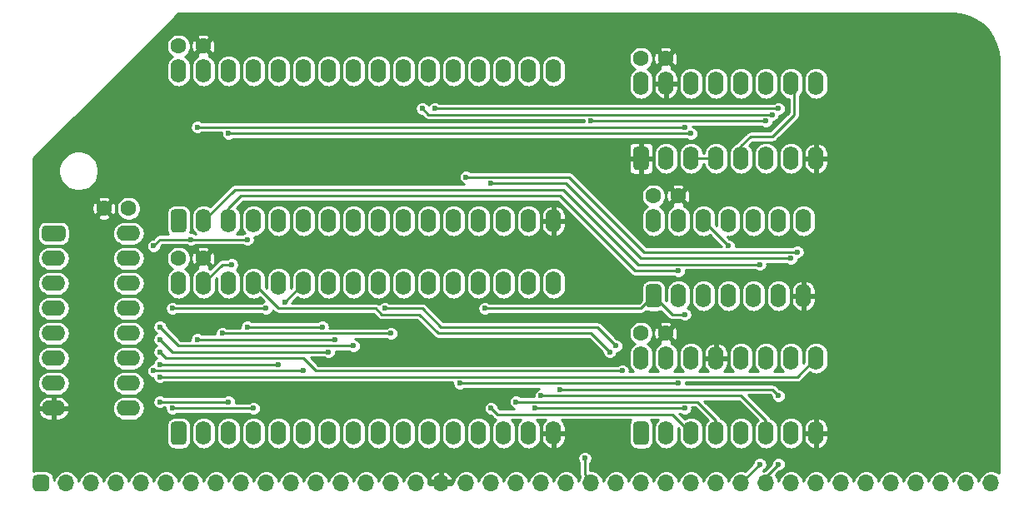
<source format=gbr>
%TF.GenerationSoftware,KiCad,Pcbnew,(5.1.9)-1*%
%TF.CreationDate,2021-03-30T17:26:41-07:00*%
%TF.ProjectId,rc-1024k,72632d31-3032-4346-9b2e-6b696361645f,rev?*%
%TF.SameCoordinates,PX9157080PY9071968*%
%TF.FileFunction,Copper,L2,Bot*%
%TF.FilePolarity,Positive*%
%FSLAX46Y46*%
G04 Gerber Fmt 4.6, Leading zero omitted, Abs format (unit mm)*
G04 Created by KiCad (PCBNEW (5.1.9)-1) date 2021-03-30 17:26:41*
%MOMM*%
%LPD*%
G01*
G04 APERTURE LIST*
%TA.AperFunction,ComponentPad*%
%ADD10O,1.700000X1.700000*%
%TD*%
%TA.AperFunction,ComponentPad*%
%ADD11O,1.600000X2.400000*%
%TD*%
%TA.AperFunction,ComponentPad*%
%ADD12O,2.400000X1.600000*%
%TD*%
%TA.AperFunction,ComponentPad*%
%ADD13C,1.600000*%
%TD*%
%TA.AperFunction,ViaPad*%
%ADD14C,0.900000*%
%TD*%
%TA.AperFunction,ViaPad*%
%ADD15C,0.600000*%
%TD*%
%TA.AperFunction,Conductor*%
%ADD16C,0.635000*%
%TD*%
%TA.AperFunction,Conductor*%
%ADD17C,0.254000*%
%TD*%
%TA.AperFunction,Conductor*%
%ADD18C,0.100000*%
%TD*%
G04 APERTURE END LIST*
D10*
%TO.P,J1,39*%
%TO.N,Net-(J1-Pad39)*%
X97790000Y1600200D03*
%TO.P,J1,38*%
%TO.N,Net-(J1-Pad38)*%
X95250000Y1600200D03*
%TO.P,J1,37*%
%TO.N,Net-(J1-Pad37)*%
X92710000Y1600200D03*
%TO.P,J1,36*%
%TO.N,Net-(J1-Pad36)*%
X90170000Y1600200D03*
%TO.P,J1,35*%
%TO.N,Net-(J1-Pad35)*%
X87630000Y1600200D03*
%TO.P,J1,34*%
%TO.N,D7*%
X85090000Y1600200D03*
%TO.P,J1,33*%
%TO.N,D6*%
X82550000Y1600200D03*
%TO.P,J1,32*%
%TO.N,D5*%
X80010000Y1600200D03*
%TO.P,J1,31*%
%TO.N,D4*%
X77470000Y1600200D03*
%TO.P,J1,30*%
%TO.N,D3*%
X74930000Y1600200D03*
%TO.P,J1,29*%
%TO.N,D2*%
X72390000Y1600200D03*
%TO.P,J1,28*%
%TO.N,D1*%
X69850000Y1600200D03*
%TO.P,J1,27*%
%TO.N,D0*%
X67310000Y1600200D03*
%TO.P,J1,26*%
%TO.N,~IOREQ*%
X64770000Y1600200D03*
%TO.P,J1,25*%
%TO.N,~RD*%
X62230000Y1600200D03*
%TO.P,J1,24*%
%TO.N,~WR*%
X59690000Y1600200D03*
%TO.P,J1,23*%
%TO.N,~MREQ*%
X57150000Y1600200D03*
%TO.P,J1,22*%
%TO.N,Net-(J1-Pad22)*%
X54610000Y1600200D03*
%TO.P,J1,21*%
%TO.N,Net-(J1-Pad21)*%
X52070000Y1600200D03*
%TO.P,J1,20*%
%TO.N,~RESET*%
X49530000Y1600200D03*
%TO.P,J1,19*%
%TO.N,Net-(J1-Pad19)*%
X46990000Y1600200D03*
%TO.P,J1,18*%
%TO.N,+5V*%
X44450000Y1600200D03*
%TO.P,J1,17*%
%TO.N,GND*%
X41910000Y1600200D03*
%TO.P,J1,16*%
%TO.N,A0*%
X39370000Y1600200D03*
%TO.P,J1,15*%
%TO.N,A1*%
X36830000Y1600200D03*
%TO.P,J1,14*%
%TO.N,A2*%
X34290000Y1600200D03*
%TO.P,J1,13*%
%TO.N,A3*%
X31750000Y1600200D03*
%TO.P,J1,12*%
%TO.N,A4*%
X29210000Y1600200D03*
%TO.P,J1,11*%
%TO.N,A5*%
X26670000Y1600200D03*
%TO.P,J1,10*%
%TO.N,A6*%
X24130000Y1600200D03*
%TO.P,J1,9*%
%TO.N,A7*%
X21590000Y1600200D03*
%TO.P,J1,8*%
%TO.N,A8*%
X19050000Y1600200D03*
%TO.P,J1,7*%
%TO.N,A9*%
X16510000Y1600200D03*
%TO.P,J1,6*%
%TO.N,A10*%
X13970000Y1600200D03*
%TO.P,J1,5*%
%TO.N,A11*%
X11430000Y1600200D03*
%TO.P,J1,4*%
%TO.N,A12*%
X8890000Y1600200D03*
%TO.P,J1,3*%
%TO.N,A13*%
X6350000Y1600200D03*
%TO.P,J1,2*%
%TO.N,A14*%
X3810000Y1600200D03*
%TO.P,J1,1*%
%TO.N,A15*%
%TA.AperFunction,ComponentPad*%
G36*
G01*
X1695000Y750200D02*
X845000Y750200D01*
G75*
G02*
X420000Y1175200I0J425000D01*
G01*
X420000Y2025200D01*
G75*
G02*
X845000Y2450200I425000J0D01*
G01*
X1695000Y2450200D01*
G75*
G02*
X2120000Y2025200I0J-425000D01*
G01*
X2120000Y1175200D01*
G75*
G02*
X1695000Y750200I-425000J0D01*
G01*
G37*
%TD.AperFunction*%
%TD*%
D11*
%TO.P,U1,32*%
%TO.N,+5V*%
X15240000Y43510200D03*
%TO.P,U1,16*%
%TO.N,GND*%
X53340000Y28270200D03*
%TO.P,U1,31*%
%TO.N,~WR*%
X17780000Y43510200D03*
%TO.P,U1,15*%
%TO.N,D2*%
X50800000Y28270200D03*
%TO.P,U1,30*%
%TO.N,MEM_A17*%
X20320000Y43510200D03*
%TO.P,U1,14*%
%TO.N,D1*%
X48260000Y28270200D03*
%TO.P,U1,29*%
%TO.N,A14*%
X22860000Y43510200D03*
%TO.P,U1,13*%
%TO.N,D0*%
X45720000Y28270200D03*
%TO.P,U1,28*%
%TO.N,A13*%
X25400000Y43510200D03*
%TO.P,U1,12*%
%TO.N,A0*%
X43180000Y28270200D03*
%TO.P,U1,27*%
%TO.N,A8*%
X27940000Y43510200D03*
%TO.P,U1,11*%
%TO.N,A1*%
X40640000Y28270200D03*
%TO.P,U1,26*%
%TO.N,A9*%
X30480000Y43510200D03*
%TO.P,U1,10*%
%TO.N,A2*%
X38100000Y28270200D03*
%TO.P,U1,25*%
%TO.N,A11*%
X33020000Y43510200D03*
%TO.P,U1,9*%
%TO.N,A3*%
X35560000Y28270200D03*
%TO.P,U1,24*%
%TO.N,~RD*%
X35560000Y43510200D03*
%TO.P,U1,8*%
%TO.N,A4*%
X33020000Y28270200D03*
%TO.P,U1,23*%
%TO.N,A10*%
X38100000Y43510200D03*
%TO.P,U1,7*%
%TO.N,A5*%
X30480000Y28270200D03*
%TO.P,U1,22*%
%TO.N,~ROM_CS*%
X40640000Y43510200D03*
%TO.P,U1,6*%
%TO.N,A6*%
X27940000Y28270200D03*
%TO.P,U1,21*%
%TO.N,D7*%
X43180000Y43510200D03*
%TO.P,U1,5*%
%TO.N,A7*%
X25400000Y28270200D03*
%TO.P,U1,20*%
%TO.N,D6*%
X45720000Y43510200D03*
%TO.P,U1,4*%
%TO.N,A12*%
X22860000Y28270200D03*
%TO.P,U1,19*%
%TO.N,D5*%
X48260000Y43510200D03*
%TO.P,U1,3*%
%TO.N,MEM_A15*%
X20320000Y28270200D03*
%TO.P,U1,18*%
%TO.N,D4*%
X50800000Y43510200D03*
%TO.P,U1,2*%
%TO.N,MEM_A16*%
X17780000Y28270200D03*
%TO.P,U1,17*%
%TO.N,D3*%
X53340000Y43510200D03*
%TO.P,U1,1*%
%TO.N,MEM_A18*%
%TA.AperFunction,ComponentPad*%
G36*
G01*
X15640000Y27070200D02*
X14840000Y27070200D01*
G75*
G02*
X14440000Y27470200I0J400000D01*
G01*
X14440000Y29070200D01*
G75*
G02*
X14840000Y29470200I400000J0D01*
G01*
X15640000Y29470200D01*
G75*
G02*
X16040000Y29070200I0J-400000D01*
G01*
X16040000Y27470200D01*
G75*
G02*
X15640000Y27070200I-400000J0D01*
G01*
G37*
%TD.AperFunction*%
%TD*%
%TO.P,U5,14*%
%TO.N,+5V*%
X63500000Y28270200D03*
%TO.P,U5,7*%
%TO.N,GND*%
X78740000Y20650200D03*
%TO.P,U5,13*%
%TO.N,A15*%
X66040000Y28270200D03*
%TO.P,U5,6*%
%TO.N,MEM_A16*%
X76200000Y20650200D03*
%TO.P,U5,12*%
%TO.N,/MEM_A17'*%
X68580000Y28270200D03*
%TO.P,U5,5*%
%TO.N,/MEM_A16'*%
X73660000Y20650200D03*
%TO.P,U5,11*%
%TO.N,MEM_A17*%
X71120000Y28270200D03*
%TO.P,U5,4*%
%TO.N,A15*%
X71120000Y20650200D03*
%TO.P,U5,10*%
X73660000Y28270200D03*
%TO.P,U5,3*%
%TO.N,MEM_A15*%
X68580000Y20650200D03*
%TO.P,U5,9*%
%TO.N,/MEM_A18'*%
X76200000Y28270200D03*
%TO.P,U5,2*%
%TO.N,/MEM_A15'*%
X66040000Y20650200D03*
%TO.P,U5,8*%
%TO.N,MEM_A18*%
X78740000Y28270200D03*
%TO.P,U5,1*%
%TO.N,A15*%
%TA.AperFunction,ComponentPad*%
G36*
G01*
X63900000Y19450200D02*
X63100000Y19450200D01*
G75*
G02*
X62700000Y19850200I0J400000D01*
G01*
X62700000Y21450200D01*
G75*
G02*
X63100000Y21850200I400000J0D01*
G01*
X63900000Y21850200D01*
G75*
G02*
X64300000Y21450200I0J-400000D01*
G01*
X64300000Y19850200D01*
G75*
G02*
X63900000Y19450200I-400000J0D01*
G01*
G37*
%TD.AperFunction*%
%TD*%
%TO.P,U4,16*%
%TO.N,+5V*%
X62230000Y14300200D03*
%TO.P,U4,8*%
%TO.N,GND*%
X80010000Y6680200D03*
%TO.P,U4,15*%
%TO.N,/RAM_EN*%
X64770000Y14300200D03*
%TO.P,U4,7*%
%TO.N,/MEM_A17'*%
X77470000Y6680200D03*
%TO.P,U4,14*%
%TO.N,D7*%
X67310000Y14300200D03*
%TO.P,U4,6*%
%TO.N,D2*%
X74930000Y6680200D03*
%TO.P,U4,13*%
%TO.N,GND*%
X69850000Y14300200D03*
%TO.P,U4,5*%
%TO.N,/MEM_A16'*%
X72390000Y6680200D03*
%TO.P,U4,12*%
%TO.N,Net-(U4-Pad12)*%
X72390000Y14300200D03*
%TO.P,U4,4*%
%TO.N,D1*%
X69850000Y6680200D03*
%TO.P,U4,11*%
%TO.N,D3*%
X74930000Y14300200D03*
%TO.P,U4,3*%
%TO.N,D0*%
X67310000Y6680200D03*
%TO.P,U4,10*%
%TO.N,/MEM_A18'*%
X77470000Y14300200D03*
%TO.P,U4,2*%
%TO.N,/MEM_A15'*%
X64770000Y6680200D03*
%TO.P,U4,9*%
%TO.N,/~CFG_CS*%
X80010000Y14300200D03*
%TO.P,U4,1*%
%TO.N,~RESET*%
%TA.AperFunction,ComponentPad*%
G36*
G01*
X62630000Y5480200D02*
X61830000Y5480200D01*
G75*
G02*
X61430000Y5880200I0J400000D01*
G01*
X61430000Y7480200D01*
G75*
G02*
X61830000Y7880200I400000J0D01*
G01*
X62630000Y7880200D01*
G75*
G02*
X63030000Y7480200I0J-400000D01*
G01*
X63030000Y5880200D01*
G75*
G02*
X62630000Y5480200I-400000J0D01*
G01*
G37*
%TD.AperFunction*%
%TD*%
%TO.P,U3,1*%
%TO.N,~WR*%
%TA.AperFunction,ComponentPad*%
G36*
G01*
X1340000Y26600200D02*
X1340000Y27400200D01*
G75*
G02*
X1740000Y27800200I400000J0D01*
G01*
X3340000Y27800200D01*
G75*
G02*
X3740000Y27400200I0J-400000D01*
G01*
X3740000Y26600200D01*
G75*
G02*
X3340000Y26200200I-400000J0D01*
G01*
X1740000Y26200200D01*
G75*
G02*
X1340000Y26600200I0J400000D01*
G01*
G37*
%TD.AperFunction*%
D12*
%TO.P,U3,9*%
%TO.N,/~CFG_CS*%
X10160000Y9220200D03*
%TO.P,U3,2*%
%TO.N,A4*%
X2540000Y24460200D03*
%TO.P,U3,10*%
%TO.N,Net-(U3-Pad10)*%
X10160000Y11760200D03*
%TO.P,U3,3*%
%TO.N,A5*%
X2540000Y21920200D03*
%TO.P,U3,11*%
%TO.N,Net-(U3-Pad11)*%
X10160000Y14300200D03*
%TO.P,U3,4*%
%TO.N,~IOREQ*%
X2540000Y19380200D03*
%TO.P,U3,12*%
%TO.N,Net-(U3-Pad12)*%
X10160000Y16840200D03*
%TO.P,U3,5*%
%TO.N,A7*%
X2540000Y16840200D03*
%TO.P,U3,13*%
%TO.N,Net-(U3-Pad13)*%
X10160000Y19380200D03*
%TO.P,U3,6*%
%TO.N,A6*%
X2540000Y14300200D03*
%TO.P,U3,14*%
%TO.N,Net-(U3-Pad14)*%
X10160000Y21920200D03*
%TO.P,U3,7*%
%TO.N,Net-(U3-Pad7)*%
X2540000Y11760200D03*
%TO.P,U3,15*%
%TO.N,Net-(U3-Pad15)*%
X10160000Y24460200D03*
%TO.P,U3,8*%
%TO.N,GND*%
X2540000Y9220200D03*
%TO.P,U3,16*%
%TO.N,+5V*%
X10160000Y27000200D03*
%TD*%
D11*
%TO.P,U6,16*%
%TO.N,+5V*%
X62230000Y42240200D03*
%TO.P,U6,8*%
%TO.N,GND*%
X80010000Y34620200D03*
%TO.P,U6,15*%
X64770000Y42240200D03*
%TO.P,U6,7*%
%TO.N,~ROM_CS*%
X77470000Y34620200D03*
%TO.P,U6,14*%
%TO.N,A15*%
X67310000Y42240200D03*
%TO.P,U6,6*%
%TO.N,~MREQ*%
X74930000Y34620200D03*
%TO.P,U6,13*%
X69850000Y42240200D03*
%TO.P,U6,5*%
%TO.N,+5V*%
X72390000Y34620200D03*
%TO.P,U6,12*%
%TO.N,~MREQ*%
X72390000Y42240200D03*
%TO.P,U6,4*%
%TO.N,+5V*%
X69850000Y34620200D03*
%TO.P,U6,11*%
%TO.N,~MREQ*%
X74930000Y42240200D03*
%TO.P,U6,3*%
%TO.N,+5V*%
X67310000Y34620200D03*
%TO.P,U6,10*%
X77470000Y42240200D03*
%TO.P,U6,2*%
%TO.N,/RAM_EN*%
X64770000Y34620200D03*
%TO.P,U6,9*%
%TO.N,~RAM_CS*%
X80010000Y42240200D03*
%TO.P,U6,1*%
%TO.N,GND*%
%TA.AperFunction,ComponentPad*%
G36*
G01*
X62630000Y33420200D02*
X61830000Y33420200D01*
G75*
G02*
X61430000Y33820200I0J400000D01*
G01*
X61430000Y35420200D01*
G75*
G02*
X61830000Y35820200I400000J0D01*
G01*
X62630000Y35820200D01*
G75*
G02*
X63030000Y35420200I0J-400000D01*
G01*
X63030000Y33820200D01*
G75*
G02*
X62630000Y33420200I-400000J0D01*
G01*
G37*
%TD.AperFunction*%
%TD*%
D13*
%TO.P,C6,2*%
%TO.N,GND*%
X64730000Y44780200D03*
%TO.P,C6,1*%
%TO.N,+5V*%
X62230000Y44780200D03*
%TD*%
D11*
%TO.P,U2,32*%
%TO.N,+5V*%
X15240000Y21920200D03*
%TO.P,U2,16*%
%TO.N,GND*%
X53340000Y6680200D03*
%TO.P,U2,31*%
%TO.N,MEM_A15*%
X17780000Y21920200D03*
%TO.P,U2,15*%
%TO.N,D2*%
X50800000Y6680200D03*
%TO.P,U2,30*%
%TO.N,MEM_A17*%
X20320000Y21920200D03*
%TO.P,U2,14*%
%TO.N,D1*%
X48260000Y6680200D03*
%TO.P,U2,29*%
%TO.N,~WR*%
X22860000Y21920200D03*
%TO.P,U2,13*%
%TO.N,D0*%
X45720000Y6680200D03*
%TO.P,U2,28*%
%TO.N,A13*%
X25400000Y21920200D03*
%TO.P,U2,12*%
%TO.N,A0*%
X43180000Y6680200D03*
%TO.P,U2,27*%
%TO.N,A8*%
X27940000Y21920200D03*
%TO.P,U2,11*%
%TO.N,A1*%
X40640000Y6680200D03*
%TO.P,U2,26*%
%TO.N,A9*%
X30480000Y21920200D03*
%TO.P,U2,10*%
%TO.N,A2*%
X38100000Y6680200D03*
%TO.P,U2,25*%
%TO.N,A11*%
X33020000Y21920200D03*
%TO.P,U2,9*%
%TO.N,A3*%
X35560000Y6680200D03*
%TO.P,U2,24*%
%TO.N,~RD*%
X35560000Y21920200D03*
%TO.P,U2,8*%
%TO.N,A4*%
X33020000Y6680200D03*
%TO.P,U2,23*%
%TO.N,A10*%
X38100000Y21920200D03*
%TO.P,U2,7*%
%TO.N,A5*%
X30480000Y6680200D03*
%TO.P,U2,22*%
%TO.N,~RAM_CS*%
X40640000Y21920200D03*
%TO.P,U2,6*%
%TO.N,A6*%
X27940000Y6680200D03*
%TO.P,U2,21*%
%TO.N,D7*%
X43180000Y21920200D03*
%TO.P,U2,5*%
%TO.N,A7*%
X25400000Y6680200D03*
%TO.P,U2,20*%
%TO.N,D6*%
X45720000Y21920200D03*
%TO.P,U2,4*%
%TO.N,A12*%
X22860000Y6680200D03*
%TO.P,U2,19*%
%TO.N,D5*%
X48260000Y21920200D03*
%TO.P,U2,3*%
%TO.N,A14*%
X20320000Y6680200D03*
%TO.P,U2,18*%
%TO.N,D4*%
X50800000Y21920200D03*
%TO.P,U2,2*%
%TO.N,MEM_A16*%
X17780000Y6680200D03*
%TO.P,U2,17*%
%TO.N,D3*%
X53340000Y21920200D03*
%TO.P,U2,1*%
%TO.N,MEM_A18*%
%TA.AperFunction,ComponentPad*%
G36*
G01*
X15640000Y5480200D02*
X14840000Y5480200D01*
G75*
G02*
X14440000Y5880200I0J400000D01*
G01*
X14440000Y7480200D01*
G75*
G02*
X14840000Y7880200I400000J0D01*
G01*
X15640000Y7880200D01*
G75*
G02*
X16040000Y7480200I0J-400000D01*
G01*
X16040000Y5880200D01*
G75*
G02*
X15640000Y5480200I-400000J0D01*
G01*
G37*
%TD.AperFunction*%
%TD*%
D13*
%TO.P,C5,2*%
%TO.N,+5V*%
X63500000Y30810200D03*
%TO.P,C5,1*%
%TO.N,GND*%
X66000000Y30810200D03*
%TD*%
%TO.P,C4,2*%
%TO.N,+5V*%
X62230000Y16840200D03*
%TO.P,C4,1*%
%TO.N,GND*%
X64730000Y16840200D03*
%TD*%
%TO.P,C3,1*%
%TO.N,GND*%
X7660000Y29540200D03*
%TO.P,C3,2*%
%TO.N,+5V*%
X10160000Y29540200D03*
%TD*%
%TO.P,C2,2*%
%TO.N,GND*%
X17740000Y24460200D03*
%TO.P,C2,1*%
%TO.N,+5V*%
X15240000Y24460200D03*
%TD*%
%TO.P,C1,2*%
%TO.N,GND*%
X17740000Y46050200D03*
%TO.P,C1,1*%
%TO.N,+5V*%
X15240000Y46050200D03*
%TD*%
D14*
%TO.N,GND*%
X54927500Y14935200D03*
D15*
%TO.N,D7*%
X66040000Y11760200D03*
X43815000Y11760200D03*
%TO.N,D6*%
X44450000Y32715200D03*
X78105000Y25095200D03*
%TO.N,D5*%
X46990000Y32080200D03*
X77470000Y24460200D03*
%TO.N,D4*%
X66675000Y9220200D03*
X51435000Y9220200D03*
%TO.N,D3*%
X53975000Y11125200D03*
X76200000Y3505200D03*
X76200000Y10490200D03*
%TO.N,D2*%
X52070000Y10490200D03*
X74295000Y3505200D03*
%TO.N,D1*%
X49530000Y9855200D03*
%TO.N,D0*%
X46990000Y9220210D03*
%TO.N,~IOREQ*%
X13335000Y14935200D03*
X60325000Y13030200D03*
%TO.N,~WR*%
X59055000Y14935200D03*
%TO.N,~RD*%
X36195000Y19380209D03*
%TO.N,~WR*%
X22225000Y26365200D03*
X12700000Y25730200D03*
%TO.N,~RD*%
X59690000Y15570200D03*
%TO.N,~WR*%
X16510000Y26365200D03*
%TO.N,A4*%
X13335000Y17475200D03*
X33020000Y15570200D03*
%TO.N,A5*%
X13335000Y16205200D03*
X30480000Y14935200D03*
%TO.N,A6*%
X12700000Y13030200D03*
X27940000Y13030200D03*
%TO.N,A7*%
X13335000Y13665200D03*
X25400000Y13665200D03*
%TO.N,~MREQ*%
X74930000Y38430200D03*
X56515000Y4140200D03*
X57150000Y38430200D03*
%TO.N,A8*%
X26035000Y20015200D03*
%TO.N,A9*%
X29845000Y17475200D03*
X22225000Y17475200D03*
%TO.N,A10*%
X19685000Y16840200D03*
X36830000Y16840200D03*
%TO.N,A11*%
X17145000Y16205200D03*
X31115000Y16205200D03*
%TO.N,A12*%
X14605000Y9220200D03*
X22860000Y9220200D03*
%TO.N,A13*%
X14605000Y19380200D03*
X24130000Y19380200D03*
%TO.N,A14*%
X20320000Y9855200D03*
X13335000Y9855200D03*
%TO.N,A15*%
X46355000Y19380180D03*
X66675000Y18745200D03*
%TO.N,MEM_A17*%
X67310000Y37160200D03*
X20320000Y37160200D03*
%TO.N,~ROM_CS*%
X40005000Y39700200D03*
X75565000Y39065214D03*
%TO.N,MEM_A15*%
X20637500Y23825200D03*
X66040006Y23190200D03*
%TO.N,MEM_A16*%
X74295000Y23825200D03*
%TO.N,MEM_A18*%
X66675000Y37795200D03*
X17145000Y37795200D03*
%TO.N,/~CFG_CS*%
X13335000Y12395200D03*
%TO.N,~RAM_CS*%
X41275000Y39700200D03*
X76200000Y39700200D03*
%TO.N,/MEM_A17'*%
X71120015Y25730185D03*
%TD*%
D16*
%TO.N,GND*%
X41910000Y1600200D02*
X42926000Y1600200D01*
X41910000Y1600200D02*
X40894000Y1600200D01*
D17*
%TO.N,D7*%
X66040000Y11760200D02*
X43815000Y11760200D01*
%TO.N,D6*%
X44450000Y32715200D02*
X54927500Y32715200D01*
X54927500Y32715200D02*
X62547500Y25095200D01*
X62547500Y25095200D02*
X78105000Y25095200D01*
%TO.N,D5*%
X62230000Y24460200D02*
X77470000Y24460200D01*
X54610000Y32080200D02*
X62230000Y24460200D01*
X46990000Y32080200D02*
X54610000Y32080200D01*
%TO.N,D4*%
X66675000Y9220200D02*
X51435000Y9220200D01*
%TO.N,D3*%
X74930000Y2235200D02*
X74930000Y1600200D01*
X76200000Y3505200D02*
X74930000Y2235200D01*
X53975000Y11125200D02*
X75565000Y11125200D01*
X75565000Y11125200D02*
X76200000Y10490200D01*
%TO.N,D2*%
X74930000Y6680200D02*
X74930000Y7950200D01*
X74930000Y7950200D02*
X72390000Y10490200D01*
X72390000Y10490200D02*
X52070000Y10490200D01*
X74295000Y3505200D02*
X72390000Y1600200D01*
%TO.N,D1*%
X69850000Y6680200D02*
X69850000Y7950200D01*
X67945000Y9855200D02*
X49530000Y9855200D01*
X69850000Y7950200D02*
X67945000Y9855200D01*
%TO.N,D0*%
X65405000Y8585200D02*
X47625010Y8585200D01*
X67310000Y6680200D02*
X65405000Y8585200D01*
X47625010Y8585200D02*
X46990000Y9220210D01*
%TO.N,~IOREQ*%
X29210000Y13030200D02*
X60325000Y13030200D01*
X27940000Y14300200D02*
X29210000Y13030200D01*
X13970000Y14300200D02*
X27940000Y14300200D01*
X13335000Y14935200D02*
X13970000Y14300200D01*
%TO.N,~RD*%
X57785000Y17475200D02*
X59690000Y15570200D01*
X41910000Y17475200D02*
X57785000Y17475200D01*
X40005000Y19380200D02*
X41910000Y17475200D01*
X36195009Y19380200D02*
X40005000Y19380200D01*
X36195000Y19380209D02*
X36195009Y19380200D01*
%TO.N,~WR*%
X13335000Y26365200D02*
X16510000Y26365200D01*
X12700000Y25730200D02*
X13335000Y26365200D01*
X22225000Y26365200D02*
X16510000Y26365200D01*
X25400000Y19380200D02*
X22860000Y21920200D01*
X35877500Y18745200D02*
X35242500Y19380200D01*
X39687500Y18745200D02*
X35877500Y18745200D01*
X41592500Y16840200D02*
X39687500Y18745200D01*
X57150000Y16840200D02*
X41592500Y16840200D01*
X35242500Y19380200D02*
X25400000Y19380200D01*
X59055000Y14935200D02*
X57150000Y16840200D01*
%TO.N,+5V*%
X67310000Y34620200D02*
X69850000Y34620200D01*
X77787500Y41922700D02*
X77470000Y42240200D01*
X77787500Y39065200D02*
X77787500Y41922700D01*
X75565000Y36842700D02*
X77787500Y39065200D01*
X73342500Y36842700D02*
X75565000Y36842700D01*
X72390000Y35890200D02*
X73342500Y36842700D01*
X72390000Y34620200D02*
X72390000Y35890200D01*
%TO.N,A4*%
X13335000Y17475200D02*
X15240000Y15570200D01*
X15240000Y15570200D02*
X33020000Y15570200D01*
%TO.N,A5*%
X14605000Y14935200D02*
X30480000Y14935200D01*
X13335000Y16205200D02*
X14605000Y14935200D01*
%TO.N,A6*%
X12700000Y13030200D02*
X27940000Y13030200D01*
%TO.N,A7*%
X13335000Y13665200D02*
X25400000Y13665200D01*
%TO.N,~MREQ*%
X74930000Y38430200D02*
X57150000Y38430200D01*
X56515000Y2552700D02*
X56515000Y4140200D01*
X57150000Y1917700D02*
X56515000Y2552700D01*
X57150000Y1600200D02*
X57150000Y1917700D01*
%TO.N,A8*%
X26035000Y20015200D02*
X27940000Y21920200D01*
%TO.N,A9*%
X29845000Y17475200D02*
X22225000Y17475200D01*
%TO.N,A10*%
X19685000Y16840200D02*
X36830000Y16840200D01*
%TO.N,A11*%
X17145000Y16205200D02*
X31115000Y16205200D01*
%TO.N,A12*%
X14605000Y9220200D02*
X22860000Y9220200D01*
%TO.N,A13*%
X14605000Y19380200D02*
X24130000Y19380200D01*
%TO.N,A14*%
X20320000Y9855200D02*
X13335000Y9855200D01*
%TO.N,A15*%
X63500000Y20650200D02*
X62229980Y19380180D01*
X62229980Y19380180D02*
X46355000Y19380180D01*
X65405000Y18745200D02*
X66675000Y18745200D01*
X63500000Y20650200D02*
X65405000Y18745200D01*
%TO.N,MEM_A17*%
X67310000Y37160200D02*
X20320000Y37160200D01*
%TO.N,~ROM_CS*%
X40005000Y39700200D02*
X40639986Y39065214D01*
X40639986Y39065214D02*
X75565000Y39065214D01*
%TO.N,MEM_A15*%
X17780000Y21920200D02*
X19685000Y23825200D01*
X19685000Y23825200D02*
X20637500Y23825200D01*
X61595000Y23190200D02*
X66040006Y23190200D01*
X21590000Y30810200D02*
X53975000Y30810200D01*
X20320000Y29540200D02*
X21590000Y30810200D01*
X53975000Y30810200D02*
X61595000Y23190200D01*
X20320000Y28270200D02*
X20320000Y29540200D01*
%TO.N,MEM_A16*%
X20955000Y31445200D02*
X17780000Y28270200D01*
X54292500Y31445200D02*
X20955000Y31445200D01*
X61912500Y23825200D02*
X54292500Y31445200D01*
X74295000Y23825200D02*
X61912500Y23825200D01*
%TO.N,MEM_A18*%
X66675000Y37795200D02*
X17145000Y37795200D01*
%TO.N,/~CFG_CS*%
X80010000Y14300200D02*
X78105000Y12395200D01*
X78105000Y12395200D02*
X13335000Y12395200D01*
%TO.N,~RAM_CS*%
X41275000Y39700200D02*
X76200000Y39700200D01*
%TO.N,/MEM_A17'*%
X70485000Y26365200D02*
X71120015Y25730185D01*
X68580000Y28270200D02*
X70485000Y26365200D01*
%TD*%
%TO.N,GND*%
X94730956Y49280497D02*
X95517463Y49069754D01*
X96255433Y48725633D01*
X96922429Y48258597D01*
X97498197Y47682829D01*
X97965233Y47015833D01*
X98309354Y46277863D01*
X98520098Y45491355D01*
X98594600Y44639789D01*
X98594601Y2604191D01*
X98397160Y2736116D01*
X98163887Y2832741D01*
X97916246Y2882000D01*
X97663754Y2882000D01*
X97416113Y2832741D01*
X97182840Y2736116D01*
X96972900Y2595839D01*
X96794361Y2417300D01*
X96654084Y2207360D01*
X96557459Y1974087D01*
X96520000Y1785768D01*
X96482541Y1974087D01*
X96385916Y2207360D01*
X96245639Y2417300D01*
X96067100Y2595839D01*
X95857160Y2736116D01*
X95623887Y2832741D01*
X95376246Y2882000D01*
X95123754Y2882000D01*
X94876113Y2832741D01*
X94642840Y2736116D01*
X94432900Y2595839D01*
X94254361Y2417300D01*
X94114084Y2207360D01*
X94017459Y1974087D01*
X93980000Y1785768D01*
X93942541Y1974087D01*
X93845916Y2207360D01*
X93705639Y2417300D01*
X93527100Y2595839D01*
X93317160Y2736116D01*
X93083887Y2832741D01*
X92836246Y2882000D01*
X92583754Y2882000D01*
X92336113Y2832741D01*
X92102840Y2736116D01*
X91892900Y2595839D01*
X91714361Y2417300D01*
X91574084Y2207360D01*
X91477459Y1974087D01*
X91440000Y1785768D01*
X91402541Y1974087D01*
X91305916Y2207360D01*
X91165639Y2417300D01*
X90987100Y2595839D01*
X90777160Y2736116D01*
X90543887Y2832741D01*
X90296246Y2882000D01*
X90043754Y2882000D01*
X89796113Y2832741D01*
X89562840Y2736116D01*
X89352900Y2595839D01*
X89174361Y2417300D01*
X89034084Y2207360D01*
X88937459Y1974087D01*
X88900000Y1785768D01*
X88862541Y1974087D01*
X88765916Y2207360D01*
X88625639Y2417300D01*
X88447100Y2595839D01*
X88237160Y2736116D01*
X88003887Y2832741D01*
X87756246Y2882000D01*
X87503754Y2882000D01*
X87256113Y2832741D01*
X87022840Y2736116D01*
X86812900Y2595839D01*
X86634361Y2417300D01*
X86494084Y2207360D01*
X86397459Y1974087D01*
X86360000Y1785768D01*
X86322541Y1974087D01*
X86225916Y2207360D01*
X86085639Y2417300D01*
X85907100Y2595839D01*
X85697160Y2736116D01*
X85463887Y2832741D01*
X85216246Y2882000D01*
X84963754Y2882000D01*
X84716113Y2832741D01*
X84482840Y2736116D01*
X84272900Y2595839D01*
X84094361Y2417300D01*
X83954084Y2207360D01*
X83857459Y1974087D01*
X83820000Y1785768D01*
X83782541Y1974087D01*
X83685916Y2207360D01*
X83545639Y2417300D01*
X83367100Y2595839D01*
X83157160Y2736116D01*
X82923887Y2832741D01*
X82676246Y2882000D01*
X82423754Y2882000D01*
X82176113Y2832741D01*
X81942840Y2736116D01*
X81732900Y2595839D01*
X81554361Y2417300D01*
X81414084Y2207360D01*
X81317459Y1974087D01*
X81280000Y1785768D01*
X81242541Y1974087D01*
X81145916Y2207360D01*
X81005639Y2417300D01*
X80827100Y2595839D01*
X80617160Y2736116D01*
X80383887Y2832741D01*
X80136246Y2882000D01*
X79883754Y2882000D01*
X79636113Y2832741D01*
X79402840Y2736116D01*
X79192900Y2595839D01*
X79014361Y2417300D01*
X78874084Y2207360D01*
X78777459Y1974087D01*
X78740000Y1785768D01*
X78702541Y1974087D01*
X78605916Y2207360D01*
X78465639Y2417300D01*
X78287100Y2595839D01*
X78077160Y2736116D01*
X77843887Y2832741D01*
X77596246Y2882000D01*
X77343754Y2882000D01*
X77096113Y2832741D01*
X76862840Y2736116D01*
X76652900Y2595839D01*
X76474361Y2417300D01*
X76334084Y2207360D01*
X76237459Y1974087D01*
X76200000Y1785768D01*
X76162541Y1974087D01*
X76065916Y2207360D01*
X75925639Y2417300D01*
X75914001Y2428938D01*
X76258462Y2773400D01*
X76272076Y2773400D01*
X76413458Y2801523D01*
X76546637Y2856687D01*
X76666495Y2936774D01*
X76768426Y3038705D01*
X76848513Y3158563D01*
X76903677Y3291742D01*
X76931800Y3433124D01*
X76931800Y3577276D01*
X76903677Y3718658D01*
X76848513Y3851837D01*
X76768426Y3971695D01*
X76666495Y4073626D01*
X76546637Y4153713D01*
X76413458Y4208877D01*
X76272076Y4237000D01*
X76127924Y4237000D01*
X75986542Y4208877D01*
X75853363Y4153713D01*
X75733505Y4073626D01*
X75631574Y3971695D01*
X75551487Y3851837D01*
X75496323Y3718658D01*
X75468200Y3577276D01*
X75468200Y3563662D01*
X74782263Y2877725D01*
X74609429Y2843346D01*
X74641637Y2856687D01*
X74761495Y2936774D01*
X74863426Y3038705D01*
X74943513Y3158563D01*
X74998677Y3291742D01*
X75026800Y3433124D01*
X75026800Y3577276D01*
X74998677Y3718658D01*
X74943513Y3851837D01*
X74863426Y3971695D01*
X74761495Y4073626D01*
X74641637Y4153713D01*
X74508458Y4208877D01*
X74367076Y4237000D01*
X74222924Y4237000D01*
X74081542Y4208877D01*
X73948363Y4153713D01*
X73828505Y4073626D01*
X73726574Y3971695D01*
X73646487Y3851837D01*
X73591323Y3718658D01*
X73563200Y3577276D01*
X73563200Y3563663D01*
X72812247Y2812710D01*
X72763887Y2832741D01*
X72516246Y2882000D01*
X72263754Y2882000D01*
X72016113Y2832741D01*
X71782840Y2736116D01*
X71572900Y2595839D01*
X71394361Y2417300D01*
X71254084Y2207360D01*
X71157459Y1974087D01*
X71120000Y1785768D01*
X71082541Y1974087D01*
X70985916Y2207360D01*
X70845639Y2417300D01*
X70667100Y2595839D01*
X70457160Y2736116D01*
X70223887Y2832741D01*
X69976246Y2882000D01*
X69723754Y2882000D01*
X69476113Y2832741D01*
X69242840Y2736116D01*
X69032900Y2595839D01*
X68854361Y2417300D01*
X68714084Y2207360D01*
X68617459Y1974087D01*
X68580000Y1785768D01*
X68542541Y1974087D01*
X68445916Y2207360D01*
X68305639Y2417300D01*
X68127100Y2595839D01*
X67917160Y2736116D01*
X67683887Y2832741D01*
X67436246Y2882000D01*
X67183754Y2882000D01*
X66936113Y2832741D01*
X66702840Y2736116D01*
X66492900Y2595839D01*
X66314361Y2417300D01*
X66174084Y2207360D01*
X66077459Y1974087D01*
X66040000Y1785768D01*
X66002541Y1974087D01*
X65905916Y2207360D01*
X65765639Y2417300D01*
X65587100Y2595839D01*
X65377160Y2736116D01*
X65143887Y2832741D01*
X64896246Y2882000D01*
X64643754Y2882000D01*
X64396113Y2832741D01*
X64162840Y2736116D01*
X63952900Y2595839D01*
X63774361Y2417300D01*
X63634084Y2207360D01*
X63537459Y1974087D01*
X63500000Y1785768D01*
X63462541Y1974087D01*
X63365916Y2207360D01*
X63225639Y2417300D01*
X63047100Y2595839D01*
X62837160Y2736116D01*
X62603887Y2832741D01*
X62356246Y2882000D01*
X62103754Y2882000D01*
X61856113Y2832741D01*
X61622840Y2736116D01*
X61412900Y2595839D01*
X61234361Y2417300D01*
X61094084Y2207360D01*
X60997459Y1974087D01*
X60960000Y1785768D01*
X60922541Y1974087D01*
X60825916Y2207360D01*
X60685639Y2417300D01*
X60507100Y2595839D01*
X60297160Y2736116D01*
X60063887Y2832741D01*
X59816246Y2882000D01*
X59563754Y2882000D01*
X59316113Y2832741D01*
X59082840Y2736116D01*
X58872900Y2595839D01*
X58694361Y2417300D01*
X58554084Y2207360D01*
X58457459Y1974087D01*
X58420000Y1785768D01*
X58382541Y1974087D01*
X58285916Y2207360D01*
X58145639Y2417300D01*
X57967100Y2595839D01*
X57757160Y2736116D01*
X57523887Y2832741D01*
X57276246Y2882000D01*
X57073800Y2882000D01*
X57073800Y3664079D01*
X57083426Y3673705D01*
X57163513Y3793563D01*
X57218677Y3926742D01*
X57246800Y4068124D01*
X57246800Y4212276D01*
X57218677Y4353658D01*
X57163513Y4486837D01*
X57083426Y4606695D01*
X56981495Y4708626D01*
X56861637Y4788713D01*
X56728458Y4843877D01*
X56587076Y4872000D01*
X56442924Y4872000D01*
X56301542Y4843877D01*
X56168363Y4788713D01*
X56048505Y4708626D01*
X55946574Y4606695D01*
X55866487Y4486837D01*
X55811323Y4353658D01*
X55783200Y4212276D01*
X55783200Y4068124D01*
X55811323Y3926742D01*
X55866487Y3793563D01*
X55946574Y3673705D01*
X55956201Y3664078D01*
X55956200Y2580142D01*
X55953497Y2552700D01*
X55956200Y2525258D01*
X55956200Y2525257D01*
X55964286Y2443157D01*
X55996239Y2337823D01*
X56042912Y2250504D01*
X56014084Y2207360D01*
X55917459Y1974087D01*
X55880000Y1785768D01*
X55842541Y1974087D01*
X55745916Y2207360D01*
X55605639Y2417300D01*
X55427100Y2595839D01*
X55217160Y2736116D01*
X54983887Y2832741D01*
X54736246Y2882000D01*
X54483754Y2882000D01*
X54236113Y2832741D01*
X54002840Y2736116D01*
X53792900Y2595839D01*
X53614361Y2417300D01*
X53474084Y2207360D01*
X53377459Y1974087D01*
X53340000Y1785768D01*
X53302541Y1974087D01*
X53205916Y2207360D01*
X53065639Y2417300D01*
X52887100Y2595839D01*
X52677160Y2736116D01*
X52443887Y2832741D01*
X52196246Y2882000D01*
X51943754Y2882000D01*
X51696113Y2832741D01*
X51462840Y2736116D01*
X51252900Y2595839D01*
X51074361Y2417300D01*
X50934084Y2207360D01*
X50837459Y1974087D01*
X50800000Y1785768D01*
X50762541Y1974087D01*
X50665916Y2207360D01*
X50525639Y2417300D01*
X50347100Y2595839D01*
X50137160Y2736116D01*
X49903887Y2832741D01*
X49656246Y2882000D01*
X49403754Y2882000D01*
X49156113Y2832741D01*
X48922840Y2736116D01*
X48712900Y2595839D01*
X48534361Y2417300D01*
X48394084Y2207360D01*
X48297459Y1974087D01*
X48260000Y1785768D01*
X48222541Y1974087D01*
X48125916Y2207360D01*
X47985639Y2417300D01*
X47807100Y2595839D01*
X47597160Y2736116D01*
X47363887Y2832741D01*
X47116246Y2882000D01*
X46863754Y2882000D01*
X46616113Y2832741D01*
X46382840Y2736116D01*
X46172900Y2595839D01*
X45994361Y2417300D01*
X45854084Y2207360D01*
X45757459Y1974087D01*
X45720000Y1785768D01*
X45682541Y1974087D01*
X45585916Y2207360D01*
X45445639Y2417300D01*
X45267100Y2595839D01*
X45057160Y2736116D01*
X44823887Y2832741D01*
X44576246Y2882000D01*
X44323754Y2882000D01*
X44076113Y2832741D01*
X43842840Y2736116D01*
X43632900Y2595839D01*
X43454361Y2417300D01*
X43314084Y2207360D01*
X43217459Y1974087D01*
X43168350Y1727202D01*
X43077550Y1727202D01*
X43149928Y1925168D01*
X43062705Y2160822D01*
X42931184Y2374931D01*
X42760420Y2559268D01*
X42556975Y2706748D01*
X42328667Y2811705D01*
X42234967Y2840122D01*
X42037000Y2767160D01*
X42037000Y1727200D01*
X42057000Y1727200D01*
X42057000Y1473200D01*
X42037000Y1473200D01*
X42037000Y1453200D01*
X41783000Y1453200D01*
X41783000Y1473200D01*
X41763000Y1473200D01*
X41763000Y1727200D01*
X41783000Y1727200D01*
X41783000Y2767160D01*
X41585033Y2840122D01*
X41491333Y2811705D01*
X41263025Y2706748D01*
X41059580Y2559268D01*
X40888816Y2374931D01*
X40757295Y2160822D01*
X40670072Y1925168D01*
X40742450Y1727202D01*
X40651650Y1727202D01*
X40602541Y1974087D01*
X40505916Y2207360D01*
X40365639Y2417300D01*
X40187100Y2595839D01*
X39977160Y2736116D01*
X39743887Y2832741D01*
X39496246Y2882000D01*
X39243754Y2882000D01*
X38996113Y2832741D01*
X38762840Y2736116D01*
X38552900Y2595839D01*
X38374361Y2417300D01*
X38234084Y2207360D01*
X38137459Y1974087D01*
X38100000Y1785768D01*
X38062541Y1974087D01*
X37965916Y2207360D01*
X37825639Y2417300D01*
X37647100Y2595839D01*
X37437160Y2736116D01*
X37203887Y2832741D01*
X36956246Y2882000D01*
X36703754Y2882000D01*
X36456113Y2832741D01*
X36222840Y2736116D01*
X36012900Y2595839D01*
X35834361Y2417300D01*
X35694084Y2207360D01*
X35597459Y1974087D01*
X35560000Y1785768D01*
X35522541Y1974087D01*
X35425916Y2207360D01*
X35285639Y2417300D01*
X35107100Y2595839D01*
X34897160Y2736116D01*
X34663887Y2832741D01*
X34416246Y2882000D01*
X34163754Y2882000D01*
X33916113Y2832741D01*
X33682840Y2736116D01*
X33472900Y2595839D01*
X33294361Y2417300D01*
X33154084Y2207360D01*
X33057459Y1974087D01*
X33020000Y1785768D01*
X32982541Y1974087D01*
X32885916Y2207360D01*
X32745639Y2417300D01*
X32567100Y2595839D01*
X32357160Y2736116D01*
X32123887Y2832741D01*
X31876246Y2882000D01*
X31623754Y2882000D01*
X31376113Y2832741D01*
X31142840Y2736116D01*
X30932900Y2595839D01*
X30754361Y2417300D01*
X30614084Y2207360D01*
X30517459Y1974087D01*
X30480000Y1785768D01*
X30442541Y1974087D01*
X30345916Y2207360D01*
X30205639Y2417300D01*
X30027100Y2595839D01*
X29817160Y2736116D01*
X29583887Y2832741D01*
X29336246Y2882000D01*
X29083754Y2882000D01*
X28836113Y2832741D01*
X28602840Y2736116D01*
X28392900Y2595839D01*
X28214361Y2417300D01*
X28074084Y2207360D01*
X27977459Y1974087D01*
X27940000Y1785768D01*
X27902541Y1974087D01*
X27805916Y2207360D01*
X27665639Y2417300D01*
X27487100Y2595839D01*
X27277160Y2736116D01*
X27043887Y2832741D01*
X26796246Y2882000D01*
X26543754Y2882000D01*
X26296113Y2832741D01*
X26062840Y2736116D01*
X25852900Y2595839D01*
X25674361Y2417300D01*
X25534084Y2207360D01*
X25437459Y1974087D01*
X25400000Y1785768D01*
X25362541Y1974087D01*
X25265916Y2207360D01*
X25125639Y2417300D01*
X24947100Y2595839D01*
X24737160Y2736116D01*
X24503887Y2832741D01*
X24256246Y2882000D01*
X24003754Y2882000D01*
X23756113Y2832741D01*
X23522840Y2736116D01*
X23312900Y2595839D01*
X23134361Y2417300D01*
X22994084Y2207360D01*
X22897459Y1974087D01*
X22860000Y1785768D01*
X22822541Y1974087D01*
X22725916Y2207360D01*
X22585639Y2417300D01*
X22407100Y2595839D01*
X22197160Y2736116D01*
X21963887Y2832741D01*
X21716246Y2882000D01*
X21463754Y2882000D01*
X21216113Y2832741D01*
X20982840Y2736116D01*
X20772900Y2595839D01*
X20594361Y2417300D01*
X20454084Y2207360D01*
X20357459Y1974087D01*
X20320000Y1785768D01*
X20282541Y1974087D01*
X20185916Y2207360D01*
X20045639Y2417300D01*
X19867100Y2595839D01*
X19657160Y2736116D01*
X19423887Y2832741D01*
X19176246Y2882000D01*
X18923754Y2882000D01*
X18676113Y2832741D01*
X18442840Y2736116D01*
X18232900Y2595839D01*
X18054361Y2417300D01*
X17914084Y2207360D01*
X17817459Y1974087D01*
X17780000Y1785768D01*
X17742541Y1974087D01*
X17645916Y2207360D01*
X17505639Y2417300D01*
X17327100Y2595839D01*
X17117160Y2736116D01*
X16883887Y2832741D01*
X16636246Y2882000D01*
X16383754Y2882000D01*
X16136113Y2832741D01*
X15902840Y2736116D01*
X15692900Y2595839D01*
X15514361Y2417300D01*
X15374084Y2207360D01*
X15277459Y1974087D01*
X15240000Y1785768D01*
X15202541Y1974087D01*
X15105916Y2207360D01*
X14965639Y2417300D01*
X14787100Y2595839D01*
X14577160Y2736116D01*
X14343887Y2832741D01*
X14096246Y2882000D01*
X13843754Y2882000D01*
X13596113Y2832741D01*
X13362840Y2736116D01*
X13152900Y2595839D01*
X12974361Y2417300D01*
X12834084Y2207360D01*
X12737459Y1974087D01*
X12700000Y1785768D01*
X12662541Y1974087D01*
X12565916Y2207360D01*
X12425639Y2417300D01*
X12247100Y2595839D01*
X12037160Y2736116D01*
X11803887Y2832741D01*
X11556246Y2882000D01*
X11303754Y2882000D01*
X11056113Y2832741D01*
X10822840Y2736116D01*
X10612900Y2595839D01*
X10434361Y2417300D01*
X10294084Y2207360D01*
X10197459Y1974087D01*
X10160000Y1785768D01*
X10122541Y1974087D01*
X10025916Y2207360D01*
X9885639Y2417300D01*
X9707100Y2595839D01*
X9497160Y2736116D01*
X9263887Y2832741D01*
X9016246Y2882000D01*
X8763754Y2882000D01*
X8516113Y2832741D01*
X8282840Y2736116D01*
X8072900Y2595839D01*
X7894361Y2417300D01*
X7754084Y2207360D01*
X7657459Y1974087D01*
X7620000Y1785768D01*
X7582541Y1974087D01*
X7485916Y2207360D01*
X7345639Y2417300D01*
X7167100Y2595839D01*
X6957160Y2736116D01*
X6723887Y2832741D01*
X6476246Y2882000D01*
X6223754Y2882000D01*
X5976113Y2832741D01*
X5742840Y2736116D01*
X5532900Y2595839D01*
X5354361Y2417300D01*
X5214084Y2207360D01*
X5117459Y1974087D01*
X5080000Y1785768D01*
X5042541Y1974087D01*
X4945916Y2207360D01*
X4805639Y2417300D01*
X4627100Y2595839D01*
X4417160Y2736116D01*
X4183887Y2832741D01*
X3936246Y2882000D01*
X3683754Y2882000D01*
X3436113Y2832741D01*
X3202840Y2736116D01*
X2992900Y2595839D01*
X2814361Y2417300D01*
X2674084Y2207360D01*
X2577459Y1974087D01*
X2553889Y1855593D01*
X2553889Y2025200D01*
X2537386Y2192761D01*
X2488510Y2353883D01*
X2409140Y2502373D01*
X2302326Y2632526D01*
X2172173Y2739340D01*
X2023683Y2818710D01*
X1862561Y2867586D01*
X1695000Y2884089D01*
X845000Y2884089D01*
X677439Y2867586D01*
X516317Y2818710D01*
X506800Y2813623D01*
X506800Y7480200D01*
X14006111Y7480200D01*
X14006111Y5880200D01*
X14022134Y5717516D01*
X14069587Y5561084D01*
X14146647Y5416916D01*
X14250351Y5290551D01*
X14376716Y5186847D01*
X14520884Y5109787D01*
X14677316Y5062334D01*
X14840000Y5046311D01*
X15640000Y5046311D01*
X15802684Y5062334D01*
X15959116Y5109787D01*
X16103284Y5186847D01*
X16229649Y5290551D01*
X16333353Y5416916D01*
X16410413Y5561084D01*
X16457866Y5717516D01*
X16473889Y5880200D01*
X16473889Y7140712D01*
X16548200Y7140712D01*
X16548200Y6219687D01*
X16566023Y6038725D01*
X16636459Y5806530D01*
X16750841Y5592537D01*
X16904773Y5404972D01*
X17092338Y5251040D01*
X17306331Y5136659D01*
X17538526Y5066223D01*
X17780000Y5042440D01*
X18021475Y5066223D01*
X18253670Y5136659D01*
X18467663Y5251040D01*
X18655228Y5404972D01*
X18809160Y5592537D01*
X18923541Y5806530D01*
X18993977Y6038726D01*
X19011800Y6219688D01*
X19011800Y7140712D01*
X19088200Y7140712D01*
X19088200Y6219687D01*
X19106023Y6038725D01*
X19176459Y5806530D01*
X19290841Y5592537D01*
X19444773Y5404972D01*
X19632338Y5251040D01*
X19846331Y5136659D01*
X20078526Y5066223D01*
X20320000Y5042440D01*
X20561475Y5066223D01*
X20793670Y5136659D01*
X21007663Y5251040D01*
X21195228Y5404972D01*
X21349160Y5592537D01*
X21463541Y5806530D01*
X21533977Y6038726D01*
X21551800Y6219688D01*
X21551800Y7140712D01*
X21628200Y7140712D01*
X21628200Y6219687D01*
X21646023Y6038725D01*
X21716459Y5806530D01*
X21830841Y5592537D01*
X21984773Y5404972D01*
X22172338Y5251040D01*
X22386331Y5136659D01*
X22618526Y5066223D01*
X22860000Y5042440D01*
X23101475Y5066223D01*
X23333670Y5136659D01*
X23547663Y5251040D01*
X23735228Y5404972D01*
X23889160Y5592537D01*
X24003541Y5806530D01*
X24073977Y6038726D01*
X24091800Y6219688D01*
X24091800Y7140712D01*
X24168200Y7140712D01*
X24168200Y6219687D01*
X24186023Y6038725D01*
X24256459Y5806530D01*
X24370841Y5592537D01*
X24524773Y5404972D01*
X24712338Y5251040D01*
X24926331Y5136659D01*
X25158526Y5066223D01*
X25400000Y5042440D01*
X25641475Y5066223D01*
X25873670Y5136659D01*
X26087663Y5251040D01*
X26275228Y5404972D01*
X26429160Y5592537D01*
X26543541Y5806530D01*
X26613977Y6038726D01*
X26631800Y6219688D01*
X26631800Y7140712D01*
X26708200Y7140712D01*
X26708200Y6219687D01*
X26726023Y6038725D01*
X26796459Y5806530D01*
X26910841Y5592537D01*
X27064773Y5404972D01*
X27252338Y5251040D01*
X27466331Y5136659D01*
X27698526Y5066223D01*
X27940000Y5042440D01*
X28181475Y5066223D01*
X28413670Y5136659D01*
X28627663Y5251040D01*
X28815228Y5404972D01*
X28969160Y5592537D01*
X29083541Y5806530D01*
X29153977Y6038726D01*
X29171800Y6219688D01*
X29171800Y7140712D01*
X29248200Y7140712D01*
X29248200Y6219687D01*
X29266023Y6038725D01*
X29336459Y5806530D01*
X29450841Y5592537D01*
X29604773Y5404972D01*
X29792338Y5251040D01*
X30006331Y5136659D01*
X30238526Y5066223D01*
X30480000Y5042440D01*
X30721475Y5066223D01*
X30953670Y5136659D01*
X31167663Y5251040D01*
X31355228Y5404972D01*
X31509160Y5592537D01*
X31623541Y5806530D01*
X31693977Y6038726D01*
X31711800Y6219688D01*
X31711800Y7140712D01*
X31788200Y7140712D01*
X31788200Y6219687D01*
X31806023Y6038725D01*
X31876459Y5806530D01*
X31990841Y5592537D01*
X32144773Y5404972D01*
X32332338Y5251040D01*
X32546331Y5136659D01*
X32778526Y5066223D01*
X33020000Y5042440D01*
X33261475Y5066223D01*
X33493670Y5136659D01*
X33707663Y5251040D01*
X33895228Y5404972D01*
X34049160Y5592537D01*
X34163541Y5806530D01*
X34233977Y6038726D01*
X34251800Y6219688D01*
X34251800Y7140712D01*
X34328200Y7140712D01*
X34328200Y6219687D01*
X34346023Y6038725D01*
X34416459Y5806530D01*
X34530841Y5592537D01*
X34684773Y5404972D01*
X34872338Y5251040D01*
X35086331Y5136659D01*
X35318526Y5066223D01*
X35560000Y5042440D01*
X35801475Y5066223D01*
X36033670Y5136659D01*
X36247663Y5251040D01*
X36435228Y5404972D01*
X36589160Y5592537D01*
X36703541Y5806530D01*
X36773977Y6038726D01*
X36791800Y6219688D01*
X36791800Y7140712D01*
X36868200Y7140712D01*
X36868200Y6219687D01*
X36886023Y6038725D01*
X36956459Y5806530D01*
X37070841Y5592537D01*
X37224773Y5404972D01*
X37412338Y5251040D01*
X37626331Y5136659D01*
X37858526Y5066223D01*
X38100000Y5042440D01*
X38341475Y5066223D01*
X38573670Y5136659D01*
X38787663Y5251040D01*
X38975228Y5404972D01*
X39129160Y5592537D01*
X39243541Y5806530D01*
X39313977Y6038726D01*
X39331800Y6219688D01*
X39331800Y7140712D01*
X39408200Y7140712D01*
X39408200Y6219687D01*
X39426023Y6038725D01*
X39496459Y5806530D01*
X39610841Y5592537D01*
X39764773Y5404972D01*
X39952338Y5251040D01*
X40166331Y5136659D01*
X40398526Y5066223D01*
X40640000Y5042440D01*
X40881475Y5066223D01*
X41113670Y5136659D01*
X41327663Y5251040D01*
X41515228Y5404972D01*
X41669160Y5592537D01*
X41783541Y5806530D01*
X41853977Y6038726D01*
X41871800Y6219688D01*
X41871800Y7140712D01*
X41948200Y7140712D01*
X41948200Y6219687D01*
X41966023Y6038725D01*
X42036459Y5806530D01*
X42150841Y5592537D01*
X42304773Y5404972D01*
X42492338Y5251040D01*
X42706331Y5136659D01*
X42938526Y5066223D01*
X43180000Y5042440D01*
X43421475Y5066223D01*
X43653670Y5136659D01*
X43867663Y5251040D01*
X44055228Y5404972D01*
X44209160Y5592537D01*
X44323541Y5806530D01*
X44393977Y6038726D01*
X44411800Y6219688D01*
X44411800Y7140712D01*
X44488200Y7140712D01*
X44488200Y6219687D01*
X44506023Y6038725D01*
X44576459Y5806530D01*
X44690841Y5592537D01*
X44844773Y5404972D01*
X45032338Y5251040D01*
X45246331Y5136659D01*
X45478526Y5066223D01*
X45720000Y5042440D01*
X45961475Y5066223D01*
X46193670Y5136659D01*
X46407663Y5251040D01*
X46595228Y5404972D01*
X46749160Y5592537D01*
X46863541Y5806530D01*
X46933977Y6038726D01*
X46951800Y6219688D01*
X46951800Y7140713D01*
X46933977Y7321675D01*
X46863541Y7553870D01*
X46749160Y7767863D01*
X46595228Y7955428D01*
X46407662Y8109360D01*
X46193669Y8223741D01*
X45961474Y8294177D01*
X45720000Y8317960D01*
X45478525Y8294177D01*
X45246330Y8223741D01*
X45032337Y8109360D01*
X44844772Y7955428D01*
X44690840Y7767862D01*
X44576459Y7553869D01*
X44506023Y7321674D01*
X44488200Y7140712D01*
X44411800Y7140712D01*
X44411800Y7140713D01*
X44393977Y7321675D01*
X44323541Y7553870D01*
X44209160Y7767863D01*
X44055228Y7955428D01*
X43867662Y8109360D01*
X43653669Y8223741D01*
X43421474Y8294177D01*
X43180000Y8317960D01*
X42938525Y8294177D01*
X42706330Y8223741D01*
X42492337Y8109360D01*
X42304772Y7955428D01*
X42150840Y7767862D01*
X42036459Y7553869D01*
X41966023Y7321674D01*
X41948200Y7140712D01*
X41871800Y7140712D01*
X41871800Y7140713D01*
X41853977Y7321675D01*
X41783541Y7553870D01*
X41669160Y7767863D01*
X41515228Y7955428D01*
X41327662Y8109360D01*
X41113669Y8223741D01*
X40881474Y8294177D01*
X40640000Y8317960D01*
X40398525Y8294177D01*
X40166330Y8223741D01*
X39952337Y8109360D01*
X39764772Y7955428D01*
X39610840Y7767862D01*
X39496459Y7553869D01*
X39426023Y7321674D01*
X39408200Y7140712D01*
X39331800Y7140712D01*
X39331800Y7140713D01*
X39313977Y7321675D01*
X39243541Y7553870D01*
X39129160Y7767863D01*
X38975228Y7955428D01*
X38787662Y8109360D01*
X38573669Y8223741D01*
X38341474Y8294177D01*
X38100000Y8317960D01*
X37858525Y8294177D01*
X37626330Y8223741D01*
X37412337Y8109360D01*
X37224772Y7955428D01*
X37070840Y7767862D01*
X36956459Y7553869D01*
X36886023Y7321674D01*
X36868200Y7140712D01*
X36791800Y7140712D01*
X36791800Y7140713D01*
X36773977Y7321675D01*
X36703541Y7553870D01*
X36589160Y7767863D01*
X36435228Y7955428D01*
X36247662Y8109360D01*
X36033669Y8223741D01*
X35801474Y8294177D01*
X35560000Y8317960D01*
X35318525Y8294177D01*
X35086330Y8223741D01*
X34872337Y8109360D01*
X34684772Y7955428D01*
X34530840Y7767862D01*
X34416459Y7553869D01*
X34346023Y7321674D01*
X34328200Y7140712D01*
X34251800Y7140712D01*
X34251800Y7140713D01*
X34233977Y7321675D01*
X34163541Y7553870D01*
X34049160Y7767863D01*
X33895228Y7955428D01*
X33707662Y8109360D01*
X33493669Y8223741D01*
X33261474Y8294177D01*
X33020000Y8317960D01*
X32778525Y8294177D01*
X32546330Y8223741D01*
X32332337Y8109360D01*
X32144772Y7955428D01*
X31990840Y7767862D01*
X31876459Y7553869D01*
X31806023Y7321674D01*
X31788200Y7140712D01*
X31711800Y7140712D01*
X31711800Y7140713D01*
X31693977Y7321675D01*
X31623541Y7553870D01*
X31509160Y7767863D01*
X31355228Y7955428D01*
X31167662Y8109360D01*
X30953669Y8223741D01*
X30721474Y8294177D01*
X30480000Y8317960D01*
X30238525Y8294177D01*
X30006330Y8223741D01*
X29792337Y8109360D01*
X29604772Y7955428D01*
X29450840Y7767862D01*
X29336459Y7553869D01*
X29266023Y7321674D01*
X29248200Y7140712D01*
X29171800Y7140712D01*
X29171800Y7140713D01*
X29153977Y7321675D01*
X29083541Y7553870D01*
X28969160Y7767863D01*
X28815228Y7955428D01*
X28627662Y8109360D01*
X28413669Y8223741D01*
X28181474Y8294177D01*
X27940000Y8317960D01*
X27698525Y8294177D01*
X27466330Y8223741D01*
X27252337Y8109360D01*
X27064772Y7955428D01*
X26910840Y7767862D01*
X26796459Y7553869D01*
X26726023Y7321674D01*
X26708200Y7140712D01*
X26631800Y7140712D01*
X26631800Y7140713D01*
X26613977Y7321675D01*
X26543541Y7553870D01*
X26429160Y7767863D01*
X26275228Y7955428D01*
X26087662Y8109360D01*
X25873669Y8223741D01*
X25641474Y8294177D01*
X25400000Y8317960D01*
X25158525Y8294177D01*
X24926330Y8223741D01*
X24712337Y8109360D01*
X24524772Y7955428D01*
X24370840Y7767862D01*
X24256459Y7553869D01*
X24186023Y7321674D01*
X24168200Y7140712D01*
X24091800Y7140712D01*
X24091800Y7140713D01*
X24073977Y7321675D01*
X24003541Y7553870D01*
X23889160Y7767863D01*
X23735228Y7955428D01*
X23547662Y8109360D01*
X23333669Y8223741D01*
X23101474Y8294177D01*
X22860000Y8317960D01*
X22618525Y8294177D01*
X22386330Y8223741D01*
X22172337Y8109360D01*
X21984772Y7955428D01*
X21830840Y7767862D01*
X21716459Y7553869D01*
X21646023Y7321674D01*
X21628200Y7140712D01*
X21551800Y7140712D01*
X21551800Y7140713D01*
X21533977Y7321675D01*
X21463541Y7553870D01*
X21349160Y7767863D01*
X21195228Y7955428D01*
X21007662Y8109360D01*
X20793669Y8223741D01*
X20561474Y8294177D01*
X20320000Y8317960D01*
X20078525Y8294177D01*
X19846330Y8223741D01*
X19632337Y8109360D01*
X19444772Y7955428D01*
X19290840Y7767862D01*
X19176459Y7553869D01*
X19106023Y7321674D01*
X19088200Y7140712D01*
X19011800Y7140712D01*
X19011800Y7140713D01*
X18993977Y7321675D01*
X18923541Y7553870D01*
X18809160Y7767863D01*
X18655228Y7955428D01*
X18467662Y8109360D01*
X18253669Y8223741D01*
X18021474Y8294177D01*
X17780000Y8317960D01*
X17538525Y8294177D01*
X17306330Y8223741D01*
X17092337Y8109360D01*
X16904772Y7955428D01*
X16750840Y7767862D01*
X16636459Y7553869D01*
X16566023Y7321674D01*
X16548200Y7140712D01*
X16473889Y7140712D01*
X16473889Y7480200D01*
X16457866Y7642884D01*
X16410413Y7799316D01*
X16333353Y7943484D01*
X16229649Y8069849D01*
X16103284Y8173553D01*
X15959116Y8250613D01*
X15802684Y8298066D01*
X15640000Y8314089D01*
X14840000Y8314089D01*
X14677316Y8298066D01*
X14520884Y8250613D01*
X14376716Y8173553D01*
X14250351Y8069849D01*
X14146647Y7943484D01*
X14069587Y7799316D01*
X14022134Y7642884D01*
X14006111Y7480200D01*
X506800Y7480200D01*
X506800Y8903094D01*
X949716Y8903094D01*
X953364Y8866143D01*
X1045238Y8641445D01*
X1179183Y8438988D01*
X1350052Y8266553D01*
X1551278Y8130766D01*
X1775128Y8036845D01*
X2013000Y7988400D01*
X2413000Y7988400D01*
X2413000Y9093200D01*
X2667000Y9093200D01*
X2667000Y7988400D01*
X3067000Y7988400D01*
X3304872Y8036845D01*
X3528722Y8130766D01*
X3729948Y8266553D01*
X3900817Y8438988D01*
X4034762Y8641445D01*
X4126636Y8866143D01*
X4130284Y8903094D01*
X4056651Y9093200D01*
X2667000Y9093200D01*
X2413000Y9093200D01*
X1023349Y9093200D01*
X949716Y8903094D01*
X506800Y8903094D01*
X506800Y9220200D01*
X8522240Y9220200D01*
X8546023Y8978725D01*
X8616459Y8746530D01*
X8730840Y8532537D01*
X8884772Y8344972D01*
X9072337Y8191040D01*
X9286330Y8076659D01*
X9518525Y8006223D01*
X9699487Y7988400D01*
X10620513Y7988400D01*
X10801475Y8006223D01*
X11033670Y8076659D01*
X11247663Y8191040D01*
X11435228Y8344972D01*
X11589160Y8532537D01*
X11703541Y8746530D01*
X11773977Y8978725D01*
X11797760Y9220200D01*
X11773977Y9461675D01*
X11703541Y9693870D01*
X11589160Y9907863D01*
X11573229Y9927276D01*
X12603200Y9927276D01*
X12603200Y9783124D01*
X12631323Y9641742D01*
X12686487Y9508563D01*
X12766574Y9388705D01*
X12868505Y9286774D01*
X12988363Y9206687D01*
X13121542Y9151523D01*
X13262924Y9123400D01*
X13407076Y9123400D01*
X13548458Y9151523D01*
X13681637Y9206687D01*
X13801495Y9286774D01*
X13811121Y9296400D01*
X13874020Y9296400D01*
X13873200Y9292276D01*
X13873200Y9148124D01*
X13901323Y9006742D01*
X13956487Y8873563D01*
X14036574Y8753705D01*
X14138505Y8651774D01*
X14258363Y8571687D01*
X14391542Y8516523D01*
X14532924Y8488400D01*
X14677076Y8488400D01*
X14818458Y8516523D01*
X14951637Y8571687D01*
X15071495Y8651774D01*
X15081121Y8661400D01*
X22383879Y8661400D01*
X22393505Y8651774D01*
X22513363Y8571687D01*
X22646542Y8516523D01*
X22787924Y8488400D01*
X22932076Y8488400D01*
X23073458Y8516523D01*
X23206637Y8571687D01*
X23326495Y8651774D01*
X23428426Y8753705D01*
X23508513Y8873563D01*
X23563677Y9006742D01*
X23591800Y9148124D01*
X23591800Y9292276D01*
X23563677Y9433658D01*
X23508513Y9566837D01*
X23428426Y9686695D01*
X23326495Y9788626D01*
X23206637Y9868713D01*
X23073458Y9923877D01*
X22932076Y9952000D01*
X22787924Y9952000D01*
X22646542Y9923877D01*
X22513363Y9868713D01*
X22393505Y9788626D01*
X22383879Y9779000D01*
X21050980Y9779000D01*
X21051800Y9783124D01*
X21051800Y9927276D01*
X21023677Y10068658D01*
X20968513Y10201837D01*
X20888426Y10321695D01*
X20786495Y10423626D01*
X20666637Y10503713D01*
X20533458Y10558877D01*
X20392076Y10587000D01*
X20247924Y10587000D01*
X20106542Y10558877D01*
X19973363Y10503713D01*
X19853505Y10423626D01*
X19843879Y10414000D01*
X13811121Y10414000D01*
X13801495Y10423626D01*
X13681637Y10503713D01*
X13548458Y10558877D01*
X13407076Y10587000D01*
X13262924Y10587000D01*
X13121542Y10558877D01*
X12988363Y10503713D01*
X12868505Y10423626D01*
X12766574Y10321695D01*
X12686487Y10201837D01*
X12631323Y10068658D01*
X12603200Y9927276D01*
X11573229Y9927276D01*
X11435228Y10095428D01*
X11247663Y10249360D01*
X11033670Y10363741D01*
X10801475Y10434177D01*
X10620513Y10452000D01*
X9699487Y10452000D01*
X9518525Y10434177D01*
X9286330Y10363741D01*
X9072337Y10249360D01*
X8884772Y10095428D01*
X8730840Y9907863D01*
X8616459Y9693870D01*
X8546023Y9461675D01*
X8522240Y9220200D01*
X506800Y9220200D01*
X506800Y9537306D01*
X949716Y9537306D01*
X1023349Y9347200D01*
X2413000Y9347200D01*
X2413000Y10452000D01*
X2667000Y10452000D01*
X2667000Y9347200D01*
X4056651Y9347200D01*
X4130284Y9537306D01*
X4126636Y9574257D01*
X4034762Y9798955D01*
X3900817Y10001412D01*
X3729948Y10173847D01*
X3528722Y10309634D01*
X3304872Y10403555D01*
X3067000Y10452000D01*
X2667000Y10452000D01*
X2413000Y10452000D01*
X2013000Y10452000D01*
X1775128Y10403555D01*
X1551278Y10309634D01*
X1350052Y10173847D01*
X1179183Y10001412D01*
X1045238Y9798955D01*
X953364Y9574257D01*
X949716Y9537306D01*
X506800Y9537306D01*
X506800Y11760200D01*
X902240Y11760200D01*
X926023Y11518725D01*
X996459Y11286530D01*
X1110840Y11072537D01*
X1264772Y10884972D01*
X1452337Y10731040D01*
X1666330Y10616659D01*
X1898525Y10546223D01*
X2079487Y10528400D01*
X3000513Y10528400D01*
X3181475Y10546223D01*
X3413670Y10616659D01*
X3627663Y10731040D01*
X3815228Y10884972D01*
X3969160Y11072537D01*
X4083541Y11286530D01*
X4153977Y11518725D01*
X4177760Y11760200D01*
X8522240Y11760200D01*
X8546023Y11518725D01*
X8616459Y11286530D01*
X8730840Y11072537D01*
X8884772Y10884972D01*
X9072337Y10731040D01*
X9286330Y10616659D01*
X9518525Y10546223D01*
X9699487Y10528400D01*
X10620513Y10528400D01*
X10801475Y10546223D01*
X11033670Y10616659D01*
X11247663Y10731040D01*
X11435228Y10884972D01*
X11589160Y11072537D01*
X11703541Y11286530D01*
X11773977Y11518725D01*
X11797760Y11760200D01*
X11773977Y12001675D01*
X11703541Y12233870D01*
X11589160Y12447863D01*
X11435228Y12635428D01*
X11247663Y12789360D01*
X11033670Y12903741D01*
X10801475Y12974177D01*
X10620513Y12992000D01*
X9699487Y12992000D01*
X9518525Y12974177D01*
X9286330Y12903741D01*
X9072337Y12789360D01*
X8884772Y12635428D01*
X8730840Y12447863D01*
X8616459Y12233870D01*
X8546023Y12001675D01*
X8522240Y11760200D01*
X4177760Y11760200D01*
X4153977Y12001675D01*
X4083541Y12233870D01*
X3969160Y12447863D01*
X3815228Y12635428D01*
X3627663Y12789360D01*
X3413670Y12903741D01*
X3181475Y12974177D01*
X3000513Y12992000D01*
X2079487Y12992000D01*
X1898525Y12974177D01*
X1666330Y12903741D01*
X1452337Y12789360D01*
X1264772Y12635428D01*
X1110840Y12447863D01*
X996459Y12233870D01*
X926023Y12001675D01*
X902240Y11760200D01*
X506800Y11760200D01*
X506800Y14300200D01*
X902240Y14300200D01*
X926023Y14058725D01*
X996459Y13826530D01*
X1110840Y13612537D01*
X1264772Y13424972D01*
X1452337Y13271040D01*
X1666330Y13156659D01*
X1898525Y13086223D01*
X2079487Y13068400D01*
X3000513Y13068400D01*
X3181475Y13086223D01*
X3413670Y13156659D01*
X3627663Y13271040D01*
X3815228Y13424972D01*
X3969160Y13612537D01*
X4083541Y13826530D01*
X4153977Y14058725D01*
X4177760Y14300200D01*
X8522240Y14300200D01*
X8546023Y14058725D01*
X8616459Y13826530D01*
X8730840Y13612537D01*
X8884772Y13424972D01*
X9072337Y13271040D01*
X9286330Y13156659D01*
X9518525Y13086223D01*
X9699487Y13068400D01*
X10620513Y13068400D01*
X10801475Y13086223D01*
X10854394Y13102276D01*
X11968200Y13102276D01*
X11968200Y12958124D01*
X11996323Y12816742D01*
X12051487Y12683563D01*
X12131574Y12563705D01*
X12233505Y12461774D01*
X12353363Y12381687D01*
X12486542Y12326523D01*
X12607302Y12302502D01*
X12631323Y12181742D01*
X12686487Y12048563D01*
X12766574Y11928705D01*
X12868505Y11826774D01*
X12988363Y11746687D01*
X13121542Y11691523D01*
X13262924Y11663400D01*
X13407076Y11663400D01*
X13548458Y11691523D01*
X13681637Y11746687D01*
X13801495Y11826774D01*
X13811121Y11836400D01*
X43084020Y11836400D01*
X43083200Y11832276D01*
X43083200Y11688124D01*
X43111323Y11546742D01*
X43166487Y11413563D01*
X43246574Y11293705D01*
X43348505Y11191774D01*
X43468363Y11111687D01*
X43601542Y11056523D01*
X43742924Y11028400D01*
X43887076Y11028400D01*
X44028458Y11056523D01*
X44161637Y11111687D01*
X44281495Y11191774D01*
X44291121Y11201400D01*
X51894362Y11201400D01*
X51856542Y11193877D01*
X51723363Y11138713D01*
X51603505Y11058626D01*
X51501574Y10956695D01*
X51421487Y10836837D01*
X51366323Y10703658D01*
X51338200Y10562276D01*
X51338200Y10418124D01*
X51339020Y10414000D01*
X50006121Y10414000D01*
X49996495Y10423626D01*
X49876637Y10503713D01*
X49743458Y10558877D01*
X49602076Y10587000D01*
X49457924Y10587000D01*
X49316542Y10558877D01*
X49183363Y10503713D01*
X49063505Y10423626D01*
X48961574Y10321695D01*
X48881487Y10201837D01*
X48826323Y10068658D01*
X48798200Y9927276D01*
X48798200Y9783124D01*
X48826323Y9641742D01*
X48881487Y9508563D01*
X48961574Y9388705D01*
X49063505Y9286774D01*
X49183363Y9206687D01*
X49316542Y9151523D01*
X49354362Y9144000D01*
X47856473Y9144000D01*
X47721800Y9278673D01*
X47721800Y9292286D01*
X47693677Y9433668D01*
X47638513Y9566847D01*
X47558426Y9686705D01*
X47456495Y9788636D01*
X47336637Y9868723D01*
X47203458Y9923887D01*
X47062076Y9952010D01*
X46917924Y9952010D01*
X46776542Y9923887D01*
X46643363Y9868723D01*
X46523505Y9788636D01*
X46421574Y9686705D01*
X46341487Y9566847D01*
X46286323Y9433668D01*
X46258200Y9292286D01*
X46258200Y9148134D01*
X46286323Y9006752D01*
X46341487Y8873573D01*
X46421574Y8753715D01*
X46523505Y8651784D01*
X46643363Y8571697D01*
X46776542Y8516533D01*
X46917924Y8488410D01*
X46931537Y8488410D01*
X47210471Y8209476D01*
X47227967Y8188157D01*
X47249284Y8170663D01*
X47313055Y8118327D01*
X47410132Y8066439D01*
X47490377Y8042097D01*
X47384772Y7955428D01*
X47230840Y7767862D01*
X47116459Y7553869D01*
X47046023Y7321674D01*
X47028200Y7140712D01*
X47028200Y6219687D01*
X47046023Y6038725D01*
X47116459Y5806530D01*
X47230841Y5592537D01*
X47384773Y5404972D01*
X47572338Y5251040D01*
X47786331Y5136659D01*
X48018526Y5066223D01*
X48260000Y5042440D01*
X48501475Y5066223D01*
X48733670Y5136659D01*
X48947663Y5251040D01*
X49135228Y5404972D01*
X49289160Y5592537D01*
X49403541Y5806530D01*
X49473977Y6038726D01*
X49491800Y6219688D01*
X49491800Y7140713D01*
X49473977Y7321675D01*
X49403541Y7553870D01*
X49289160Y7767863D01*
X49135228Y7955428D01*
X49048749Y8026400D01*
X50011251Y8026400D01*
X49924772Y7955428D01*
X49770840Y7767862D01*
X49656459Y7553869D01*
X49586023Y7321674D01*
X49568200Y7140712D01*
X49568200Y6219687D01*
X49586023Y6038725D01*
X49656459Y5806530D01*
X49770841Y5592537D01*
X49924773Y5404972D01*
X50112338Y5251040D01*
X50326331Y5136659D01*
X50558526Y5066223D01*
X50800000Y5042440D01*
X51041475Y5066223D01*
X51273670Y5136659D01*
X51487663Y5251040D01*
X51675228Y5404972D01*
X51829160Y5592537D01*
X51943541Y5806530D01*
X52013977Y6038726D01*
X52031800Y6219688D01*
X52031800Y6553200D01*
X52108200Y6553200D01*
X52108200Y6153200D01*
X52156645Y5915328D01*
X52250566Y5691478D01*
X52386353Y5490252D01*
X52558788Y5319383D01*
X52761245Y5185438D01*
X52985943Y5093564D01*
X53022894Y5089916D01*
X53213000Y5163549D01*
X53213000Y6553200D01*
X53467000Y6553200D01*
X53467000Y5163549D01*
X53657106Y5089916D01*
X53694057Y5093564D01*
X53918755Y5185438D01*
X54121212Y5319383D01*
X54293647Y5490252D01*
X54429434Y5691478D01*
X54523355Y5915328D01*
X54571800Y6153200D01*
X54571800Y6553200D01*
X53467000Y6553200D01*
X53213000Y6553200D01*
X52108200Y6553200D01*
X52031800Y6553200D01*
X52031800Y7140713D01*
X52013977Y7321675D01*
X51943541Y7553870D01*
X51829160Y7767863D01*
X51675228Y7955428D01*
X51588749Y8026400D01*
X52544037Y8026400D01*
X52386353Y7870148D01*
X52250566Y7668922D01*
X52156645Y7445072D01*
X52108200Y7207200D01*
X52108200Y6807200D01*
X53213000Y6807200D01*
X53213000Y6827200D01*
X53467000Y6827200D01*
X53467000Y6807200D01*
X54571800Y6807200D01*
X54571800Y7207200D01*
X54523355Y7445072D01*
X54429434Y7668922D01*
X54293647Y7870148D01*
X54135963Y8026400D01*
X61204694Y8026400D01*
X61136647Y7943484D01*
X61059587Y7799316D01*
X61012134Y7642884D01*
X60996111Y7480200D01*
X60996111Y5880200D01*
X61012134Y5717516D01*
X61059587Y5561084D01*
X61136647Y5416916D01*
X61240351Y5290551D01*
X61366716Y5186847D01*
X61510884Y5109787D01*
X61667316Y5062334D01*
X61830000Y5046311D01*
X62630000Y5046311D01*
X62792684Y5062334D01*
X62949116Y5109787D01*
X63093284Y5186847D01*
X63219649Y5290551D01*
X63323353Y5416916D01*
X63400413Y5561084D01*
X63447866Y5717516D01*
X63463889Y5880200D01*
X63463889Y7480200D01*
X63447866Y7642884D01*
X63400413Y7799316D01*
X63323353Y7943484D01*
X63255306Y8026400D01*
X63981251Y8026400D01*
X63894772Y7955428D01*
X63740840Y7767862D01*
X63626459Y7553869D01*
X63556023Y7321674D01*
X63538200Y7140712D01*
X63538200Y6219687D01*
X63556023Y6038725D01*
X63626459Y5806530D01*
X63740841Y5592537D01*
X63894773Y5404972D01*
X64082338Y5251040D01*
X64296331Y5136659D01*
X64528526Y5066223D01*
X64770000Y5042440D01*
X65011475Y5066223D01*
X65243670Y5136659D01*
X65457663Y5251040D01*
X65645228Y5404972D01*
X65799160Y5592537D01*
X65913541Y5806530D01*
X65983977Y6038726D01*
X66001800Y6219688D01*
X66001800Y7140713D01*
X65995526Y7204411D01*
X66078200Y7121737D01*
X66078200Y6219687D01*
X66096023Y6038725D01*
X66166459Y5806530D01*
X66280841Y5592537D01*
X66434773Y5404972D01*
X66622338Y5251040D01*
X66836331Y5136659D01*
X67068526Y5066223D01*
X67310000Y5042440D01*
X67551475Y5066223D01*
X67783670Y5136659D01*
X67997663Y5251040D01*
X68185228Y5404972D01*
X68339160Y5592537D01*
X68453541Y5806530D01*
X68523977Y6038726D01*
X68541800Y6219688D01*
X68541800Y7140713D01*
X68523977Y7321675D01*
X68453541Y7553870D01*
X68339160Y7767863D01*
X68185228Y7955428D01*
X67997662Y8109360D01*
X67783669Y8223741D01*
X67551474Y8294177D01*
X67310000Y8317960D01*
X67068525Y8294177D01*
X66836330Y8223741D01*
X66654116Y8126346D01*
X66119062Y8661400D01*
X66198879Y8661400D01*
X66208505Y8651774D01*
X66328363Y8571687D01*
X66461542Y8516523D01*
X66602924Y8488400D01*
X66747076Y8488400D01*
X66888458Y8516523D01*
X67021637Y8571687D01*
X67141495Y8651774D01*
X67243426Y8753705D01*
X67323513Y8873563D01*
X67378677Y9006742D01*
X67406800Y9148124D01*
X67406800Y9292276D01*
X67405980Y9296400D01*
X67713538Y9296400D01*
X69018567Y7991370D01*
X68974772Y7955428D01*
X68820840Y7767862D01*
X68706459Y7553869D01*
X68636023Y7321674D01*
X68618200Y7140712D01*
X68618200Y6219687D01*
X68636023Y6038725D01*
X68706459Y5806530D01*
X68820841Y5592537D01*
X68974773Y5404972D01*
X69162338Y5251040D01*
X69376331Y5136659D01*
X69608526Y5066223D01*
X69850000Y5042440D01*
X70091475Y5066223D01*
X70323670Y5136659D01*
X70537663Y5251040D01*
X70725228Y5404972D01*
X70879160Y5592537D01*
X70993541Y5806530D01*
X71063977Y6038726D01*
X71081800Y6219688D01*
X71081800Y7140712D01*
X71158200Y7140712D01*
X71158200Y6219687D01*
X71176023Y6038725D01*
X71246459Y5806530D01*
X71360841Y5592537D01*
X71514773Y5404972D01*
X71702338Y5251040D01*
X71916331Y5136659D01*
X72148526Y5066223D01*
X72390000Y5042440D01*
X72631475Y5066223D01*
X72863670Y5136659D01*
X73077663Y5251040D01*
X73265228Y5404972D01*
X73419160Y5592537D01*
X73533541Y5806530D01*
X73603977Y6038726D01*
X73621800Y6219688D01*
X73621800Y7140713D01*
X73603977Y7321675D01*
X73533541Y7553870D01*
X73419160Y7767863D01*
X73265228Y7955428D01*
X73077662Y8109360D01*
X72863669Y8223741D01*
X72631474Y8294177D01*
X72390000Y8317960D01*
X72148525Y8294177D01*
X71916330Y8223741D01*
X71702337Y8109360D01*
X71514772Y7955428D01*
X71360840Y7767862D01*
X71246459Y7553869D01*
X71176023Y7321674D01*
X71158200Y7140712D01*
X71081800Y7140712D01*
X71081800Y7140713D01*
X71063977Y7321675D01*
X70993541Y7553870D01*
X70879160Y7767863D01*
X70725228Y7955428D01*
X70537662Y8109360D01*
X70342900Y8213462D01*
X70316873Y8262155D01*
X70264537Y8325926D01*
X70247043Y8347243D01*
X70225725Y8364738D01*
X68659062Y9931400D01*
X72158538Y9931400D01*
X74098568Y7991370D01*
X74054772Y7955428D01*
X73900840Y7767862D01*
X73786459Y7553869D01*
X73716023Y7321674D01*
X73698200Y7140712D01*
X73698200Y6219687D01*
X73716023Y6038725D01*
X73786459Y5806530D01*
X73900841Y5592537D01*
X74054773Y5404972D01*
X74242338Y5251040D01*
X74456331Y5136659D01*
X74688526Y5066223D01*
X74930000Y5042440D01*
X75171475Y5066223D01*
X75403670Y5136659D01*
X75617663Y5251040D01*
X75805228Y5404972D01*
X75959160Y5592537D01*
X76073541Y5806530D01*
X76143977Y6038726D01*
X76161800Y6219688D01*
X76161800Y7140712D01*
X76238200Y7140712D01*
X76238200Y6219687D01*
X76256023Y6038725D01*
X76326459Y5806530D01*
X76440841Y5592537D01*
X76594773Y5404972D01*
X76782338Y5251040D01*
X76996331Y5136659D01*
X77228526Y5066223D01*
X77470000Y5042440D01*
X77711475Y5066223D01*
X77943670Y5136659D01*
X78157663Y5251040D01*
X78345228Y5404972D01*
X78499160Y5592537D01*
X78613541Y5806530D01*
X78683977Y6038726D01*
X78701800Y6219688D01*
X78701800Y6553200D01*
X78778200Y6553200D01*
X78778200Y6153200D01*
X78826645Y5915328D01*
X78920566Y5691478D01*
X79056353Y5490252D01*
X79228788Y5319383D01*
X79431245Y5185438D01*
X79655943Y5093564D01*
X79692894Y5089916D01*
X79883000Y5163549D01*
X79883000Y6553200D01*
X80137000Y6553200D01*
X80137000Y5163549D01*
X80327106Y5089916D01*
X80364057Y5093564D01*
X80588755Y5185438D01*
X80791212Y5319383D01*
X80963647Y5490252D01*
X81099434Y5691478D01*
X81193355Y5915328D01*
X81241800Y6153200D01*
X81241800Y6553200D01*
X80137000Y6553200D01*
X79883000Y6553200D01*
X78778200Y6553200D01*
X78701800Y6553200D01*
X78701800Y7140713D01*
X78695252Y7207200D01*
X78778200Y7207200D01*
X78778200Y6807200D01*
X79883000Y6807200D01*
X79883000Y8196851D01*
X80137000Y8196851D01*
X80137000Y6807200D01*
X81241800Y6807200D01*
X81241800Y7207200D01*
X81193355Y7445072D01*
X81099434Y7668922D01*
X80963647Y7870148D01*
X80791212Y8041017D01*
X80588755Y8174962D01*
X80364057Y8266836D01*
X80327106Y8270484D01*
X80137000Y8196851D01*
X79883000Y8196851D01*
X79692894Y8270484D01*
X79655943Y8266836D01*
X79431245Y8174962D01*
X79228788Y8041017D01*
X79056353Y7870148D01*
X78920566Y7668922D01*
X78826645Y7445072D01*
X78778200Y7207200D01*
X78695252Y7207200D01*
X78683977Y7321675D01*
X78613541Y7553870D01*
X78499160Y7767863D01*
X78345228Y7955428D01*
X78157662Y8109360D01*
X77943669Y8223741D01*
X77711474Y8294177D01*
X77470000Y8317960D01*
X77228525Y8294177D01*
X76996330Y8223741D01*
X76782337Y8109360D01*
X76594772Y7955428D01*
X76440840Y7767862D01*
X76326459Y7553869D01*
X76256023Y7321674D01*
X76238200Y7140712D01*
X76161800Y7140712D01*
X76161800Y7140713D01*
X76143977Y7321675D01*
X76073541Y7553870D01*
X75959160Y7767863D01*
X75805228Y7955428D01*
X75617662Y8109360D01*
X75422899Y8213462D01*
X75396873Y8262154D01*
X75327043Y8347243D01*
X75305719Y8364743D01*
X73104062Y10566400D01*
X75333538Y10566400D01*
X75468200Y10431738D01*
X75468200Y10418124D01*
X75496323Y10276742D01*
X75551487Y10143563D01*
X75631574Y10023705D01*
X75733505Y9921774D01*
X75853363Y9841687D01*
X75986542Y9786523D01*
X76127924Y9758400D01*
X76272076Y9758400D01*
X76413458Y9786523D01*
X76546637Y9841687D01*
X76666495Y9921774D01*
X76768426Y10023705D01*
X76848513Y10143563D01*
X76903677Y10276742D01*
X76931800Y10418124D01*
X76931800Y10562276D01*
X76903677Y10703658D01*
X76848513Y10836837D01*
X76768426Y10956695D01*
X76666495Y11058626D01*
X76546637Y11138713D01*
X76413458Y11193877D01*
X76272076Y11222000D01*
X76258462Y11222000D01*
X75979543Y11500919D01*
X75962043Y11522243D01*
X75876954Y11592073D01*
X75779878Y11643961D01*
X75674544Y11675914D01*
X75592444Y11684000D01*
X75592442Y11684000D01*
X75565000Y11686703D01*
X75537558Y11684000D01*
X66770980Y11684000D01*
X66771800Y11688124D01*
X66771800Y11832276D01*
X66770980Y11836400D01*
X78077558Y11836400D01*
X78105000Y11833697D01*
X78132442Y11836400D01*
X78132444Y11836400D01*
X78214544Y11844486D01*
X78319878Y11876439D01*
X78416954Y11928327D01*
X78502043Y11998157D01*
X78519543Y12019481D01*
X79354117Y12854054D01*
X79536331Y12756659D01*
X79768526Y12686223D01*
X80010000Y12662440D01*
X80251475Y12686223D01*
X80483670Y12756659D01*
X80697663Y12871040D01*
X80885228Y13024972D01*
X81039160Y13212537D01*
X81153541Y13426530D01*
X81223977Y13658726D01*
X81241800Y13839688D01*
X81241800Y14760713D01*
X81223977Y14941675D01*
X81153541Y15173870D01*
X81039160Y15387863D01*
X80885228Y15575428D01*
X80697662Y15729360D01*
X80483669Y15843741D01*
X80251474Y15914177D01*
X80010000Y15937960D01*
X79768525Y15914177D01*
X79536330Y15843741D01*
X79322337Y15729360D01*
X79134772Y15575428D01*
X78980840Y15387862D01*
X78866459Y15173869D01*
X78796023Y14941674D01*
X78778200Y14760712D01*
X78778200Y13858663D01*
X78695526Y13775989D01*
X78701800Y13839688D01*
X78701800Y14760713D01*
X78683977Y14941675D01*
X78613541Y15173870D01*
X78499160Y15387863D01*
X78345228Y15575428D01*
X78157662Y15729360D01*
X77943669Y15843741D01*
X77711474Y15914177D01*
X77470000Y15937960D01*
X77228525Y15914177D01*
X76996330Y15843741D01*
X76782337Y15729360D01*
X76594772Y15575428D01*
X76440840Y15387862D01*
X76326459Y15173869D01*
X76256023Y14941674D01*
X76238200Y14760712D01*
X76238200Y13839687D01*
X76256023Y13658725D01*
X76326459Y13426530D01*
X76440841Y13212537D01*
X76594773Y13024972D01*
X76681252Y12954000D01*
X75718749Y12954000D01*
X75805228Y13024972D01*
X75959160Y13212537D01*
X76073541Y13426530D01*
X76143977Y13658726D01*
X76161800Y13839688D01*
X76161800Y14760713D01*
X76143977Y14941675D01*
X76073541Y15173870D01*
X75959160Y15387863D01*
X75805228Y15575428D01*
X75617662Y15729360D01*
X75403669Y15843741D01*
X75171474Y15914177D01*
X74930000Y15937960D01*
X74688525Y15914177D01*
X74456330Y15843741D01*
X74242337Y15729360D01*
X74054772Y15575428D01*
X73900840Y15387862D01*
X73786459Y15173869D01*
X73716023Y14941674D01*
X73698200Y14760712D01*
X73698200Y13839687D01*
X73716023Y13658725D01*
X73786459Y13426530D01*
X73900841Y13212537D01*
X74054773Y13024972D01*
X74141252Y12954000D01*
X73178749Y12954000D01*
X73265228Y13024972D01*
X73419160Y13212537D01*
X73533541Y13426530D01*
X73603977Y13658726D01*
X73621800Y13839688D01*
X73621800Y14760713D01*
X73603977Y14941675D01*
X73533541Y15173870D01*
X73419160Y15387863D01*
X73265228Y15575428D01*
X73077662Y15729360D01*
X72863669Y15843741D01*
X72631474Y15914177D01*
X72390000Y15937960D01*
X72148525Y15914177D01*
X71916330Y15843741D01*
X71702337Y15729360D01*
X71514772Y15575428D01*
X71360840Y15387862D01*
X71246459Y15173869D01*
X71176023Y14941674D01*
X71158200Y14760712D01*
X71158200Y13839687D01*
X71176023Y13658725D01*
X71246459Y13426530D01*
X71360841Y13212537D01*
X71514773Y13024972D01*
X71601252Y12954000D01*
X70645963Y12954000D01*
X70803647Y13110252D01*
X70939434Y13311478D01*
X71033355Y13535328D01*
X71081800Y13773200D01*
X71081800Y14173200D01*
X69977000Y14173200D01*
X69977000Y14153200D01*
X69723000Y14153200D01*
X69723000Y14173200D01*
X68618200Y14173200D01*
X68618200Y13773200D01*
X68666645Y13535328D01*
X68760566Y13311478D01*
X68896353Y13110252D01*
X69054037Y12954000D01*
X68098749Y12954000D01*
X68185228Y13024972D01*
X68339160Y13212537D01*
X68453541Y13426530D01*
X68523977Y13658726D01*
X68541800Y13839688D01*
X68541800Y14760713D01*
X68535252Y14827200D01*
X68618200Y14827200D01*
X68618200Y14427200D01*
X69723000Y14427200D01*
X69723000Y15816851D01*
X69977000Y15816851D01*
X69977000Y14427200D01*
X71081800Y14427200D01*
X71081800Y14827200D01*
X71033355Y15065072D01*
X70939434Y15288922D01*
X70803647Y15490148D01*
X70631212Y15661017D01*
X70428755Y15794962D01*
X70204057Y15886836D01*
X70167106Y15890484D01*
X69977000Y15816851D01*
X69723000Y15816851D01*
X69532894Y15890484D01*
X69495943Y15886836D01*
X69271245Y15794962D01*
X69068788Y15661017D01*
X68896353Y15490148D01*
X68760566Y15288922D01*
X68666645Y15065072D01*
X68618200Y14827200D01*
X68535252Y14827200D01*
X68523977Y14941675D01*
X68453541Y15173870D01*
X68339160Y15387863D01*
X68185228Y15575428D01*
X67997662Y15729360D01*
X67783669Y15843741D01*
X67551474Y15914177D01*
X67310000Y15937960D01*
X67068525Y15914177D01*
X66836330Y15843741D01*
X66622337Y15729360D01*
X66434772Y15575428D01*
X66280840Y15387862D01*
X66166459Y15173869D01*
X66096023Y14941674D01*
X66078200Y14760712D01*
X66078200Y13839687D01*
X66096023Y13658725D01*
X66166459Y13426530D01*
X66280841Y13212537D01*
X66434773Y13024972D01*
X66521252Y12954000D01*
X65558749Y12954000D01*
X65645228Y13024972D01*
X65799160Y13212537D01*
X65913541Y13426530D01*
X65983977Y13658726D01*
X66001800Y13839688D01*
X66001800Y14760713D01*
X65983977Y14941675D01*
X65913541Y15173870D01*
X65799160Y15387863D01*
X65645228Y15575428D01*
X65457662Y15729360D01*
X65357027Y15783150D01*
X65434030Y15956565D01*
X64730000Y16660595D01*
X64025970Y15956565D01*
X64109049Y15769468D01*
X64135142Y15757585D01*
X64082337Y15729360D01*
X63894772Y15575428D01*
X63740840Y15387862D01*
X63626459Y15173869D01*
X63556023Y14941674D01*
X63538200Y14760712D01*
X63538200Y13839687D01*
X63556023Y13658725D01*
X63626459Y13426530D01*
X63740841Y13212537D01*
X63894773Y13024972D01*
X63981252Y12954000D01*
X63018749Y12954000D01*
X63105228Y13024972D01*
X63259160Y13212537D01*
X63373541Y13426530D01*
X63443977Y13658726D01*
X63461800Y13839688D01*
X63461800Y14760713D01*
X63443977Y14941675D01*
X63373541Y15173870D01*
X63259160Y15387863D01*
X63105228Y15575428D01*
X62917662Y15729360D01*
X62843787Y15768847D01*
X63015227Y15883399D01*
X63186801Y16054973D01*
X63321607Y16256724D01*
X63414462Y16480897D01*
X63461800Y16718878D01*
X63461800Y16761635D01*
X63494736Y16761635D01*
X63533798Y16522157D01*
X63618830Y16294900D01*
X63659268Y16219249D01*
X63846365Y16136170D01*
X64550395Y16840200D01*
X64909605Y16840200D01*
X65613635Y16136170D01*
X65800732Y16219249D01*
X65901300Y16440069D01*
X65956856Y16676267D01*
X65965264Y16918765D01*
X65926202Y17158243D01*
X65841170Y17385500D01*
X65800732Y17461151D01*
X65613635Y17544230D01*
X64909605Y16840200D01*
X64550395Y16840200D01*
X63846365Y17544230D01*
X63659268Y17461151D01*
X63558700Y17240331D01*
X63503144Y17004133D01*
X63494736Y16761635D01*
X63461800Y16761635D01*
X63461800Y16961522D01*
X63414462Y17199503D01*
X63321607Y17423676D01*
X63186801Y17625427D01*
X63088393Y17723835D01*
X64025970Y17723835D01*
X64730000Y17019805D01*
X65434030Y17723835D01*
X65350951Y17910932D01*
X65130131Y18011500D01*
X64893933Y18067056D01*
X64651435Y18075464D01*
X64411957Y18036402D01*
X64184700Y17951370D01*
X64109049Y17910932D01*
X64025970Y17723835D01*
X63088393Y17723835D01*
X63015227Y17797001D01*
X62813476Y17931807D01*
X62589303Y18024662D01*
X62351322Y18072000D01*
X62108678Y18072000D01*
X61870697Y18024662D01*
X61646524Y17931807D01*
X61444773Y17797001D01*
X61273199Y17625427D01*
X61138393Y17423676D01*
X61045538Y17199503D01*
X60998200Y16961522D01*
X60998200Y16718878D01*
X61045538Y16480897D01*
X61138393Y16256724D01*
X61273199Y16054973D01*
X61444773Y15883399D01*
X61616212Y15768847D01*
X61542337Y15729360D01*
X61354772Y15575428D01*
X61200840Y15387862D01*
X61086459Y15173869D01*
X61016023Y14941674D01*
X60998200Y14760712D01*
X60998200Y13839687D01*
X61016023Y13658725D01*
X61086459Y13426530D01*
X61200841Y13212537D01*
X61354773Y13024972D01*
X61441252Y12954000D01*
X61055980Y12954000D01*
X61056800Y12958124D01*
X61056800Y13102276D01*
X61028677Y13243658D01*
X60973513Y13376837D01*
X60893426Y13496695D01*
X60791495Y13598626D01*
X60671637Y13678713D01*
X60538458Y13733877D01*
X60397076Y13762000D01*
X60252924Y13762000D01*
X60111542Y13733877D01*
X59978363Y13678713D01*
X59858505Y13598626D01*
X59848879Y13589000D01*
X29441462Y13589000D01*
X28654062Y14376400D01*
X30003879Y14376400D01*
X30013505Y14366774D01*
X30133363Y14286687D01*
X30266542Y14231523D01*
X30407924Y14203400D01*
X30552076Y14203400D01*
X30693458Y14231523D01*
X30826637Y14286687D01*
X30946495Y14366774D01*
X31048426Y14468705D01*
X31128513Y14588563D01*
X31183677Y14721742D01*
X31211800Y14863124D01*
X31211800Y15007276D01*
X31210980Y15011400D01*
X32543879Y15011400D01*
X32553505Y15001774D01*
X32673363Y14921687D01*
X32806542Y14866523D01*
X32947924Y14838400D01*
X33092076Y14838400D01*
X33233458Y14866523D01*
X33366637Y14921687D01*
X33486495Y15001774D01*
X33588426Y15103705D01*
X33668513Y15223563D01*
X33723677Y15356742D01*
X33751800Y15498124D01*
X33751800Y15642276D01*
X33723677Y15783658D01*
X33668513Y15916837D01*
X33588426Y16036695D01*
X33486495Y16138626D01*
X33366637Y16218713D01*
X33233458Y16273877D01*
X33195638Y16281400D01*
X36353879Y16281400D01*
X36363505Y16271774D01*
X36483363Y16191687D01*
X36616542Y16136523D01*
X36757924Y16108400D01*
X36902076Y16108400D01*
X37043458Y16136523D01*
X37176637Y16191687D01*
X37296495Y16271774D01*
X37398426Y16373705D01*
X37478513Y16493563D01*
X37533677Y16626742D01*
X37561800Y16768124D01*
X37561800Y16912276D01*
X37533677Y17053658D01*
X37478513Y17186837D01*
X37398426Y17306695D01*
X37296495Y17408626D01*
X37176637Y17488713D01*
X37043458Y17543877D01*
X36902076Y17572000D01*
X36757924Y17572000D01*
X36616542Y17543877D01*
X36483363Y17488713D01*
X36363505Y17408626D01*
X36353879Y17399000D01*
X30575980Y17399000D01*
X30576800Y17403124D01*
X30576800Y17547276D01*
X30548677Y17688658D01*
X30493513Y17821837D01*
X30413426Y17941695D01*
X30311495Y18043626D01*
X30191637Y18123713D01*
X30058458Y18178877D01*
X29917076Y18207000D01*
X29772924Y18207000D01*
X29631542Y18178877D01*
X29498363Y18123713D01*
X29378505Y18043626D01*
X29368879Y18034000D01*
X22701121Y18034000D01*
X22691495Y18043626D01*
X22571637Y18123713D01*
X22438458Y18178877D01*
X22297076Y18207000D01*
X22152924Y18207000D01*
X22011542Y18178877D01*
X21878363Y18123713D01*
X21758505Y18043626D01*
X21656574Y17941695D01*
X21576487Y17821837D01*
X21521323Y17688658D01*
X21493200Y17547276D01*
X21493200Y17403124D01*
X21494020Y17399000D01*
X20161121Y17399000D01*
X20151495Y17408626D01*
X20031637Y17488713D01*
X19898458Y17543877D01*
X19757076Y17572000D01*
X19612924Y17572000D01*
X19471542Y17543877D01*
X19338363Y17488713D01*
X19218505Y17408626D01*
X19116574Y17306695D01*
X19036487Y17186837D01*
X18981323Y17053658D01*
X18953200Y16912276D01*
X18953200Y16768124D01*
X18954020Y16764000D01*
X17621121Y16764000D01*
X17611495Y16773626D01*
X17491637Y16853713D01*
X17358458Y16908877D01*
X17217076Y16937000D01*
X17072924Y16937000D01*
X16931542Y16908877D01*
X16798363Y16853713D01*
X16678505Y16773626D01*
X16576574Y16671695D01*
X16496487Y16551837D01*
X16441323Y16418658D01*
X16413200Y16277276D01*
X16413200Y16133124D01*
X16414020Y16129000D01*
X15471463Y16129000D01*
X14066800Y17533662D01*
X14066800Y17547276D01*
X14038677Y17688658D01*
X13983513Y17821837D01*
X13903426Y17941695D01*
X13801495Y18043626D01*
X13681637Y18123713D01*
X13548458Y18178877D01*
X13407076Y18207000D01*
X13262924Y18207000D01*
X13121542Y18178877D01*
X12988363Y18123713D01*
X12868505Y18043626D01*
X12766574Y17941695D01*
X12686487Y17821837D01*
X12631323Y17688658D01*
X12603200Y17547276D01*
X12603200Y17403124D01*
X12631323Y17261742D01*
X12686487Y17128563D01*
X12766574Y17008705D01*
X12868505Y16906774D01*
X12968139Y16840200D01*
X12868505Y16773626D01*
X12766574Y16671695D01*
X12686487Y16551837D01*
X12631323Y16418658D01*
X12603200Y16277276D01*
X12603200Y16133124D01*
X12631323Y15991742D01*
X12686487Y15858563D01*
X12766574Y15738705D01*
X12868505Y15636774D01*
X12968139Y15570200D01*
X12868505Y15503626D01*
X12766574Y15401695D01*
X12686487Y15281837D01*
X12631323Y15148658D01*
X12603200Y15007276D01*
X12603200Y14863124D01*
X12631323Y14721742D01*
X12686487Y14588563D01*
X12766574Y14468705D01*
X12868505Y14366774D01*
X12968139Y14300200D01*
X12868505Y14233626D01*
X12766574Y14131695D01*
X12686487Y14011837D01*
X12631323Y13878658D01*
X12607302Y13757898D01*
X12486542Y13733877D01*
X12353363Y13678713D01*
X12233505Y13598626D01*
X12131574Y13496695D01*
X12051487Y13376837D01*
X11996323Y13243658D01*
X11968200Y13102276D01*
X10854394Y13102276D01*
X11033670Y13156659D01*
X11247663Y13271040D01*
X11435228Y13424972D01*
X11589160Y13612537D01*
X11703541Y13826530D01*
X11773977Y14058725D01*
X11797760Y14300200D01*
X11773977Y14541675D01*
X11703541Y14773870D01*
X11589160Y14987863D01*
X11435228Y15175428D01*
X11247663Y15329360D01*
X11033670Y15443741D01*
X10801475Y15514177D01*
X10620513Y15532000D01*
X9699487Y15532000D01*
X9518525Y15514177D01*
X9286330Y15443741D01*
X9072337Y15329360D01*
X8884772Y15175428D01*
X8730840Y14987863D01*
X8616459Y14773870D01*
X8546023Y14541675D01*
X8522240Y14300200D01*
X4177760Y14300200D01*
X4153977Y14541675D01*
X4083541Y14773870D01*
X3969160Y14987863D01*
X3815228Y15175428D01*
X3627663Y15329360D01*
X3413670Y15443741D01*
X3181475Y15514177D01*
X3000513Y15532000D01*
X2079487Y15532000D01*
X1898525Y15514177D01*
X1666330Y15443741D01*
X1452337Y15329360D01*
X1264772Y15175428D01*
X1110840Y14987863D01*
X996459Y14773870D01*
X926023Y14541675D01*
X902240Y14300200D01*
X506800Y14300200D01*
X506800Y16840200D01*
X902240Y16840200D01*
X926023Y16598725D01*
X996459Y16366530D01*
X1110840Y16152537D01*
X1264772Y15964972D01*
X1452337Y15811040D01*
X1666330Y15696659D01*
X1898525Y15626223D01*
X2079487Y15608400D01*
X3000513Y15608400D01*
X3181475Y15626223D01*
X3413670Y15696659D01*
X3627663Y15811040D01*
X3815228Y15964972D01*
X3969160Y16152537D01*
X4083541Y16366530D01*
X4153977Y16598725D01*
X4177760Y16840200D01*
X8522240Y16840200D01*
X8546023Y16598725D01*
X8616459Y16366530D01*
X8730840Y16152537D01*
X8884772Y15964972D01*
X9072337Y15811040D01*
X9286330Y15696659D01*
X9518525Y15626223D01*
X9699487Y15608400D01*
X10620513Y15608400D01*
X10801475Y15626223D01*
X11033670Y15696659D01*
X11247663Y15811040D01*
X11435228Y15964972D01*
X11589160Y16152537D01*
X11703541Y16366530D01*
X11773977Y16598725D01*
X11797760Y16840200D01*
X11773977Y17081675D01*
X11703541Y17313870D01*
X11589160Y17527863D01*
X11435228Y17715428D01*
X11247663Y17869360D01*
X11033670Y17983741D01*
X10801475Y18054177D01*
X10620513Y18072000D01*
X9699487Y18072000D01*
X9518525Y18054177D01*
X9286330Y17983741D01*
X9072337Y17869360D01*
X8884772Y17715428D01*
X8730840Y17527863D01*
X8616459Y17313870D01*
X8546023Y17081675D01*
X8522240Y16840200D01*
X4177760Y16840200D01*
X4153977Y17081675D01*
X4083541Y17313870D01*
X3969160Y17527863D01*
X3815228Y17715428D01*
X3627663Y17869360D01*
X3413670Y17983741D01*
X3181475Y18054177D01*
X3000513Y18072000D01*
X2079487Y18072000D01*
X1898525Y18054177D01*
X1666330Y17983741D01*
X1452337Y17869360D01*
X1264772Y17715428D01*
X1110840Y17527863D01*
X996459Y17313870D01*
X926023Y17081675D01*
X902240Y16840200D01*
X506800Y16840200D01*
X506800Y19380200D01*
X902240Y19380200D01*
X926023Y19138725D01*
X996459Y18906530D01*
X1110840Y18692537D01*
X1264772Y18504972D01*
X1452337Y18351040D01*
X1666330Y18236659D01*
X1898525Y18166223D01*
X2079487Y18148400D01*
X3000513Y18148400D01*
X3181475Y18166223D01*
X3413670Y18236659D01*
X3627663Y18351040D01*
X3815228Y18504972D01*
X3969160Y18692537D01*
X4083541Y18906530D01*
X4153977Y19138725D01*
X4177760Y19380200D01*
X8522240Y19380200D01*
X8546023Y19138725D01*
X8616459Y18906530D01*
X8730840Y18692537D01*
X8884772Y18504972D01*
X9072337Y18351040D01*
X9286330Y18236659D01*
X9518525Y18166223D01*
X9699487Y18148400D01*
X10620513Y18148400D01*
X10801475Y18166223D01*
X11033670Y18236659D01*
X11247663Y18351040D01*
X11435228Y18504972D01*
X11589160Y18692537D01*
X11703541Y18906530D01*
X11773977Y19138725D01*
X11797760Y19380200D01*
X11790662Y19452276D01*
X13873200Y19452276D01*
X13873200Y19308124D01*
X13901323Y19166742D01*
X13956487Y19033563D01*
X14036574Y18913705D01*
X14138505Y18811774D01*
X14258363Y18731687D01*
X14391542Y18676523D01*
X14532924Y18648400D01*
X14677076Y18648400D01*
X14818458Y18676523D01*
X14951637Y18731687D01*
X15071495Y18811774D01*
X15081121Y18821400D01*
X23653879Y18821400D01*
X23663505Y18811774D01*
X23783363Y18731687D01*
X23916542Y18676523D01*
X24057924Y18648400D01*
X24202076Y18648400D01*
X24343458Y18676523D01*
X24476637Y18731687D01*
X24596495Y18811774D01*
X24698426Y18913705D01*
X24778513Y19033563D01*
X24830607Y19159331D01*
X24985457Y19004481D01*
X25002957Y18983157D01*
X25088046Y18913327D01*
X25185122Y18861439D01*
X25290456Y18829486D01*
X25372556Y18821400D01*
X25372557Y18821400D01*
X25399999Y18818697D01*
X25427441Y18821400D01*
X35011038Y18821400D01*
X35462961Y18369476D01*
X35480457Y18348157D01*
X35501774Y18330663D01*
X35565545Y18278327D01*
X35662622Y18226439D01*
X35767955Y18194486D01*
X35877500Y18183697D01*
X35904944Y18186400D01*
X39456038Y18186400D01*
X41177962Y16464475D01*
X41195457Y16443157D01*
X41230495Y16414402D01*
X41280545Y16373327D01*
X41377622Y16321439D01*
X41482956Y16289486D01*
X41565056Y16281400D01*
X41565058Y16281400D01*
X41592500Y16278697D01*
X41619942Y16281400D01*
X56918538Y16281400D01*
X58323200Y14876737D01*
X58323200Y14863124D01*
X58351323Y14721742D01*
X58406487Y14588563D01*
X58486574Y14468705D01*
X58588505Y14366774D01*
X58708363Y14286687D01*
X58841542Y14231523D01*
X58982924Y14203400D01*
X59127076Y14203400D01*
X59268458Y14231523D01*
X59401637Y14286687D01*
X59521495Y14366774D01*
X59623426Y14468705D01*
X59703513Y14588563D01*
X59758677Y14721742D01*
X59782698Y14842502D01*
X59903458Y14866523D01*
X60036637Y14921687D01*
X60156495Y15001774D01*
X60258426Y15103705D01*
X60338513Y15223563D01*
X60393677Y15356742D01*
X60421800Y15498124D01*
X60421800Y15642276D01*
X60393677Y15783658D01*
X60338513Y15916837D01*
X60258426Y16036695D01*
X60156495Y16138626D01*
X60036637Y16218713D01*
X59903458Y16273877D01*
X59762076Y16302000D01*
X59748463Y16302000D01*
X58199543Y17850919D01*
X58182043Y17872243D01*
X58096954Y17942073D01*
X57999878Y17993961D01*
X57894544Y18025914D01*
X57812444Y18034000D01*
X57812442Y18034000D01*
X57785000Y18036703D01*
X57757558Y18034000D01*
X42141463Y18034000D01*
X40723207Y19452256D01*
X45623200Y19452256D01*
X45623200Y19308104D01*
X45651323Y19166722D01*
X45706487Y19033543D01*
X45786574Y18913685D01*
X45888505Y18811754D01*
X46008363Y18731667D01*
X46141542Y18676503D01*
X46282924Y18648380D01*
X46427076Y18648380D01*
X46568458Y18676503D01*
X46701637Y18731667D01*
X46821495Y18811754D01*
X46831121Y18821380D01*
X62202538Y18821380D01*
X62229980Y18818677D01*
X62257422Y18821380D01*
X62257424Y18821380D01*
X62339524Y18829466D01*
X62444858Y18861419D01*
X62541934Y18913307D01*
X62627023Y18983137D01*
X62644523Y19004461D01*
X62741109Y19101047D01*
X62780884Y19079787D01*
X62937316Y19032334D01*
X63100000Y19016311D01*
X63900000Y19016311D01*
X64062684Y19032334D01*
X64219116Y19079787D01*
X64258890Y19101047D01*
X64990462Y18369475D01*
X65007957Y18348157D01*
X65029274Y18330663D01*
X65093045Y18278327D01*
X65190122Y18226439D01*
X65295456Y18194486D01*
X65377556Y18186400D01*
X65377558Y18186400D01*
X65405000Y18183697D01*
X65432442Y18186400D01*
X66198879Y18186400D01*
X66208505Y18176774D01*
X66328363Y18096687D01*
X66461542Y18041523D01*
X66602924Y18013400D01*
X66747076Y18013400D01*
X66888458Y18041523D01*
X67021637Y18096687D01*
X67141495Y18176774D01*
X67243426Y18278705D01*
X67323513Y18398563D01*
X67378677Y18531742D01*
X67406800Y18673124D01*
X67406800Y18817276D01*
X67378677Y18958658D01*
X67323513Y19091837D01*
X67243426Y19211695D01*
X67141495Y19313626D01*
X67021637Y19393713D01*
X66953702Y19421852D01*
X67069160Y19562537D01*
X67183541Y19776530D01*
X67253977Y20008726D01*
X67271800Y20189688D01*
X67271800Y21110712D01*
X67348200Y21110712D01*
X67348200Y20189687D01*
X67366023Y20008725D01*
X67436459Y19776530D01*
X67550841Y19562537D01*
X67704773Y19374972D01*
X67892338Y19221040D01*
X68106331Y19106659D01*
X68338526Y19036223D01*
X68580000Y19012440D01*
X68821475Y19036223D01*
X69053670Y19106659D01*
X69267663Y19221040D01*
X69455228Y19374972D01*
X69609160Y19562537D01*
X69723541Y19776530D01*
X69793977Y20008726D01*
X69811800Y20189688D01*
X69811800Y21110712D01*
X69888200Y21110712D01*
X69888200Y20189687D01*
X69906023Y20008725D01*
X69976459Y19776530D01*
X70090841Y19562537D01*
X70244773Y19374972D01*
X70432338Y19221040D01*
X70646331Y19106659D01*
X70878526Y19036223D01*
X71120000Y19012440D01*
X71361475Y19036223D01*
X71593670Y19106659D01*
X71807663Y19221040D01*
X71995228Y19374972D01*
X72149160Y19562537D01*
X72263541Y19776530D01*
X72333977Y20008726D01*
X72351800Y20189688D01*
X72351800Y21110712D01*
X72428200Y21110712D01*
X72428200Y20189687D01*
X72446023Y20008725D01*
X72516459Y19776530D01*
X72630841Y19562537D01*
X72784773Y19374972D01*
X72972338Y19221040D01*
X73186331Y19106659D01*
X73418526Y19036223D01*
X73660000Y19012440D01*
X73901475Y19036223D01*
X74133670Y19106659D01*
X74347663Y19221040D01*
X74535228Y19374972D01*
X74689160Y19562537D01*
X74803541Y19776530D01*
X74873977Y20008726D01*
X74891800Y20189688D01*
X74891800Y21110712D01*
X74968200Y21110712D01*
X74968200Y20189687D01*
X74986023Y20008725D01*
X75056459Y19776530D01*
X75170841Y19562537D01*
X75324773Y19374972D01*
X75512338Y19221040D01*
X75726331Y19106659D01*
X75958526Y19036223D01*
X76200000Y19012440D01*
X76441475Y19036223D01*
X76673670Y19106659D01*
X76887663Y19221040D01*
X77075228Y19374972D01*
X77229160Y19562537D01*
X77343541Y19776530D01*
X77413977Y20008726D01*
X77431800Y20189688D01*
X77431800Y20523200D01*
X77508200Y20523200D01*
X77508200Y20123200D01*
X77556645Y19885328D01*
X77650566Y19661478D01*
X77786353Y19460252D01*
X77958788Y19289383D01*
X78161245Y19155438D01*
X78385943Y19063564D01*
X78422894Y19059916D01*
X78613000Y19133549D01*
X78613000Y20523200D01*
X78867000Y20523200D01*
X78867000Y19133549D01*
X79057106Y19059916D01*
X79094057Y19063564D01*
X79318755Y19155438D01*
X79521212Y19289383D01*
X79693647Y19460252D01*
X79829434Y19661478D01*
X79923355Y19885328D01*
X79971800Y20123200D01*
X79971800Y20523200D01*
X78867000Y20523200D01*
X78613000Y20523200D01*
X77508200Y20523200D01*
X77431800Y20523200D01*
X77431800Y21110713D01*
X77425252Y21177200D01*
X77508200Y21177200D01*
X77508200Y20777200D01*
X78613000Y20777200D01*
X78613000Y22166851D01*
X78867000Y22166851D01*
X78867000Y20777200D01*
X79971800Y20777200D01*
X79971800Y21177200D01*
X79923355Y21415072D01*
X79829434Y21638922D01*
X79693647Y21840148D01*
X79521212Y22011017D01*
X79318755Y22144962D01*
X79094057Y22236836D01*
X79057106Y22240484D01*
X78867000Y22166851D01*
X78613000Y22166851D01*
X78422894Y22240484D01*
X78385943Y22236836D01*
X78161245Y22144962D01*
X77958788Y22011017D01*
X77786353Y21840148D01*
X77650566Y21638922D01*
X77556645Y21415072D01*
X77508200Y21177200D01*
X77425252Y21177200D01*
X77413977Y21291675D01*
X77343541Y21523870D01*
X77229160Y21737863D01*
X77075228Y21925428D01*
X76887662Y22079360D01*
X76673669Y22193741D01*
X76441474Y22264177D01*
X76200000Y22287960D01*
X75958525Y22264177D01*
X75726330Y22193741D01*
X75512337Y22079360D01*
X75324772Y21925428D01*
X75170840Y21737862D01*
X75056459Y21523869D01*
X74986023Y21291674D01*
X74968200Y21110712D01*
X74891800Y21110712D01*
X74891800Y21110713D01*
X74873977Y21291675D01*
X74803541Y21523870D01*
X74689160Y21737863D01*
X74535228Y21925428D01*
X74347662Y22079360D01*
X74133669Y22193741D01*
X73901474Y22264177D01*
X73660000Y22287960D01*
X73418525Y22264177D01*
X73186330Y22193741D01*
X72972337Y22079360D01*
X72784772Y21925428D01*
X72630840Y21737862D01*
X72516459Y21523869D01*
X72446023Y21291674D01*
X72428200Y21110712D01*
X72351800Y21110712D01*
X72351800Y21110713D01*
X72333977Y21291675D01*
X72263541Y21523870D01*
X72149160Y21737863D01*
X71995228Y21925428D01*
X71807662Y22079360D01*
X71593669Y22193741D01*
X71361474Y22264177D01*
X71120000Y22287960D01*
X70878525Y22264177D01*
X70646330Y22193741D01*
X70432337Y22079360D01*
X70244772Y21925428D01*
X70090840Y21737862D01*
X69976459Y21523869D01*
X69906023Y21291674D01*
X69888200Y21110712D01*
X69811800Y21110712D01*
X69811800Y21110713D01*
X69793977Y21291675D01*
X69723541Y21523870D01*
X69609160Y21737863D01*
X69455228Y21925428D01*
X69267662Y22079360D01*
X69053669Y22193741D01*
X68821474Y22264177D01*
X68580000Y22287960D01*
X68338525Y22264177D01*
X68106330Y22193741D01*
X67892337Y22079360D01*
X67704772Y21925428D01*
X67550840Y21737862D01*
X67436459Y21523869D01*
X67366023Y21291674D01*
X67348200Y21110712D01*
X67271800Y21110712D01*
X67271800Y21110713D01*
X67253977Y21291675D01*
X67183541Y21523870D01*
X67069160Y21737863D01*
X66915228Y21925428D01*
X66727662Y22079360D01*
X66513669Y22193741D01*
X66281474Y22264177D01*
X66040000Y22287960D01*
X65798525Y22264177D01*
X65566330Y22193741D01*
X65352337Y22079360D01*
X65164772Y21925428D01*
X65010840Y21737862D01*
X64896459Y21523869D01*
X64826023Y21291674D01*
X64808200Y21110712D01*
X64808200Y20189687D01*
X64814474Y20125989D01*
X64733889Y20206573D01*
X64733889Y21450200D01*
X64717866Y21612884D01*
X64670413Y21769316D01*
X64593353Y21913484D01*
X64489649Y22039849D01*
X64363284Y22143553D01*
X64219116Y22220613D01*
X64062684Y22268066D01*
X63900000Y22284089D01*
X63100000Y22284089D01*
X62937316Y22268066D01*
X62780884Y22220613D01*
X62636716Y22143553D01*
X62510351Y22039849D01*
X62406647Y21913484D01*
X62329587Y21769316D01*
X62282134Y21612884D01*
X62266111Y21450200D01*
X62266111Y20206573D01*
X61998518Y19938980D01*
X46831121Y19938980D01*
X46821495Y19948606D01*
X46701637Y20028693D01*
X46568458Y20083857D01*
X46427076Y20111980D01*
X46282924Y20111980D01*
X46141542Y20083857D01*
X46008363Y20028693D01*
X45888505Y19948606D01*
X45786574Y19846675D01*
X45706487Y19726817D01*
X45651323Y19593638D01*
X45623200Y19452256D01*
X40723207Y19452256D01*
X40419543Y19755919D01*
X40402043Y19777243D01*
X40316954Y19847073D01*
X40219878Y19898961D01*
X40114544Y19930914D01*
X40032444Y19939000D01*
X40032442Y19939000D01*
X40005000Y19941703D01*
X39977558Y19939000D01*
X36671130Y19939000D01*
X36661495Y19948635D01*
X36541637Y20028722D01*
X36408458Y20083886D01*
X36267076Y20112009D01*
X36122924Y20112009D01*
X35981542Y20083886D01*
X35848363Y20028722D01*
X35728505Y19948635D01*
X35626574Y19846704D01*
X35601192Y19808717D01*
X35554454Y19847073D01*
X35457378Y19898961D01*
X35352044Y19930914D01*
X35269944Y19939000D01*
X35269942Y19939000D01*
X35242500Y19941703D01*
X35215058Y19939000D01*
X26765980Y19939000D01*
X26766800Y19943124D01*
X26766800Y19956738D01*
X27284117Y20474054D01*
X27466331Y20376659D01*
X27698526Y20306223D01*
X27940000Y20282440D01*
X28181475Y20306223D01*
X28413670Y20376659D01*
X28627663Y20491040D01*
X28815228Y20644972D01*
X28969160Y20832537D01*
X29083541Y21046530D01*
X29153977Y21278726D01*
X29171800Y21459688D01*
X29171800Y22380712D01*
X29248200Y22380712D01*
X29248200Y21459687D01*
X29266023Y21278725D01*
X29336459Y21046530D01*
X29450841Y20832537D01*
X29604773Y20644972D01*
X29792338Y20491040D01*
X30006331Y20376659D01*
X30238526Y20306223D01*
X30480000Y20282440D01*
X30721475Y20306223D01*
X30953670Y20376659D01*
X31167663Y20491040D01*
X31355228Y20644972D01*
X31509160Y20832537D01*
X31623541Y21046530D01*
X31693977Y21278726D01*
X31711800Y21459688D01*
X31711800Y22380712D01*
X31788200Y22380712D01*
X31788200Y21459687D01*
X31806023Y21278725D01*
X31876459Y21046530D01*
X31990841Y20832537D01*
X32144773Y20644972D01*
X32332338Y20491040D01*
X32546331Y20376659D01*
X32778526Y20306223D01*
X33020000Y20282440D01*
X33261475Y20306223D01*
X33493670Y20376659D01*
X33707663Y20491040D01*
X33895228Y20644972D01*
X34049160Y20832537D01*
X34163541Y21046530D01*
X34233977Y21278726D01*
X34251800Y21459688D01*
X34251800Y22380712D01*
X34328200Y22380712D01*
X34328200Y21459687D01*
X34346023Y21278725D01*
X34416459Y21046530D01*
X34530841Y20832537D01*
X34684773Y20644972D01*
X34872338Y20491040D01*
X35086331Y20376659D01*
X35318526Y20306223D01*
X35560000Y20282440D01*
X35801475Y20306223D01*
X36033670Y20376659D01*
X36247663Y20491040D01*
X36435228Y20644972D01*
X36589160Y20832537D01*
X36703541Y21046530D01*
X36773977Y21278726D01*
X36791800Y21459688D01*
X36791800Y22380712D01*
X36868200Y22380712D01*
X36868200Y21459687D01*
X36886023Y21278725D01*
X36956459Y21046530D01*
X37070841Y20832537D01*
X37224773Y20644972D01*
X37412338Y20491040D01*
X37626331Y20376659D01*
X37858526Y20306223D01*
X38100000Y20282440D01*
X38341475Y20306223D01*
X38573670Y20376659D01*
X38787663Y20491040D01*
X38975228Y20644972D01*
X39129160Y20832537D01*
X39243541Y21046530D01*
X39313977Y21278726D01*
X39331800Y21459688D01*
X39331800Y22380712D01*
X39408200Y22380712D01*
X39408200Y21459687D01*
X39426023Y21278725D01*
X39496459Y21046530D01*
X39610841Y20832537D01*
X39764773Y20644972D01*
X39952338Y20491040D01*
X40166331Y20376659D01*
X40398526Y20306223D01*
X40640000Y20282440D01*
X40881475Y20306223D01*
X41113670Y20376659D01*
X41327663Y20491040D01*
X41515228Y20644972D01*
X41669160Y20832537D01*
X41783541Y21046530D01*
X41853977Y21278726D01*
X41871800Y21459688D01*
X41871800Y22380712D01*
X41948200Y22380712D01*
X41948200Y21459687D01*
X41966023Y21278725D01*
X42036459Y21046530D01*
X42150841Y20832537D01*
X42304773Y20644972D01*
X42492338Y20491040D01*
X42706331Y20376659D01*
X42938526Y20306223D01*
X43180000Y20282440D01*
X43421475Y20306223D01*
X43653670Y20376659D01*
X43867663Y20491040D01*
X44055228Y20644972D01*
X44209160Y20832537D01*
X44323541Y21046530D01*
X44393977Y21278726D01*
X44411800Y21459688D01*
X44411800Y22380712D01*
X44488200Y22380712D01*
X44488200Y21459687D01*
X44506023Y21278725D01*
X44576459Y21046530D01*
X44690841Y20832537D01*
X44844773Y20644972D01*
X45032338Y20491040D01*
X45246331Y20376659D01*
X45478526Y20306223D01*
X45720000Y20282440D01*
X45961475Y20306223D01*
X46193670Y20376659D01*
X46407663Y20491040D01*
X46595228Y20644972D01*
X46749160Y20832537D01*
X46863541Y21046530D01*
X46933977Y21278726D01*
X46951800Y21459688D01*
X46951800Y22380712D01*
X47028200Y22380712D01*
X47028200Y21459687D01*
X47046023Y21278725D01*
X47116459Y21046530D01*
X47230841Y20832537D01*
X47384773Y20644972D01*
X47572338Y20491040D01*
X47786331Y20376659D01*
X48018526Y20306223D01*
X48260000Y20282440D01*
X48501475Y20306223D01*
X48733670Y20376659D01*
X48947663Y20491040D01*
X49135228Y20644972D01*
X49289160Y20832537D01*
X49403541Y21046530D01*
X49473977Y21278726D01*
X49491800Y21459688D01*
X49491800Y22380712D01*
X49568200Y22380712D01*
X49568200Y21459687D01*
X49586023Y21278725D01*
X49656459Y21046530D01*
X49770841Y20832537D01*
X49924773Y20644972D01*
X50112338Y20491040D01*
X50326331Y20376659D01*
X50558526Y20306223D01*
X50800000Y20282440D01*
X51041475Y20306223D01*
X51273670Y20376659D01*
X51487663Y20491040D01*
X51675228Y20644972D01*
X51829160Y20832537D01*
X51943541Y21046530D01*
X52013977Y21278726D01*
X52031800Y21459688D01*
X52031800Y22380712D01*
X52108200Y22380712D01*
X52108200Y21459687D01*
X52126023Y21278725D01*
X52196459Y21046530D01*
X52310841Y20832537D01*
X52464773Y20644972D01*
X52652338Y20491040D01*
X52866331Y20376659D01*
X53098526Y20306223D01*
X53340000Y20282440D01*
X53581475Y20306223D01*
X53813670Y20376659D01*
X54027663Y20491040D01*
X54215228Y20644972D01*
X54369160Y20832537D01*
X54483541Y21046530D01*
X54553977Y21278726D01*
X54571800Y21459688D01*
X54571800Y22380713D01*
X54553977Y22561675D01*
X54483541Y22793870D01*
X54369160Y23007863D01*
X54215228Y23195428D01*
X54027662Y23349360D01*
X53813669Y23463741D01*
X53581474Y23534177D01*
X53340000Y23557960D01*
X53098525Y23534177D01*
X52866330Y23463741D01*
X52652337Y23349360D01*
X52464772Y23195428D01*
X52310840Y23007862D01*
X52196459Y22793869D01*
X52126023Y22561674D01*
X52108200Y22380712D01*
X52031800Y22380712D01*
X52031800Y22380713D01*
X52013977Y22561675D01*
X51943541Y22793870D01*
X51829160Y23007863D01*
X51675228Y23195428D01*
X51487662Y23349360D01*
X51273669Y23463741D01*
X51041474Y23534177D01*
X50800000Y23557960D01*
X50558525Y23534177D01*
X50326330Y23463741D01*
X50112337Y23349360D01*
X49924772Y23195428D01*
X49770840Y23007862D01*
X49656459Y22793869D01*
X49586023Y22561674D01*
X49568200Y22380712D01*
X49491800Y22380712D01*
X49491800Y22380713D01*
X49473977Y22561675D01*
X49403541Y22793870D01*
X49289160Y23007863D01*
X49135228Y23195428D01*
X48947662Y23349360D01*
X48733669Y23463741D01*
X48501474Y23534177D01*
X48260000Y23557960D01*
X48018525Y23534177D01*
X47786330Y23463741D01*
X47572337Y23349360D01*
X47384772Y23195428D01*
X47230840Y23007862D01*
X47116459Y22793869D01*
X47046023Y22561674D01*
X47028200Y22380712D01*
X46951800Y22380712D01*
X46951800Y22380713D01*
X46933977Y22561675D01*
X46863541Y22793870D01*
X46749160Y23007863D01*
X46595228Y23195428D01*
X46407662Y23349360D01*
X46193669Y23463741D01*
X45961474Y23534177D01*
X45720000Y23557960D01*
X45478525Y23534177D01*
X45246330Y23463741D01*
X45032337Y23349360D01*
X44844772Y23195428D01*
X44690840Y23007862D01*
X44576459Y22793869D01*
X44506023Y22561674D01*
X44488200Y22380712D01*
X44411800Y22380712D01*
X44411800Y22380713D01*
X44393977Y22561675D01*
X44323541Y22793870D01*
X44209160Y23007863D01*
X44055228Y23195428D01*
X43867662Y23349360D01*
X43653669Y23463741D01*
X43421474Y23534177D01*
X43180000Y23557960D01*
X42938525Y23534177D01*
X42706330Y23463741D01*
X42492337Y23349360D01*
X42304772Y23195428D01*
X42150840Y23007862D01*
X42036459Y22793869D01*
X41966023Y22561674D01*
X41948200Y22380712D01*
X41871800Y22380712D01*
X41871800Y22380713D01*
X41853977Y22561675D01*
X41783541Y22793870D01*
X41669160Y23007863D01*
X41515228Y23195428D01*
X41327662Y23349360D01*
X41113669Y23463741D01*
X40881474Y23534177D01*
X40640000Y23557960D01*
X40398525Y23534177D01*
X40166330Y23463741D01*
X39952337Y23349360D01*
X39764772Y23195428D01*
X39610840Y23007862D01*
X39496459Y22793869D01*
X39426023Y22561674D01*
X39408200Y22380712D01*
X39331800Y22380712D01*
X39331800Y22380713D01*
X39313977Y22561675D01*
X39243541Y22793870D01*
X39129160Y23007863D01*
X38975228Y23195428D01*
X38787662Y23349360D01*
X38573669Y23463741D01*
X38341474Y23534177D01*
X38100000Y23557960D01*
X37858525Y23534177D01*
X37626330Y23463741D01*
X37412337Y23349360D01*
X37224772Y23195428D01*
X37070840Y23007862D01*
X36956459Y22793869D01*
X36886023Y22561674D01*
X36868200Y22380712D01*
X36791800Y22380712D01*
X36791800Y22380713D01*
X36773977Y22561675D01*
X36703541Y22793870D01*
X36589160Y23007863D01*
X36435228Y23195428D01*
X36247662Y23349360D01*
X36033669Y23463741D01*
X35801474Y23534177D01*
X35560000Y23557960D01*
X35318525Y23534177D01*
X35086330Y23463741D01*
X34872337Y23349360D01*
X34684772Y23195428D01*
X34530840Y23007862D01*
X34416459Y22793869D01*
X34346023Y22561674D01*
X34328200Y22380712D01*
X34251800Y22380712D01*
X34251800Y22380713D01*
X34233977Y22561675D01*
X34163541Y22793870D01*
X34049160Y23007863D01*
X33895228Y23195428D01*
X33707662Y23349360D01*
X33493669Y23463741D01*
X33261474Y23534177D01*
X33020000Y23557960D01*
X32778525Y23534177D01*
X32546330Y23463741D01*
X32332337Y23349360D01*
X32144772Y23195428D01*
X31990840Y23007862D01*
X31876459Y22793869D01*
X31806023Y22561674D01*
X31788200Y22380712D01*
X31711800Y22380712D01*
X31711800Y22380713D01*
X31693977Y22561675D01*
X31623541Y22793870D01*
X31509160Y23007863D01*
X31355228Y23195428D01*
X31167662Y23349360D01*
X30953669Y23463741D01*
X30721474Y23534177D01*
X30480000Y23557960D01*
X30238525Y23534177D01*
X30006330Y23463741D01*
X29792337Y23349360D01*
X29604772Y23195428D01*
X29450840Y23007862D01*
X29336459Y22793869D01*
X29266023Y22561674D01*
X29248200Y22380712D01*
X29171800Y22380712D01*
X29171800Y22380713D01*
X29153977Y22561675D01*
X29083541Y22793870D01*
X28969160Y23007863D01*
X28815228Y23195428D01*
X28627662Y23349360D01*
X28413669Y23463741D01*
X28181474Y23534177D01*
X27940000Y23557960D01*
X27698525Y23534177D01*
X27466330Y23463741D01*
X27252337Y23349360D01*
X27064772Y23195428D01*
X26910840Y23007862D01*
X26796459Y22793869D01*
X26726023Y22561674D01*
X26708200Y22380712D01*
X26708200Y21478663D01*
X26625526Y21395989D01*
X26631800Y21459688D01*
X26631800Y22380713D01*
X26613977Y22561675D01*
X26543541Y22793870D01*
X26429160Y23007863D01*
X26275228Y23195428D01*
X26087662Y23349360D01*
X25873669Y23463741D01*
X25641474Y23534177D01*
X25400000Y23557960D01*
X25158525Y23534177D01*
X24926330Y23463741D01*
X24712337Y23349360D01*
X24524772Y23195428D01*
X24370840Y23007862D01*
X24256459Y22793869D01*
X24186023Y22561674D01*
X24168200Y22380712D01*
X24168200Y21459687D01*
X24174474Y21395988D01*
X24091800Y21478662D01*
X24091800Y22380713D01*
X24073977Y22561675D01*
X24003541Y22793870D01*
X23889160Y23007863D01*
X23735228Y23195428D01*
X23547662Y23349360D01*
X23333669Y23463741D01*
X23101474Y23534177D01*
X22860000Y23557960D01*
X22618525Y23534177D01*
X22386330Y23463741D01*
X22172337Y23349360D01*
X21984772Y23195428D01*
X21830840Y23007862D01*
X21716459Y22793869D01*
X21646023Y22561674D01*
X21628200Y22380712D01*
X21628200Y21459687D01*
X21646023Y21278725D01*
X21716459Y21046530D01*
X21830841Y20832537D01*
X21984773Y20644972D01*
X22172338Y20491040D01*
X22386331Y20376659D01*
X22618526Y20306223D01*
X22860000Y20282440D01*
X23101475Y20306223D01*
X23333670Y20376659D01*
X23515884Y20474054D01*
X23909131Y20080807D01*
X23783363Y20028713D01*
X23663505Y19948626D01*
X23653879Y19939000D01*
X15081121Y19939000D01*
X15071495Y19948626D01*
X14951637Y20028713D01*
X14818458Y20083877D01*
X14677076Y20112000D01*
X14532924Y20112000D01*
X14391542Y20083877D01*
X14258363Y20028713D01*
X14138505Y19948626D01*
X14036574Y19846695D01*
X13956487Y19726837D01*
X13901323Y19593658D01*
X13873200Y19452276D01*
X11790662Y19452276D01*
X11773977Y19621675D01*
X11703541Y19853870D01*
X11589160Y20067863D01*
X11435228Y20255428D01*
X11247663Y20409360D01*
X11033670Y20523741D01*
X10801475Y20594177D01*
X10620513Y20612000D01*
X9699487Y20612000D01*
X9518525Y20594177D01*
X9286330Y20523741D01*
X9072337Y20409360D01*
X8884772Y20255428D01*
X8730840Y20067863D01*
X8616459Y19853870D01*
X8546023Y19621675D01*
X8522240Y19380200D01*
X4177760Y19380200D01*
X4153977Y19621675D01*
X4083541Y19853870D01*
X3969160Y20067863D01*
X3815228Y20255428D01*
X3627663Y20409360D01*
X3413670Y20523741D01*
X3181475Y20594177D01*
X3000513Y20612000D01*
X2079487Y20612000D01*
X1898525Y20594177D01*
X1666330Y20523741D01*
X1452337Y20409360D01*
X1264772Y20255428D01*
X1110840Y20067863D01*
X996459Y19853870D01*
X926023Y19621675D01*
X902240Y19380200D01*
X506800Y19380200D01*
X506800Y21920200D01*
X902240Y21920200D01*
X926023Y21678725D01*
X996459Y21446530D01*
X1110840Y21232537D01*
X1264772Y21044972D01*
X1452337Y20891040D01*
X1666330Y20776659D01*
X1898525Y20706223D01*
X2079487Y20688400D01*
X3000513Y20688400D01*
X3181475Y20706223D01*
X3413670Y20776659D01*
X3627663Y20891040D01*
X3815228Y21044972D01*
X3969160Y21232537D01*
X4083541Y21446530D01*
X4153977Y21678725D01*
X4177760Y21920200D01*
X8522240Y21920200D01*
X8546023Y21678725D01*
X8616459Y21446530D01*
X8730840Y21232537D01*
X8884772Y21044972D01*
X9072337Y20891040D01*
X9286330Y20776659D01*
X9518525Y20706223D01*
X9699487Y20688400D01*
X10620513Y20688400D01*
X10801475Y20706223D01*
X11033670Y20776659D01*
X11247663Y20891040D01*
X11435228Y21044972D01*
X11589160Y21232537D01*
X11703541Y21446530D01*
X11773977Y21678725D01*
X11797760Y21920200D01*
X11773977Y22161675D01*
X11703541Y22393870D01*
X11589160Y22607863D01*
X11435228Y22795428D01*
X11247663Y22949360D01*
X11033670Y23063741D01*
X10801475Y23134177D01*
X10620513Y23152000D01*
X9699487Y23152000D01*
X9518525Y23134177D01*
X9286330Y23063741D01*
X9072337Y22949360D01*
X8884772Y22795428D01*
X8730840Y22607863D01*
X8616459Y22393870D01*
X8546023Y22161675D01*
X8522240Y21920200D01*
X4177760Y21920200D01*
X4153977Y22161675D01*
X4083541Y22393870D01*
X3969160Y22607863D01*
X3815228Y22795428D01*
X3627663Y22949360D01*
X3413670Y23063741D01*
X3181475Y23134177D01*
X3000513Y23152000D01*
X2079487Y23152000D01*
X1898525Y23134177D01*
X1666330Y23063741D01*
X1452337Y22949360D01*
X1264772Y22795428D01*
X1110840Y22607863D01*
X996459Y22393870D01*
X926023Y22161675D01*
X902240Y21920200D01*
X506800Y21920200D01*
X506800Y24460200D01*
X902240Y24460200D01*
X926023Y24218725D01*
X996459Y23986530D01*
X1110840Y23772537D01*
X1264772Y23584972D01*
X1452337Y23431040D01*
X1666330Y23316659D01*
X1898525Y23246223D01*
X2079487Y23228400D01*
X3000513Y23228400D01*
X3181475Y23246223D01*
X3413670Y23316659D01*
X3627663Y23431040D01*
X3815228Y23584972D01*
X3969160Y23772537D01*
X4083541Y23986530D01*
X4153977Y24218725D01*
X4177760Y24460200D01*
X8522240Y24460200D01*
X8546023Y24218725D01*
X8616459Y23986530D01*
X8730840Y23772537D01*
X8884772Y23584972D01*
X9072337Y23431040D01*
X9286330Y23316659D01*
X9518525Y23246223D01*
X9699487Y23228400D01*
X10620513Y23228400D01*
X10801475Y23246223D01*
X11033670Y23316659D01*
X11247663Y23431040D01*
X11435228Y23584972D01*
X11589160Y23772537D01*
X11703541Y23986530D01*
X11773977Y24218725D01*
X11797760Y24460200D01*
X11785811Y24581522D01*
X14008200Y24581522D01*
X14008200Y24338878D01*
X14055538Y24100897D01*
X14148393Y23876724D01*
X14283199Y23674973D01*
X14454773Y23503399D01*
X14626212Y23388847D01*
X14552337Y23349360D01*
X14364772Y23195428D01*
X14210840Y23007862D01*
X14096459Y22793869D01*
X14026023Y22561674D01*
X14008200Y22380712D01*
X14008200Y21459687D01*
X14026023Y21278725D01*
X14096459Y21046530D01*
X14210841Y20832537D01*
X14364773Y20644972D01*
X14552338Y20491040D01*
X14766331Y20376659D01*
X14998526Y20306223D01*
X15240000Y20282440D01*
X15481475Y20306223D01*
X15713670Y20376659D01*
X15927663Y20491040D01*
X16115228Y20644972D01*
X16269160Y20832537D01*
X16383541Y21046530D01*
X16453977Y21278726D01*
X16471800Y21459688D01*
X16471800Y22380712D01*
X16548200Y22380712D01*
X16548200Y21459687D01*
X16566023Y21278725D01*
X16636459Y21046530D01*
X16750841Y20832537D01*
X16904773Y20644972D01*
X17092338Y20491040D01*
X17306331Y20376659D01*
X17538526Y20306223D01*
X17780000Y20282440D01*
X18021475Y20306223D01*
X18253670Y20376659D01*
X18467663Y20491040D01*
X18655228Y20644972D01*
X18809160Y20832537D01*
X18923541Y21046530D01*
X18993977Y21278726D01*
X19011800Y21459688D01*
X19011800Y22361738D01*
X19094474Y22444411D01*
X19088200Y22380712D01*
X19088200Y21459687D01*
X19106023Y21278725D01*
X19176459Y21046530D01*
X19290841Y20832537D01*
X19444773Y20644972D01*
X19632338Y20491040D01*
X19846331Y20376659D01*
X20078526Y20306223D01*
X20320000Y20282440D01*
X20561475Y20306223D01*
X20793670Y20376659D01*
X21007663Y20491040D01*
X21195228Y20644972D01*
X21349160Y20832537D01*
X21463541Y21046530D01*
X21533977Y21278726D01*
X21551800Y21459688D01*
X21551800Y22380713D01*
X21533977Y22561675D01*
X21463541Y22793870D01*
X21349160Y23007863D01*
X21195228Y23195428D01*
X21111425Y23264204D01*
X21205926Y23358705D01*
X21286013Y23478563D01*
X21341177Y23611742D01*
X21369300Y23753124D01*
X21369300Y23897276D01*
X21341177Y24038658D01*
X21286013Y24171837D01*
X21205926Y24291695D01*
X21103995Y24393626D01*
X20984137Y24473713D01*
X20850958Y24528877D01*
X20709576Y24557000D01*
X20565424Y24557000D01*
X20424042Y24528877D01*
X20290863Y24473713D01*
X20171005Y24393626D01*
X20161379Y24384000D01*
X19712442Y24384000D01*
X19685000Y24386703D01*
X19657558Y24384000D01*
X19657556Y24384000D01*
X19575456Y24375914D01*
X19470122Y24343961D01*
X19373045Y24292073D01*
X19322995Y24250998D01*
X19287957Y24222243D01*
X19270463Y24200926D01*
X18435883Y23366346D01*
X18367027Y23403150D01*
X18444030Y23576565D01*
X17740000Y24280595D01*
X17035970Y23576565D01*
X17119049Y23389468D01*
X17145142Y23377585D01*
X17092337Y23349360D01*
X16904772Y23195428D01*
X16750840Y23007862D01*
X16636459Y22793869D01*
X16566023Y22561674D01*
X16548200Y22380712D01*
X16471800Y22380712D01*
X16471800Y22380713D01*
X16453977Y22561675D01*
X16383541Y22793870D01*
X16269160Y23007863D01*
X16115228Y23195428D01*
X15927662Y23349360D01*
X15853787Y23388847D01*
X16025227Y23503399D01*
X16196801Y23674973D01*
X16331607Y23876724D01*
X16424462Y24100897D01*
X16471800Y24338878D01*
X16471800Y24381635D01*
X16504736Y24381635D01*
X16543798Y24142157D01*
X16628830Y23914900D01*
X16669268Y23839249D01*
X16856365Y23756170D01*
X17560395Y24460200D01*
X17919605Y24460200D01*
X18623635Y23756170D01*
X18810732Y23839249D01*
X18911300Y24060069D01*
X18966856Y24296267D01*
X18975264Y24538765D01*
X18936202Y24778243D01*
X18851170Y25005500D01*
X18810732Y25081151D01*
X18623635Y25164230D01*
X17919605Y24460200D01*
X17560395Y24460200D01*
X16856365Y25164230D01*
X16669268Y25081151D01*
X16568700Y24860331D01*
X16513144Y24624133D01*
X16504736Y24381635D01*
X16471800Y24381635D01*
X16471800Y24581522D01*
X16424462Y24819503D01*
X16331607Y25043676D01*
X16196801Y25245427D01*
X16098393Y25343835D01*
X17035970Y25343835D01*
X17740000Y24639805D01*
X18444030Y25343835D01*
X18360951Y25530932D01*
X18140131Y25631500D01*
X17903933Y25687056D01*
X17661435Y25695464D01*
X17421957Y25656402D01*
X17194700Y25571370D01*
X17119049Y25530932D01*
X17035970Y25343835D01*
X16098393Y25343835D01*
X16025227Y25417001D01*
X15823476Y25551807D01*
X15599303Y25644662D01*
X15361322Y25692000D01*
X15118678Y25692000D01*
X14880697Y25644662D01*
X14656524Y25551807D01*
X14454773Y25417001D01*
X14283199Y25245427D01*
X14148393Y25043676D01*
X14055538Y24819503D01*
X14008200Y24581522D01*
X11785811Y24581522D01*
X11773977Y24701675D01*
X11703541Y24933870D01*
X11589160Y25147863D01*
X11435228Y25335428D01*
X11247663Y25489360D01*
X11033670Y25603741D01*
X10801475Y25674177D01*
X10620513Y25692000D01*
X9699487Y25692000D01*
X9518525Y25674177D01*
X9286330Y25603741D01*
X9072337Y25489360D01*
X8884772Y25335428D01*
X8730840Y25147863D01*
X8616459Y24933870D01*
X8546023Y24701675D01*
X8522240Y24460200D01*
X4177760Y24460200D01*
X4153977Y24701675D01*
X4083541Y24933870D01*
X3969160Y25147863D01*
X3815228Y25335428D01*
X3627663Y25489360D01*
X3413670Y25603741D01*
X3181475Y25674177D01*
X3000513Y25692000D01*
X2079487Y25692000D01*
X1898525Y25674177D01*
X1666330Y25603741D01*
X1452337Y25489360D01*
X1264772Y25335428D01*
X1110840Y25147863D01*
X996459Y24933870D01*
X926023Y24701675D01*
X902240Y24460200D01*
X506800Y24460200D01*
X506800Y27400200D01*
X906111Y27400200D01*
X906111Y26600200D01*
X922134Y26437516D01*
X969587Y26281084D01*
X1046647Y26136916D01*
X1150351Y26010551D01*
X1276716Y25906847D01*
X1420884Y25829787D01*
X1577316Y25782334D01*
X1740000Y25766311D01*
X3340000Y25766311D01*
X3502684Y25782334D01*
X3659116Y25829787D01*
X3803284Y25906847D01*
X3929649Y26010551D01*
X4033353Y26136916D01*
X4110413Y26281084D01*
X4157866Y26437516D01*
X4173889Y26600200D01*
X4173889Y27000200D01*
X8522240Y27000200D01*
X8546023Y26758725D01*
X8616459Y26526530D01*
X8730840Y26312537D01*
X8884772Y26124972D01*
X9072337Y25971040D01*
X9286330Y25856659D01*
X9518525Y25786223D01*
X9699487Y25768400D01*
X10620513Y25768400D01*
X10801475Y25786223D01*
X10854394Y25802276D01*
X11968200Y25802276D01*
X11968200Y25658124D01*
X11996323Y25516742D01*
X12051487Y25383563D01*
X12131574Y25263705D01*
X12233505Y25161774D01*
X12353363Y25081687D01*
X12486542Y25026523D01*
X12627924Y24998400D01*
X12772076Y24998400D01*
X12913458Y25026523D01*
X13046637Y25081687D01*
X13166495Y25161774D01*
X13268426Y25263705D01*
X13348513Y25383563D01*
X13403677Y25516742D01*
X13431800Y25658124D01*
X13431800Y25671737D01*
X13566463Y25806400D01*
X16033879Y25806400D01*
X16043505Y25796774D01*
X16163363Y25716687D01*
X16296542Y25661523D01*
X16437924Y25633400D01*
X16582076Y25633400D01*
X16723458Y25661523D01*
X16856637Y25716687D01*
X16976495Y25796774D01*
X16986121Y25806400D01*
X21748879Y25806400D01*
X21758505Y25796774D01*
X21878363Y25716687D01*
X22011542Y25661523D01*
X22152924Y25633400D01*
X22297076Y25633400D01*
X22438458Y25661523D01*
X22571637Y25716687D01*
X22691495Y25796774D01*
X22793426Y25898705D01*
X22873513Y26018563D01*
X22928677Y26151742D01*
X22956800Y26293124D01*
X22956800Y26437276D01*
X22928677Y26578658D01*
X22904581Y26636831D01*
X23101475Y26656223D01*
X23333670Y26726659D01*
X23547663Y26841040D01*
X23735228Y26994972D01*
X23889160Y27182537D01*
X24003541Y27396530D01*
X24073977Y27628726D01*
X24091800Y27809688D01*
X24091800Y28730712D01*
X24168200Y28730712D01*
X24168200Y27809687D01*
X24186023Y27628725D01*
X24256459Y27396530D01*
X24370841Y27182537D01*
X24524773Y26994972D01*
X24712338Y26841040D01*
X24926331Y26726659D01*
X25158526Y26656223D01*
X25400000Y26632440D01*
X25641475Y26656223D01*
X25873670Y26726659D01*
X26087663Y26841040D01*
X26275228Y26994972D01*
X26429160Y27182537D01*
X26543541Y27396530D01*
X26613977Y27628726D01*
X26631800Y27809688D01*
X26631800Y28730712D01*
X26708200Y28730712D01*
X26708200Y27809687D01*
X26726023Y27628725D01*
X26796459Y27396530D01*
X26910841Y27182537D01*
X27064773Y26994972D01*
X27252338Y26841040D01*
X27466331Y26726659D01*
X27698526Y26656223D01*
X27940000Y26632440D01*
X28181475Y26656223D01*
X28413670Y26726659D01*
X28627663Y26841040D01*
X28815228Y26994972D01*
X28969160Y27182537D01*
X29083541Y27396530D01*
X29153977Y27628726D01*
X29171800Y27809688D01*
X29171800Y28730712D01*
X29248200Y28730712D01*
X29248200Y27809687D01*
X29266023Y27628725D01*
X29336459Y27396530D01*
X29450841Y27182537D01*
X29604773Y26994972D01*
X29792338Y26841040D01*
X30006331Y26726659D01*
X30238526Y26656223D01*
X30480000Y26632440D01*
X30721475Y26656223D01*
X30953670Y26726659D01*
X31167663Y26841040D01*
X31355228Y26994972D01*
X31509160Y27182537D01*
X31623541Y27396530D01*
X31693977Y27628726D01*
X31711800Y27809688D01*
X31711800Y28730712D01*
X31788200Y28730712D01*
X31788200Y27809687D01*
X31806023Y27628725D01*
X31876459Y27396530D01*
X31990841Y27182537D01*
X32144773Y26994972D01*
X32332338Y26841040D01*
X32546331Y26726659D01*
X32778526Y26656223D01*
X33020000Y26632440D01*
X33261475Y26656223D01*
X33493670Y26726659D01*
X33707663Y26841040D01*
X33895228Y26994972D01*
X34049160Y27182537D01*
X34163541Y27396530D01*
X34233977Y27628726D01*
X34251800Y27809688D01*
X34251800Y28730712D01*
X34328200Y28730712D01*
X34328200Y27809687D01*
X34346023Y27628725D01*
X34416459Y27396530D01*
X34530841Y27182537D01*
X34684773Y26994972D01*
X34872338Y26841040D01*
X35086331Y26726659D01*
X35318526Y26656223D01*
X35560000Y26632440D01*
X35801475Y26656223D01*
X36033670Y26726659D01*
X36247663Y26841040D01*
X36435228Y26994972D01*
X36589160Y27182537D01*
X36703541Y27396530D01*
X36773977Y27628726D01*
X36791800Y27809688D01*
X36791800Y28730712D01*
X36868200Y28730712D01*
X36868200Y27809687D01*
X36886023Y27628725D01*
X36956459Y27396530D01*
X37070841Y27182537D01*
X37224773Y26994972D01*
X37412338Y26841040D01*
X37626331Y26726659D01*
X37858526Y26656223D01*
X38100000Y26632440D01*
X38341475Y26656223D01*
X38573670Y26726659D01*
X38787663Y26841040D01*
X38975228Y26994972D01*
X39129160Y27182537D01*
X39243541Y27396530D01*
X39313977Y27628726D01*
X39331800Y27809688D01*
X39331800Y28730712D01*
X39408200Y28730712D01*
X39408200Y27809687D01*
X39426023Y27628725D01*
X39496459Y27396530D01*
X39610841Y27182537D01*
X39764773Y26994972D01*
X39952338Y26841040D01*
X40166331Y26726659D01*
X40398526Y26656223D01*
X40640000Y26632440D01*
X40881475Y26656223D01*
X41113670Y26726659D01*
X41327663Y26841040D01*
X41515228Y26994972D01*
X41669160Y27182537D01*
X41783541Y27396530D01*
X41853977Y27628726D01*
X41871800Y27809688D01*
X41871800Y28730712D01*
X41948200Y28730712D01*
X41948200Y27809687D01*
X41966023Y27628725D01*
X42036459Y27396530D01*
X42150841Y27182537D01*
X42304773Y26994972D01*
X42492338Y26841040D01*
X42706331Y26726659D01*
X42938526Y26656223D01*
X43180000Y26632440D01*
X43421475Y26656223D01*
X43653670Y26726659D01*
X43867663Y26841040D01*
X44055228Y26994972D01*
X44209160Y27182537D01*
X44323541Y27396530D01*
X44393977Y27628726D01*
X44411800Y27809688D01*
X44411800Y28730712D01*
X44488200Y28730712D01*
X44488200Y27809687D01*
X44506023Y27628725D01*
X44576459Y27396530D01*
X44690841Y27182537D01*
X44844773Y26994972D01*
X45032338Y26841040D01*
X45246331Y26726659D01*
X45478526Y26656223D01*
X45720000Y26632440D01*
X45961475Y26656223D01*
X46193670Y26726659D01*
X46407663Y26841040D01*
X46595228Y26994972D01*
X46749160Y27182537D01*
X46863541Y27396530D01*
X46933977Y27628726D01*
X46951800Y27809688D01*
X46951800Y28730712D01*
X47028200Y28730712D01*
X47028200Y27809687D01*
X47046023Y27628725D01*
X47116459Y27396530D01*
X47230841Y27182537D01*
X47384773Y26994972D01*
X47572338Y26841040D01*
X47786331Y26726659D01*
X48018526Y26656223D01*
X48260000Y26632440D01*
X48501475Y26656223D01*
X48733670Y26726659D01*
X48947663Y26841040D01*
X49135228Y26994972D01*
X49289160Y27182537D01*
X49403541Y27396530D01*
X49473977Y27628726D01*
X49491800Y27809688D01*
X49491800Y28730712D01*
X49568200Y28730712D01*
X49568200Y27809687D01*
X49586023Y27628725D01*
X49656459Y27396530D01*
X49770841Y27182537D01*
X49924773Y26994972D01*
X50112338Y26841040D01*
X50326331Y26726659D01*
X50558526Y26656223D01*
X50800000Y26632440D01*
X51041475Y26656223D01*
X51273670Y26726659D01*
X51487663Y26841040D01*
X51675228Y26994972D01*
X51829160Y27182537D01*
X51943541Y27396530D01*
X52013977Y27628726D01*
X52031800Y27809688D01*
X52031800Y28143200D01*
X52108200Y28143200D01*
X52108200Y27743200D01*
X52156645Y27505328D01*
X52250566Y27281478D01*
X52386353Y27080252D01*
X52558788Y26909383D01*
X52761245Y26775438D01*
X52985943Y26683564D01*
X53022894Y26679916D01*
X53213000Y26753549D01*
X53213000Y28143200D01*
X53467000Y28143200D01*
X53467000Y26753549D01*
X53657106Y26679916D01*
X53694057Y26683564D01*
X53918755Y26775438D01*
X54121212Y26909383D01*
X54293647Y27080252D01*
X54429434Y27281478D01*
X54523355Y27505328D01*
X54571800Y27743200D01*
X54571800Y28143200D01*
X53467000Y28143200D01*
X53213000Y28143200D01*
X52108200Y28143200D01*
X52031800Y28143200D01*
X52031800Y28730713D01*
X52025252Y28797200D01*
X52108200Y28797200D01*
X52108200Y28397200D01*
X53213000Y28397200D01*
X53213000Y29786851D01*
X53467000Y29786851D01*
X53467000Y28397200D01*
X54571800Y28397200D01*
X54571800Y28797200D01*
X54523355Y29035072D01*
X54429434Y29258922D01*
X54293647Y29460148D01*
X54121212Y29631017D01*
X53918755Y29764962D01*
X53694057Y29856836D01*
X53657106Y29860484D01*
X53467000Y29786851D01*
X53213000Y29786851D01*
X53022894Y29860484D01*
X52985943Y29856836D01*
X52761245Y29764962D01*
X52558788Y29631017D01*
X52386353Y29460148D01*
X52250566Y29258922D01*
X52156645Y29035072D01*
X52108200Y28797200D01*
X52025252Y28797200D01*
X52013977Y28911675D01*
X51943541Y29143870D01*
X51829160Y29357863D01*
X51675228Y29545428D01*
X51487662Y29699360D01*
X51273669Y29813741D01*
X51041474Y29884177D01*
X50800000Y29907960D01*
X50558525Y29884177D01*
X50326330Y29813741D01*
X50112337Y29699360D01*
X49924772Y29545428D01*
X49770840Y29357862D01*
X49656459Y29143869D01*
X49586023Y28911674D01*
X49568200Y28730712D01*
X49491800Y28730712D01*
X49491800Y28730713D01*
X49473977Y28911675D01*
X49403541Y29143870D01*
X49289160Y29357863D01*
X49135228Y29545428D01*
X48947662Y29699360D01*
X48733669Y29813741D01*
X48501474Y29884177D01*
X48260000Y29907960D01*
X48018525Y29884177D01*
X47786330Y29813741D01*
X47572337Y29699360D01*
X47384772Y29545428D01*
X47230840Y29357862D01*
X47116459Y29143869D01*
X47046023Y28911674D01*
X47028200Y28730712D01*
X46951800Y28730712D01*
X46951800Y28730713D01*
X46933977Y28911675D01*
X46863541Y29143870D01*
X46749160Y29357863D01*
X46595228Y29545428D01*
X46407662Y29699360D01*
X46193669Y29813741D01*
X45961474Y29884177D01*
X45720000Y29907960D01*
X45478525Y29884177D01*
X45246330Y29813741D01*
X45032337Y29699360D01*
X44844772Y29545428D01*
X44690840Y29357862D01*
X44576459Y29143869D01*
X44506023Y28911674D01*
X44488200Y28730712D01*
X44411800Y28730712D01*
X44411800Y28730713D01*
X44393977Y28911675D01*
X44323541Y29143870D01*
X44209160Y29357863D01*
X44055228Y29545428D01*
X43867662Y29699360D01*
X43653669Y29813741D01*
X43421474Y29884177D01*
X43180000Y29907960D01*
X42938525Y29884177D01*
X42706330Y29813741D01*
X42492337Y29699360D01*
X42304772Y29545428D01*
X42150840Y29357862D01*
X42036459Y29143869D01*
X41966023Y28911674D01*
X41948200Y28730712D01*
X41871800Y28730712D01*
X41871800Y28730713D01*
X41853977Y28911675D01*
X41783541Y29143870D01*
X41669160Y29357863D01*
X41515228Y29545428D01*
X41327662Y29699360D01*
X41113669Y29813741D01*
X40881474Y29884177D01*
X40640000Y29907960D01*
X40398525Y29884177D01*
X40166330Y29813741D01*
X39952337Y29699360D01*
X39764772Y29545428D01*
X39610840Y29357862D01*
X39496459Y29143869D01*
X39426023Y28911674D01*
X39408200Y28730712D01*
X39331800Y28730712D01*
X39331800Y28730713D01*
X39313977Y28911675D01*
X39243541Y29143870D01*
X39129160Y29357863D01*
X38975228Y29545428D01*
X38787662Y29699360D01*
X38573669Y29813741D01*
X38341474Y29884177D01*
X38100000Y29907960D01*
X37858525Y29884177D01*
X37626330Y29813741D01*
X37412337Y29699360D01*
X37224772Y29545428D01*
X37070840Y29357862D01*
X36956459Y29143869D01*
X36886023Y28911674D01*
X36868200Y28730712D01*
X36791800Y28730712D01*
X36791800Y28730713D01*
X36773977Y28911675D01*
X36703541Y29143870D01*
X36589160Y29357863D01*
X36435228Y29545428D01*
X36247662Y29699360D01*
X36033669Y29813741D01*
X35801474Y29884177D01*
X35560000Y29907960D01*
X35318525Y29884177D01*
X35086330Y29813741D01*
X34872337Y29699360D01*
X34684772Y29545428D01*
X34530840Y29357862D01*
X34416459Y29143869D01*
X34346023Y28911674D01*
X34328200Y28730712D01*
X34251800Y28730712D01*
X34251800Y28730713D01*
X34233977Y28911675D01*
X34163541Y29143870D01*
X34049160Y29357863D01*
X33895228Y29545428D01*
X33707662Y29699360D01*
X33493669Y29813741D01*
X33261474Y29884177D01*
X33020000Y29907960D01*
X32778525Y29884177D01*
X32546330Y29813741D01*
X32332337Y29699360D01*
X32144772Y29545428D01*
X31990840Y29357862D01*
X31876459Y29143869D01*
X31806023Y28911674D01*
X31788200Y28730712D01*
X31711800Y28730712D01*
X31711800Y28730713D01*
X31693977Y28911675D01*
X31623541Y29143870D01*
X31509160Y29357863D01*
X31355228Y29545428D01*
X31167662Y29699360D01*
X30953669Y29813741D01*
X30721474Y29884177D01*
X30480000Y29907960D01*
X30238525Y29884177D01*
X30006330Y29813741D01*
X29792337Y29699360D01*
X29604772Y29545428D01*
X29450840Y29357862D01*
X29336459Y29143869D01*
X29266023Y28911674D01*
X29248200Y28730712D01*
X29171800Y28730712D01*
X29171800Y28730713D01*
X29153977Y28911675D01*
X29083541Y29143870D01*
X28969160Y29357863D01*
X28815228Y29545428D01*
X28627662Y29699360D01*
X28413669Y29813741D01*
X28181474Y29884177D01*
X27940000Y29907960D01*
X27698525Y29884177D01*
X27466330Y29813741D01*
X27252337Y29699360D01*
X27064772Y29545428D01*
X26910840Y29357862D01*
X26796459Y29143869D01*
X26726023Y28911674D01*
X26708200Y28730712D01*
X26631800Y28730712D01*
X26631800Y28730713D01*
X26613977Y28911675D01*
X26543541Y29143870D01*
X26429160Y29357863D01*
X26275228Y29545428D01*
X26087662Y29699360D01*
X25873669Y29813741D01*
X25641474Y29884177D01*
X25400000Y29907960D01*
X25158525Y29884177D01*
X24926330Y29813741D01*
X24712337Y29699360D01*
X24524772Y29545428D01*
X24370840Y29357862D01*
X24256459Y29143869D01*
X24186023Y28911674D01*
X24168200Y28730712D01*
X24091800Y28730712D01*
X24091800Y28730713D01*
X24073977Y28911675D01*
X24003541Y29143870D01*
X23889160Y29357863D01*
X23735228Y29545428D01*
X23547662Y29699360D01*
X23333669Y29813741D01*
X23101474Y29884177D01*
X22860000Y29907960D01*
X22618525Y29884177D01*
X22386330Y29813741D01*
X22172337Y29699360D01*
X21984772Y29545428D01*
X21830840Y29357862D01*
X21716459Y29143869D01*
X21646023Y28911674D01*
X21628200Y28730712D01*
X21628200Y27809687D01*
X21646023Y27628725D01*
X21716459Y27396530D01*
X21830841Y27182537D01*
X21946299Y27041853D01*
X21878363Y27013713D01*
X21758505Y26933626D01*
X21748879Y26924000D01*
X21108749Y26924000D01*
X21195228Y26994972D01*
X21349160Y27182537D01*
X21463541Y27396530D01*
X21533977Y27628726D01*
X21551800Y27809688D01*
X21551800Y28730713D01*
X21533977Y28911675D01*
X21463541Y29143870D01*
X21349160Y29357863D01*
X21195228Y29545428D01*
X21151432Y29581370D01*
X21821462Y30251400D01*
X53743538Y30251400D01*
X61180457Y22814481D01*
X61197957Y22793157D01*
X61283046Y22723327D01*
X61380122Y22671439D01*
X61485456Y22639486D01*
X61567556Y22631400D01*
X61567557Y22631400D01*
X61594999Y22628697D01*
X61622441Y22631400D01*
X65563885Y22631400D01*
X65573511Y22621774D01*
X65693369Y22541687D01*
X65826548Y22486523D01*
X65967930Y22458400D01*
X66112082Y22458400D01*
X66253464Y22486523D01*
X66386643Y22541687D01*
X66506501Y22621774D01*
X66608432Y22723705D01*
X66688519Y22843563D01*
X66743683Y22976742D01*
X66771806Y23118124D01*
X66771806Y23262276D01*
X66770986Y23266400D01*
X73818879Y23266400D01*
X73828505Y23256774D01*
X73948363Y23176687D01*
X74081542Y23121523D01*
X74222924Y23093400D01*
X74367076Y23093400D01*
X74508458Y23121523D01*
X74641637Y23176687D01*
X74761495Y23256774D01*
X74863426Y23358705D01*
X74943513Y23478563D01*
X74998677Y23611742D01*
X75026800Y23753124D01*
X75026800Y23897276D01*
X75025980Y23901400D01*
X76993879Y23901400D01*
X77003505Y23891774D01*
X77123363Y23811687D01*
X77256542Y23756523D01*
X77397924Y23728400D01*
X77542076Y23728400D01*
X77683458Y23756523D01*
X77816637Y23811687D01*
X77936495Y23891774D01*
X78038426Y23993705D01*
X78118513Y24113563D01*
X78173677Y24246742D01*
X78197698Y24367502D01*
X78318458Y24391523D01*
X78451637Y24446687D01*
X78571495Y24526774D01*
X78673426Y24628705D01*
X78753513Y24748563D01*
X78808677Y24881742D01*
X78836800Y25023124D01*
X78836800Y25167276D01*
X78808677Y25308658D01*
X78753513Y25441837D01*
X78673426Y25561695D01*
X78571495Y25663626D01*
X78451637Y25743713D01*
X78318458Y25798877D01*
X78177076Y25827000D01*
X78032924Y25827000D01*
X77891542Y25798877D01*
X77758363Y25743713D01*
X77638505Y25663626D01*
X77628879Y25654000D01*
X71850998Y25654000D01*
X71851815Y25658109D01*
X71851815Y25802261D01*
X71823692Y25943643D01*
X71768528Y26076822D01*
X71688441Y26196680D01*
X71586510Y26298611D01*
X71466652Y26378698D01*
X71333473Y26433862D01*
X71192091Y26461985D01*
X71178477Y26461985D01*
X70995788Y26644674D01*
X71120000Y26632440D01*
X71361475Y26656223D01*
X71593670Y26726659D01*
X71807663Y26841040D01*
X71995228Y26994972D01*
X72149160Y27182537D01*
X72263541Y27396530D01*
X72333977Y27628726D01*
X72351800Y27809688D01*
X72351800Y28730712D01*
X72428200Y28730712D01*
X72428200Y27809687D01*
X72446023Y27628725D01*
X72516459Y27396530D01*
X72630841Y27182537D01*
X72784773Y26994972D01*
X72972338Y26841040D01*
X73186331Y26726659D01*
X73418526Y26656223D01*
X73660000Y26632440D01*
X73901475Y26656223D01*
X74133670Y26726659D01*
X74347663Y26841040D01*
X74535228Y26994972D01*
X74689160Y27182537D01*
X74803541Y27396530D01*
X74873977Y27628726D01*
X74891800Y27809688D01*
X74891800Y28730712D01*
X74968200Y28730712D01*
X74968200Y27809687D01*
X74986023Y27628725D01*
X75056459Y27396530D01*
X75170841Y27182537D01*
X75324773Y26994972D01*
X75512338Y26841040D01*
X75726331Y26726659D01*
X75958526Y26656223D01*
X76200000Y26632440D01*
X76441475Y26656223D01*
X76673670Y26726659D01*
X76887663Y26841040D01*
X77075228Y26994972D01*
X77229160Y27182537D01*
X77343541Y27396530D01*
X77413977Y27628726D01*
X77431800Y27809688D01*
X77431800Y28730712D01*
X77508200Y28730712D01*
X77508200Y27809687D01*
X77526023Y27628725D01*
X77596459Y27396530D01*
X77710841Y27182537D01*
X77864773Y26994972D01*
X78052338Y26841040D01*
X78266331Y26726659D01*
X78498526Y26656223D01*
X78740000Y26632440D01*
X78981475Y26656223D01*
X79213670Y26726659D01*
X79427663Y26841040D01*
X79615228Y26994972D01*
X79769160Y27182537D01*
X79883541Y27396530D01*
X79953977Y27628726D01*
X79971800Y27809688D01*
X79971800Y28730713D01*
X79953977Y28911675D01*
X79883541Y29143870D01*
X79769160Y29357863D01*
X79615228Y29545428D01*
X79427662Y29699360D01*
X79213669Y29813741D01*
X78981474Y29884177D01*
X78740000Y29907960D01*
X78498525Y29884177D01*
X78266330Y29813741D01*
X78052337Y29699360D01*
X77864772Y29545428D01*
X77710840Y29357862D01*
X77596459Y29143869D01*
X77526023Y28911674D01*
X77508200Y28730712D01*
X77431800Y28730712D01*
X77431800Y28730713D01*
X77413977Y28911675D01*
X77343541Y29143870D01*
X77229160Y29357863D01*
X77075228Y29545428D01*
X76887662Y29699360D01*
X76673669Y29813741D01*
X76441474Y29884177D01*
X76200000Y29907960D01*
X75958525Y29884177D01*
X75726330Y29813741D01*
X75512337Y29699360D01*
X75324772Y29545428D01*
X75170840Y29357862D01*
X75056459Y29143869D01*
X74986023Y28911674D01*
X74968200Y28730712D01*
X74891800Y28730712D01*
X74891800Y28730713D01*
X74873977Y28911675D01*
X74803541Y29143870D01*
X74689160Y29357863D01*
X74535228Y29545428D01*
X74347662Y29699360D01*
X74133669Y29813741D01*
X73901474Y29884177D01*
X73660000Y29907960D01*
X73418525Y29884177D01*
X73186330Y29813741D01*
X72972337Y29699360D01*
X72784772Y29545428D01*
X72630840Y29357862D01*
X72516459Y29143869D01*
X72446023Y28911674D01*
X72428200Y28730712D01*
X72351800Y28730712D01*
X72351800Y28730713D01*
X72333977Y28911675D01*
X72263541Y29143870D01*
X72149160Y29357863D01*
X71995228Y29545428D01*
X71807662Y29699360D01*
X71593669Y29813741D01*
X71361474Y29884177D01*
X71120000Y29907960D01*
X70878525Y29884177D01*
X70646330Y29813741D01*
X70432337Y29699360D01*
X70244772Y29545428D01*
X70090840Y29357862D01*
X69976459Y29143869D01*
X69906023Y28911674D01*
X69888200Y28730712D01*
X69888200Y27809687D01*
X69894474Y27745989D01*
X69811800Y27828662D01*
X69811800Y28730713D01*
X69793977Y28911675D01*
X69723541Y29143870D01*
X69609160Y29357863D01*
X69455228Y29545428D01*
X69267662Y29699360D01*
X69053669Y29813741D01*
X68821474Y29884177D01*
X68580000Y29907960D01*
X68338525Y29884177D01*
X68106330Y29813741D01*
X67892337Y29699360D01*
X67704772Y29545428D01*
X67550840Y29357862D01*
X67436459Y29143869D01*
X67366023Y28911674D01*
X67348200Y28730712D01*
X67348200Y27809687D01*
X67366023Y27628725D01*
X67436459Y27396530D01*
X67550841Y27182537D01*
X67704773Y26994972D01*
X67892338Y26841040D01*
X68106331Y26726659D01*
X68338526Y26656223D01*
X68580000Y26632440D01*
X68821475Y26656223D01*
X69053670Y26726659D01*
X69235884Y26824054D01*
X70109274Y25950663D01*
X70109279Y25950659D01*
X70388215Y25671723D01*
X70388215Y25658109D01*
X70389032Y25654000D01*
X62778962Y25654000D01*
X57501440Y30931522D01*
X62268200Y30931522D01*
X62268200Y30688878D01*
X62315538Y30450897D01*
X62408393Y30226724D01*
X62543199Y30024973D01*
X62714773Y29853399D01*
X62886212Y29738847D01*
X62812337Y29699360D01*
X62624772Y29545428D01*
X62470840Y29357862D01*
X62356459Y29143869D01*
X62286023Y28911674D01*
X62268200Y28730712D01*
X62268200Y27809687D01*
X62286023Y27628725D01*
X62356459Y27396530D01*
X62470841Y27182537D01*
X62624773Y26994972D01*
X62812338Y26841040D01*
X63026331Y26726659D01*
X63258526Y26656223D01*
X63500000Y26632440D01*
X63741475Y26656223D01*
X63973670Y26726659D01*
X64187663Y26841040D01*
X64375228Y26994972D01*
X64529160Y27182537D01*
X64643541Y27396530D01*
X64713977Y27628726D01*
X64731800Y27809688D01*
X64731800Y28730712D01*
X64808200Y28730712D01*
X64808200Y27809687D01*
X64826023Y27628725D01*
X64896459Y27396530D01*
X65010841Y27182537D01*
X65164773Y26994972D01*
X65352338Y26841040D01*
X65566331Y26726659D01*
X65798526Y26656223D01*
X66040000Y26632440D01*
X66281475Y26656223D01*
X66513670Y26726659D01*
X66727663Y26841040D01*
X66915228Y26994972D01*
X67069160Y27182537D01*
X67183541Y27396530D01*
X67253977Y27628726D01*
X67271800Y27809688D01*
X67271800Y28730713D01*
X67253977Y28911675D01*
X67183541Y29143870D01*
X67069160Y29357863D01*
X66915228Y29545428D01*
X66727662Y29699360D01*
X66627027Y29753150D01*
X66704030Y29926565D01*
X66000000Y30630595D01*
X65295970Y29926565D01*
X65379049Y29739468D01*
X65405142Y29727585D01*
X65352337Y29699360D01*
X65164772Y29545428D01*
X65010840Y29357862D01*
X64896459Y29143869D01*
X64826023Y28911674D01*
X64808200Y28730712D01*
X64731800Y28730712D01*
X64731800Y28730713D01*
X64713977Y28911675D01*
X64643541Y29143870D01*
X64529160Y29357863D01*
X64375228Y29545428D01*
X64187662Y29699360D01*
X64113787Y29738847D01*
X64285227Y29853399D01*
X64456801Y30024973D01*
X64591607Y30226724D01*
X64684462Y30450897D01*
X64731800Y30688878D01*
X64731800Y30731635D01*
X64764736Y30731635D01*
X64803798Y30492157D01*
X64888830Y30264900D01*
X64929268Y30189249D01*
X65116365Y30106170D01*
X65820395Y30810200D01*
X66179605Y30810200D01*
X66883635Y30106170D01*
X67070732Y30189249D01*
X67171300Y30410069D01*
X67226856Y30646267D01*
X67235264Y30888765D01*
X67196202Y31128243D01*
X67111170Y31355500D01*
X67070732Y31431151D01*
X66883635Y31514230D01*
X66179605Y30810200D01*
X65820395Y30810200D01*
X65116365Y31514230D01*
X64929268Y31431151D01*
X64828700Y31210331D01*
X64773144Y30974133D01*
X64764736Y30731635D01*
X64731800Y30731635D01*
X64731800Y30931522D01*
X64684462Y31169503D01*
X64591607Y31393676D01*
X64456801Y31595427D01*
X64358393Y31693835D01*
X65295970Y31693835D01*
X66000000Y30989805D01*
X66704030Y31693835D01*
X66620951Y31880932D01*
X66400131Y31981500D01*
X66163933Y32037056D01*
X65921435Y32045464D01*
X65681957Y32006402D01*
X65454700Y31921370D01*
X65379049Y31880932D01*
X65295970Y31693835D01*
X64358393Y31693835D01*
X64285227Y31767001D01*
X64083476Y31901807D01*
X63859303Y31994662D01*
X63621322Y32042000D01*
X63378678Y32042000D01*
X63140697Y31994662D01*
X62916524Y31901807D01*
X62714773Y31767001D01*
X62543199Y31595427D01*
X62408393Y31393676D01*
X62315538Y31169503D01*
X62268200Y30931522D01*
X57501440Y30931522D01*
X55342043Y33090919D01*
X55324543Y33112243D01*
X55239454Y33182073D01*
X55142378Y33233961D01*
X55037044Y33265914D01*
X54954944Y33274000D01*
X54954942Y33274000D01*
X54927500Y33276703D01*
X54900058Y33274000D01*
X44926121Y33274000D01*
X44916495Y33283626D01*
X44796637Y33363713D01*
X44663458Y33418877D01*
X44656807Y33420200D01*
X60996111Y33420200D01*
X61004448Y33335552D01*
X61029139Y33254158D01*
X61069234Y33179144D01*
X61123194Y33113394D01*
X61188944Y33059434D01*
X61263958Y33019339D01*
X61345352Y32994648D01*
X61430000Y32986311D01*
X61995050Y32988400D01*
X62103000Y33096350D01*
X62103000Y34493200D01*
X62357000Y34493200D01*
X62357000Y33096350D01*
X62464950Y32988400D01*
X63030000Y32986311D01*
X63114648Y32994648D01*
X63196042Y33019339D01*
X63271056Y33059434D01*
X63336806Y33113394D01*
X63390766Y33179144D01*
X63430861Y33254158D01*
X63455552Y33335552D01*
X63463889Y33420200D01*
X63461800Y34385250D01*
X63353850Y34493200D01*
X62357000Y34493200D01*
X62103000Y34493200D01*
X61106150Y34493200D01*
X60998200Y34385250D01*
X60996111Y33420200D01*
X44656807Y33420200D01*
X44522076Y33447000D01*
X44377924Y33447000D01*
X44236542Y33418877D01*
X44103363Y33363713D01*
X43983505Y33283626D01*
X43881574Y33181695D01*
X43801487Y33061837D01*
X43746323Y32928658D01*
X43718200Y32787276D01*
X43718200Y32643124D01*
X43746323Y32501742D01*
X43801487Y32368563D01*
X43881574Y32248705D01*
X43983505Y32146774D01*
X44103363Y32066687D01*
X44236542Y32011523D01*
X44274362Y32004000D01*
X20982441Y32004000D01*
X20954999Y32006703D01*
X20927557Y32004000D01*
X20927556Y32004000D01*
X20845456Y31995914D01*
X20740122Y31963961D01*
X20643046Y31912073D01*
X20557957Y31842243D01*
X20540462Y31820925D01*
X18435884Y29716346D01*
X18253669Y29813741D01*
X18021474Y29884177D01*
X17780000Y29907960D01*
X17538525Y29884177D01*
X17306330Y29813741D01*
X17092337Y29699360D01*
X16904772Y29545428D01*
X16750840Y29357862D01*
X16636459Y29143869D01*
X16566023Y28911674D01*
X16548200Y28730712D01*
X16548200Y27809687D01*
X16566023Y27628725D01*
X16636459Y27396530D01*
X16750841Y27182537D01*
X16904773Y26994972D01*
X16991252Y26924000D01*
X16986121Y26924000D01*
X16976495Y26933626D01*
X16856637Y27013713D01*
X16723458Y27068877D01*
X16582076Y27097000D01*
X16437924Y27097000D01*
X16374792Y27084442D01*
X16410413Y27151084D01*
X16457866Y27307516D01*
X16473889Y27470200D01*
X16473889Y29070200D01*
X16457866Y29232884D01*
X16410413Y29389316D01*
X16333353Y29533484D01*
X16229649Y29659849D01*
X16103284Y29763553D01*
X15959116Y29840613D01*
X15802684Y29888066D01*
X15640000Y29904089D01*
X14840000Y29904089D01*
X14677316Y29888066D01*
X14520884Y29840613D01*
X14376716Y29763553D01*
X14250351Y29659849D01*
X14146647Y29533484D01*
X14069587Y29389316D01*
X14022134Y29232884D01*
X14006111Y29070200D01*
X14006111Y27470200D01*
X14022134Y27307516D01*
X14069587Y27151084D01*
X14146647Y27006916D01*
X14214694Y26924000D01*
X13362444Y26924000D01*
X13335000Y26926703D01*
X13225455Y26915914D01*
X13120122Y26883961D01*
X13023045Y26832073D01*
X12972995Y26790998D01*
X12937957Y26762243D01*
X12920463Y26740926D01*
X12641537Y26462000D01*
X12627924Y26462000D01*
X12486542Y26433877D01*
X12353363Y26378713D01*
X12233505Y26298626D01*
X12131574Y26196695D01*
X12051487Y26076837D01*
X11996323Y25943658D01*
X11968200Y25802276D01*
X10854394Y25802276D01*
X11033670Y25856659D01*
X11247663Y25971040D01*
X11435228Y26124972D01*
X11589160Y26312537D01*
X11703541Y26526530D01*
X11773977Y26758725D01*
X11797760Y27000200D01*
X11773977Y27241675D01*
X11703541Y27473870D01*
X11589160Y27687863D01*
X11435228Y27875428D01*
X11247663Y28029360D01*
X11033670Y28143741D01*
X10801475Y28214177D01*
X10620513Y28232000D01*
X9699487Y28232000D01*
X9518525Y28214177D01*
X9286330Y28143741D01*
X9072337Y28029360D01*
X8884772Y27875428D01*
X8730840Y27687863D01*
X8616459Y27473870D01*
X8546023Y27241675D01*
X8522240Y27000200D01*
X4173889Y27000200D01*
X4173889Y27400200D01*
X4157866Y27562884D01*
X4110413Y27719316D01*
X4033353Y27863484D01*
X3929649Y27989849D01*
X3803284Y28093553D01*
X3659116Y28170613D01*
X3502684Y28218066D01*
X3340000Y28234089D01*
X1740000Y28234089D01*
X1577316Y28218066D01*
X1420884Y28170613D01*
X1276716Y28093553D01*
X1150351Y27989849D01*
X1046647Y27863484D01*
X969587Y27719316D01*
X922134Y27562884D01*
X906111Y27400200D01*
X506800Y27400200D01*
X506800Y28656565D01*
X6955970Y28656565D01*
X7039049Y28469468D01*
X7259869Y28368900D01*
X7496067Y28313344D01*
X7738565Y28304936D01*
X7978043Y28343998D01*
X8205300Y28429030D01*
X8280951Y28469468D01*
X8364030Y28656565D01*
X7660000Y29360595D01*
X6955970Y28656565D01*
X506800Y28656565D01*
X506800Y29461635D01*
X6424736Y29461635D01*
X6463798Y29222157D01*
X6548830Y28994900D01*
X6589268Y28919249D01*
X6776365Y28836170D01*
X7480395Y29540200D01*
X7839605Y29540200D01*
X8543635Y28836170D01*
X8730732Y28919249D01*
X8831300Y29140069D01*
X8886856Y29376267D01*
X8895264Y29618765D01*
X8888290Y29661522D01*
X8928200Y29661522D01*
X8928200Y29418878D01*
X8975538Y29180897D01*
X9068393Y28956724D01*
X9203199Y28754973D01*
X9374773Y28583399D01*
X9576524Y28448593D01*
X9800697Y28355738D01*
X10038678Y28308400D01*
X10281322Y28308400D01*
X10519303Y28355738D01*
X10743476Y28448593D01*
X10945227Y28583399D01*
X11116801Y28754973D01*
X11251607Y28956724D01*
X11344462Y29180897D01*
X11391800Y29418878D01*
X11391800Y29661522D01*
X11344462Y29899503D01*
X11251607Y30123676D01*
X11116801Y30325427D01*
X10945227Y30497001D01*
X10743476Y30631807D01*
X10519303Y30724662D01*
X10281322Y30772000D01*
X10038678Y30772000D01*
X9800697Y30724662D01*
X9576524Y30631807D01*
X9374773Y30497001D01*
X9203199Y30325427D01*
X9068393Y30123676D01*
X8975538Y29899503D01*
X8928200Y29661522D01*
X8888290Y29661522D01*
X8856202Y29858243D01*
X8771170Y30085500D01*
X8730732Y30161151D01*
X8543635Y30244230D01*
X7839605Y29540200D01*
X7480395Y29540200D01*
X6776365Y30244230D01*
X6589268Y30161151D01*
X6488700Y29940331D01*
X6433144Y29704133D01*
X6424736Y29461635D01*
X506800Y29461635D01*
X506800Y30423835D01*
X6955970Y30423835D01*
X7660000Y29719805D01*
X8364030Y30423835D01*
X8280951Y30610932D01*
X8060131Y30711500D01*
X7823933Y30767056D01*
X7581435Y30775464D01*
X7341957Y30736402D01*
X7114700Y30651370D01*
X7039049Y30610932D01*
X6955970Y30423835D01*
X506800Y30423835D01*
X506800Y33550315D01*
X3048200Y33550315D01*
X3048200Y33150085D01*
X3126281Y32757546D01*
X3279442Y32387782D01*
X3501798Y32055003D01*
X3784803Y31771998D01*
X4117582Y31549642D01*
X4487346Y31396481D01*
X4879885Y31318400D01*
X5280115Y31318400D01*
X5672654Y31396481D01*
X6042418Y31549642D01*
X6375197Y31771998D01*
X6658202Y32055003D01*
X6880558Y32387782D01*
X7033719Y32757546D01*
X7111800Y33150085D01*
X7111800Y33550315D01*
X7033719Y33942854D01*
X6880558Y34312618D01*
X6658202Y34645397D01*
X6375197Y34928402D01*
X6042418Y35150758D01*
X5672654Y35303919D01*
X5280115Y35382000D01*
X4879885Y35382000D01*
X4487346Y35303919D01*
X4117582Y35150758D01*
X3784803Y34928402D01*
X3501798Y34645397D01*
X3279442Y34312618D01*
X3126281Y33942854D01*
X3048200Y33550315D01*
X506800Y33550315D01*
X506800Y34638878D01*
X1688122Y35820200D01*
X60996111Y35820200D01*
X60998200Y34855150D01*
X61106150Y34747200D01*
X62103000Y34747200D01*
X62103000Y36144050D01*
X62357000Y36144050D01*
X62357000Y34747200D01*
X63353850Y34747200D01*
X63461800Y34855150D01*
X63462288Y35080712D01*
X63538200Y35080712D01*
X63538200Y34159687D01*
X63556023Y33978725D01*
X63626459Y33746530D01*
X63740841Y33532537D01*
X63894773Y33344972D01*
X64082338Y33191040D01*
X64296331Y33076659D01*
X64528526Y33006223D01*
X64770000Y32982440D01*
X65011475Y33006223D01*
X65243670Y33076659D01*
X65457663Y33191040D01*
X65645228Y33344972D01*
X65799160Y33532537D01*
X65913541Y33746530D01*
X65983977Y33978726D01*
X66001800Y34159688D01*
X66001800Y35080712D01*
X66078200Y35080712D01*
X66078200Y34159687D01*
X66096023Y33978725D01*
X66166459Y33746530D01*
X66280841Y33532537D01*
X66434773Y33344972D01*
X66622338Y33191040D01*
X66836331Y33076659D01*
X67068526Y33006223D01*
X67310000Y32982440D01*
X67551475Y33006223D01*
X67783670Y33076659D01*
X67997663Y33191040D01*
X68185228Y33344972D01*
X68339160Y33532537D01*
X68453541Y33746530D01*
X68523977Y33978726D01*
X68532120Y34061400D01*
X68627880Y34061400D01*
X68636023Y33978725D01*
X68706459Y33746530D01*
X68820841Y33532537D01*
X68974773Y33344972D01*
X69162338Y33191040D01*
X69376331Y33076659D01*
X69608526Y33006223D01*
X69850000Y32982440D01*
X70091475Y33006223D01*
X70323670Y33076659D01*
X70537663Y33191040D01*
X70725228Y33344972D01*
X70879160Y33532537D01*
X70993541Y33746530D01*
X71063977Y33978726D01*
X71081800Y34159688D01*
X71081800Y35080712D01*
X71158200Y35080712D01*
X71158200Y34159687D01*
X71176023Y33978725D01*
X71246459Y33746530D01*
X71360841Y33532537D01*
X71514773Y33344972D01*
X71702338Y33191040D01*
X71916331Y33076659D01*
X72148526Y33006223D01*
X72390000Y32982440D01*
X72631475Y33006223D01*
X72863670Y33076659D01*
X73077663Y33191040D01*
X73265228Y33344972D01*
X73419160Y33532537D01*
X73533541Y33746530D01*
X73603977Y33978726D01*
X73621800Y34159688D01*
X73621800Y35080712D01*
X73698200Y35080712D01*
X73698200Y34159687D01*
X73716023Y33978725D01*
X73786459Y33746530D01*
X73900841Y33532537D01*
X74054773Y33344972D01*
X74242338Y33191040D01*
X74456331Y33076659D01*
X74688526Y33006223D01*
X74930000Y32982440D01*
X75171475Y33006223D01*
X75403670Y33076659D01*
X75617663Y33191040D01*
X75805228Y33344972D01*
X75959160Y33532537D01*
X76073541Y33746530D01*
X76143977Y33978726D01*
X76161800Y34159688D01*
X76161800Y35080712D01*
X76238200Y35080712D01*
X76238200Y34159687D01*
X76256023Y33978725D01*
X76326459Y33746530D01*
X76440841Y33532537D01*
X76594773Y33344972D01*
X76782338Y33191040D01*
X76996331Y33076659D01*
X77228526Y33006223D01*
X77470000Y32982440D01*
X77711475Y33006223D01*
X77943670Y33076659D01*
X78157663Y33191040D01*
X78345228Y33344972D01*
X78499160Y33532537D01*
X78613541Y33746530D01*
X78683977Y33978726D01*
X78701800Y34159688D01*
X78701800Y34493200D01*
X78778200Y34493200D01*
X78778200Y34093200D01*
X78826645Y33855328D01*
X78920566Y33631478D01*
X79056353Y33430252D01*
X79228788Y33259383D01*
X79431245Y33125438D01*
X79655943Y33033564D01*
X79692894Y33029916D01*
X79883000Y33103549D01*
X79883000Y34493200D01*
X80137000Y34493200D01*
X80137000Y33103549D01*
X80327106Y33029916D01*
X80364057Y33033564D01*
X80588755Y33125438D01*
X80791212Y33259383D01*
X80963647Y33430252D01*
X81099434Y33631478D01*
X81193355Y33855328D01*
X81241800Y34093200D01*
X81241800Y34493200D01*
X80137000Y34493200D01*
X79883000Y34493200D01*
X78778200Y34493200D01*
X78701800Y34493200D01*
X78701800Y35080713D01*
X78695252Y35147200D01*
X78778200Y35147200D01*
X78778200Y34747200D01*
X79883000Y34747200D01*
X79883000Y36136851D01*
X80137000Y36136851D01*
X80137000Y34747200D01*
X81241800Y34747200D01*
X81241800Y35147200D01*
X81193355Y35385072D01*
X81099434Y35608922D01*
X80963647Y35810148D01*
X80791212Y35981017D01*
X80588755Y36114962D01*
X80364057Y36206836D01*
X80327106Y36210484D01*
X80137000Y36136851D01*
X79883000Y36136851D01*
X79692894Y36210484D01*
X79655943Y36206836D01*
X79431245Y36114962D01*
X79228788Y35981017D01*
X79056353Y35810148D01*
X78920566Y35608922D01*
X78826645Y35385072D01*
X78778200Y35147200D01*
X78695252Y35147200D01*
X78683977Y35261675D01*
X78613541Y35493870D01*
X78499160Y35707863D01*
X78345228Y35895428D01*
X78157662Y36049360D01*
X77943669Y36163741D01*
X77711474Y36234177D01*
X77470000Y36257960D01*
X77228525Y36234177D01*
X76996330Y36163741D01*
X76782337Y36049360D01*
X76594772Y35895428D01*
X76440840Y35707862D01*
X76326459Y35493869D01*
X76256023Y35261674D01*
X76238200Y35080712D01*
X76161800Y35080712D01*
X76161800Y35080713D01*
X76143977Y35261675D01*
X76073541Y35493870D01*
X75959160Y35707863D01*
X75805228Y35895428D01*
X75617662Y36049360D01*
X75403669Y36163741D01*
X75171474Y36234177D01*
X74930000Y36257960D01*
X74688525Y36234177D01*
X74456330Y36163741D01*
X74242337Y36049360D01*
X74054772Y35895428D01*
X73900840Y35707862D01*
X73786459Y35493869D01*
X73716023Y35261674D01*
X73698200Y35080712D01*
X73621800Y35080712D01*
X73621800Y35080713D01*
X73603977Y35261675D01*
X73533541Y35493870D01*
X73419160Y35707863D01*
X73265228Y35895428D01*
X73221432Y35931370D01*
X73573962Y36283900D01*
X75537558Y36283900D01*
X75565000Y36281197D01*
X75592442Y36283900D01*
X75592444Y36283900D01*
X75674544Y36291986D01*
X75779878Y36323939D01*
X75876954Y36375827D01*
X75962043Y36445657D01*
X75979543Y36466981D01*
X78163225Y38650662D01*
X78184543Y38668157D01*
X78225921Y38718577D01*
X78254373Y38753245D01*
X78306261Y38850322D01*
X78338214Y38955655D01*
X78349003Y39065200D01*
X78346300Y39092644D01*
X78346300Y40966278D01*
X78499160Y41152537D01*
X78613541Y41366530D01*
X78683977Y41598726D01*
X78701800Y41779688D01*
X78701800Y42700712D01*
X78778200Y42700712D01*
X78778200Y41779687D01*
X78796023Y41598725D01*
X78866459Y41366530D01*
X78980841Y41152537D01*
X79134773Y40964972D01*
X79322338Y40811040D01*
X79536331Y40696659D01*
X79768526Y40626223D01*
X80010000Y40602440D01*
X80251475Y40626223D01*
X80483670Y40696659D01*
X80697663Y40811040D01*
X80885228Y40964972D01*
X81039160Y41152537D01*
X81153541Y41366530D01*
X81223977Y41598726D01*
X81241800Y41779688D01*
X81241800Y42700713D01*
X81223977Y42881675D01*
X81153541Y43113870D01*
X81039160Y43327863D01*
X80885228Y43515428D01*
X80697662Y43669360D01*
X80483669Y43783741D01*
X80251474Y43854177D01*
X80010000Y43877960D01*
X79768525Y43854177D01*
X79536330Y43783741D01*
X79322337Y43669360D01*
X79134772Y43515428D01*
X78980840Y43327862D01*
X78866459Y43113869D01*
X78796023Y42881674D01*
X78778200Y42700712D01*
X78701800Y42700712D01*
X78701800Y42700713D01*
X78683977Y42881675D01*
X78613541Y43113870D01*
X78499160Y43327863D01*
X78345228Y43515428D01*
X78157662Y43669360D01*
X77943669Y43783741D01*
X77711474Y43854177D01*
X77470000Y43877960D01*
X77228525Y43854177D01*
X76996330Y43783741D01*
X76782337Y43669360D01*
X76594772Y43515428D01*
X76440840Y43327862D01*
X76326459Y43113869D01*
X76256023Y42881674D01*
X76238200Y42700712D01*
X76238200Y41779687D01*
X76256023Y41598725D01*
X76326459Y41366530D01*
X76440841Y41152537D01*
X76594773Y40964972D01*
X76782338Y40811040D01*
X76996331Y40696659D01*
X77228526Y40626223D01*
X77228701Y40626206D01*
X77228700Y39296663D01*
X75333538Y37401500D01*
X73369941Y37401500D01*
X73342499Y37404203D01*
X73315057Y37401500D01*
X73315056Y37401500D01*
X73232956Y37393414D01*
X73127622Y37361461D01*
X73030546Y37309573D01*
X72945457Y37239743D01*
X72927957Y37218419D01*
X72014276Y36304738D01*
X71992958Y36287243D01*
X71975463Y36265925D01*
X71923128Y36202154D01*
X71897102Y36153464D01*
X71702337Y36049360D01*
X71514772Y35895428D01*
X71360840Y35707862D01*
X71246459Y35493869D01*
X71176023Y35261674D01*
X71158200Y35080712D01*
X71081800Y35080712D01*
X71081800Y35080713D01*
X71063977Y35261675D01*
X70993541Y35493870D01*
X70879160Y35707863D01*
X70725228Y35895428D01*
X70537662Y36049360D01*
X70323669Y36163741D01*
X70091474Y36234177D01*
X69850000Y36257960D01*
X69608525Y36234177D01*
X69376330Y36163741D01*
X69162337Y36049360D01*
X68974772Y35895428D01*
X68820840Y35707862D01*
X68706459Y35493869D01*
X68636023Y35261674D01*
X68627880Y35179000D01*
X68532120Y35179000D01*
X68523977Y35261675D01*
X68453541Y35493870D01*
X68339160Y35707863D01*
X68185228Y35895428D01*
X67997662Y36049360D01*
X67783669Y36163741D01*
X67551474Y36234177D01*
X67310000Y36257960D01*
X67068525Y36234177D01*
X66836330Y36163741D01*
X66622337Y36049360D01*
X66434772Y35895428D01*
X66280840Y35707862D01*
X66166459Y35493869D01*
X66096023Y35261674D01*
X66078200Y35080712D01*
X66001800Y35080712D01*
X66001800Y35080713D01*
X65983977Y35261675D01*
X65913541Y35493870D01*
X65799160Y35707863D01*
X65645228Y35895428D01*
X65457662Y36049360D01*
X65243669Y36163741D01*
X65011474Y36234177D01*
X64770000Y36257960D01*
X64528525Y36234177D01*
X64296330Y36163741D01*
X64082337Y36049360D01*
X63894772Y35895428D01*
X63740840Y35707862D01*
X63626459Y35493869D01*
X63556023Y35261674D01*
X63538200Y35080712D01*
X63462288Y35080712D01*
X63463889Y35820200D01*
X63455552Y35904848D01*
X63430861Y35986242D01*
X63390766Y36061256D01*
X63336806Y36127006D01*
X63271056Y36180966D01*
X63196042Y36221061D01*
X63114648Y36245752D01*
X63030000Y36254089D01*
X62464950Y36252000D01*
X62357000Y36144050D01*
X62103000Y36144050D01*
X61995050Y36252000D01*
X61430000Y36254089D01*
X61345352Y36245752D01*
X61263958Y36221061D01*
X61188944Y36180966D01*
X61123194Y36127006D01*
X61069234Y36061256D01*
X61029139Y35986242D01*
X61004448Y35904848D01*
X60996111Y35820200D01*
X1688122Y35820200D01*
X3735198Y37867276D01*
X16413200Y37867276D01*
X16413200Y37723124D01*
X16441323Y37581742D01*
X16496487Y37448563D01*
X16576574Y37328705D01*
X16678505Y37226774D01*
X16798363Y37146687D01*
X16931542Y37091523D01*
X17072924Y37063400D01*
X17217076Y37063400D01*
X17358458Y37091523D01*
X17491637Y37146687D01*
X17611495Y37226774D01*
X17621121Y37236400D01*
X19589020Y37236400D01*
X19588200Y37232276D01*
X19588200Y37088124D01*
X19616323Y36946742D01*
X19671487Y36813563D01*
X19751574Y36693705D01*
X19853505Y36591774D01*
X19973363Y36511687D01*
X20106542Y36456523D01*
X20247924Y36428400D01*
X20392076Y36428400D01*
X20533458Y36456523D01*
X20666637Y36511687D01*
X20786495Y36591774D01*
X20796121Y36601400D01*
X66833879Y36601400D01*
X66843505Y36591774D01*
X66963363Y36511687D01*
X67096542Y36456523D01*
X67237924Y36428400D01*
X67382076Y36428400D01*
X67523458Y36456523D01*
X67656637Y36511687D01*
X67776495Y36591774D01*
X67878426Y36693705D01*
X67958513Y36813563D01*
X68013677Y36946742D01*
X68041800Y37088124D01*
X68041800Y37232276D01*
X68013677Y37373658D01*
X67958513Y37506837D01*
X67878426Y37626695D01*
X67776495Y37728626D01*
X67656637Y37808713D01*
X67523458Y37863877D01*
X67485638Y37871400D01*
X74453879Y37871400D01*
X74463505Y37861774D01*
X74583363Y37781687D01*
X74716542Y37726523D01*
X74857924Y37698400D01*
X75002076Y37698400D01*
X75143458Y37726523D01*
X75276637Y37781687D01*
X75396495Y37861774D01*
X75498426Y37963705D01*
X75578513Y38083563D01*
X75633677Y38216742D01*
X75657701Y38337517D01*
X75778458Y38361537D01*
X75911637Y38416701D01*
X76031495Y38496788D01*
X76133426Y38598719D01*
X76213513Y38718577D01*
X76268677Y38851756D01*
X76292695Y38972501D01*
X76413458Y38996523D01*
X76546637Y39051687D01*
X76666495Y39131774D01*
X76768426Y39233705D01*
X76848513Y39353563D01*
X76903677Y39486742D01*
X76931800Y39628124D01*
X76931800Y39772276D01*
X76903677Y39913658D01*
X76848513Y40046837D01*
X76768426Y40166695D01*
X76666495Y40268626D01*
X76546637Y40348713D01*
X76413458Y40403877D01*
X76272076Y40432000D01*
X76127924Y40432000D01*
X75986542Y40403877D01*
X75853363Y40348713D01*
X75733505Y40268626D01*
X75723879Y40259000D01*
X41751121Y40259000D01*
X41741495Y40268626D01*
X41621637Y40348713D01*
X41488458Y40403877D01*
X41347076Y40432000D01*
X41202924Y40432000D01*
X41061542Y40403877D01*
X40928363Y40348713D01*
X40808505Y40268626D01*
X40706574Y40166695D01*
X40640000Y40067061D01*
X40573426Y40166695D01*
X40471495Y40268626D01*
X40351637Y40348713D01*
X40218458Y40403877D01*
X40077076Y40432000D01*
X39932924Y40432000D01*
X39791542Y40403877D01*
X39658363Y40348713D01*
X39538505Y40268626D01*
X39436574Y40166695D01*
X39356487Y40046837D01*
X39301323Y39913658D01*
X39273200Y39772276D01*
X39273200Y39628124D01*
X39301323Y39486742D01*
X39356487Y39353563D01*
X39436574Y39233705D01*
X39538505Y39131774D01*
X39658363Y39051687D01*
X39791542Y38996523D01*
X39932924Y38968400D01*
X39946537Y38968400D01*
X40225447Y38689490D01*
X40242943Y38668171D01*
X40277981Y38639416D01*
X40328031Y38598341D01*
X40425108Y38546453D01*
X40530442Y38514500D01*
X40612542Y38506414D01*
X40612544Y38506414D01*
X40639986Y38503711D01*
X40667428Y38506414D01*
X56419023Y38506414D01*
X56418200Y38502276D01*
X56418200Y38358124D01*
X56419020Y38354000D01*
X17621121Y38354000D01*
X17611495Y38363626D01*
X17491637Y38443713D01*
X17358458Y38498877D01*
X17217076Y38527000D01*
X17072924Y38527000D01*
X16931542Y38498877D01*
X16798363Y38443713D01*
X16678505Y38363626D01*
X16576574Y38261695D01*
X16496487Y38141837D01*
X16441323Y38008658D01*
X16413200Y37867276D01*
X3735198Y37867276D01*
X12039444Y46171522D01*
X14008200Y46171522D01*
X14008200Y45928878D01*
X14055538Y45690897D01*
X14148393Y45466724D01*
X14283199Y45264973D01*
X14454773Y45093399D01*
X14626212Y44978847D01*
X14552337Y44939360D01*
X14364772Y44785428D01*
X14210840Y44597862D01*
X14096459Y44383869D01*
X14026023Y44151674D01*
X14008200Y43970712D01*
X14008200Y43049687D01*
X14026023Y42868725D01*
X14096459Y42636530D01*
X14210841Y42422537D01*
X14364773Y42234972D01*
X14552338Y42081040D01*
X14766331Y41966659D01*
X14998526Y41896223D01*
X15240000Y41872440D01*
X15481475Y41896223D01*
X15713670Y41966659D01*
X15927663Y42081040D01*
X16115228Y42234972D01*
X16269160Y42422537D01*
X16383541Y42636530D01*
X16453977Y42868726D01*
X16471800Y43049688D01*
X16471800Y43970712D01*
X16548200Y43970712D01*
X16548200Y43049687D01*
X16566023Y42868725D01*
X16636459Y42636530D01*
X16750841Y42422537D01*
X16904773Y42234972D01*
X17092338Y42081040D01*
X17306331Y41966659D01*
X17538526Y41896223D01*
X17780000Y41872440D01*
X18021475Y41896223D01*
X18253670Y41966659D01*
X18467663Y42081040D01*
X18655228Y42234972D01*
X18809160Y42422537D01*
X18923541Y42636530D01*
X18993977Y42868726D01*
X19011800Y43049688D01*
X19011800Y43970712D01*
X19088200Y43970712D01*
X19088200Y43049687D01*
X19106023Y42868725D01*
X19176459Y42636530D01*
X19290841Y42422537D01*
X19444773Y42234972D01*
X19632338Y42081040D01*
X19846331Y41966659D01*
X20078526Y41896223D01*
X20320000Y41872440D01*
X20561475Y41896223D01*
X20793670Y41966659D01*
X21007663Y42081040D01*
X21195228Y42234972D01*
X21349160Y42422537D01*
X21463541Y42636530D01*
X21533977Y42868726D01*
X21551800Y43049688D01*
X21551800Y43970712D01*
X21628200Y43970712D01*
X21628200Y43049687D01*
X21646023Y42868725D01*
X21716459Y42636530D01*
X21830841Y42422537D01*
X21984773Y42234972D01*
X22172338Y42081040D01*
X22386331Y41966659D01*
X22618526Y41896223D01*
X22860000Y41872440D01*
X23101475Y41896223D01*
X23333670Y41966659D01*
X23547663Y42081040D01*
X23735228Y42234972D01*
X23889160Y42422537D01*
X24003541Y42636530D01*
X24073977Y42868726D01*
X24091800Y43049688D01*
X24091800Y43970712D01*
X24168200Y43970712D01*
X24168200Y43049687D01*
X24186023Y42868725D01*
X24256459Y42636530D01*
X24370841Y42422537D01*
X24524773Y42234972D01*
X24712338Y42081040D01*
X24926331Y41966659D01*
X25158526Y41896223D01*
X25400000Y41872440D01*
X25641475Y41896223D01*
X25873670Y41966659D01*
X26087663Y42081040D01*
X26275228Y42234972D01*
X26429160Y42422537D01*
X26543541Y42636530D01*
X26613977Y42868726D01*
X26631800Y43049688D01*
X26631800Y43970712D01*
X26708200Y43970712D01*
X26708200Y43049687D01*
X26726023Y42868725D01*
X26796459Y42636530D01*
X26910841Y42422537D01*
X27064773Y42234972D01*
X27252338Y42081040D01*
X27466331Y41966659D01*
X27698526Y41896223D01*
X27940000Y41872440D01*
X28181475Y41896223D01*
X28413670Y41966659D01*
X28627663Y42081040D01*
X28815228Y42234972D01*
X28969160Y42422537D01*
X29083541Y42636530D01*
X29153977Y42868726D01*
X29171800Y43049688D01*
X29171800Y43970712D01*
X29248200Y43970712D01*
X29248200Y43049687D01*
X29266023Y42868725D01*
X29336459Y42636530D01*
X29450841Y42422537D01*
X29604773Y42234972D01*
X29792338Y42081040D01*
X30006331Y41966659D01*
X30238526Y41896223D01*
X30480000Y41872440D01*
X30721475Y41896223D01*
X30953670Y41966659D01*
X31167663Y42081040D01*
X31355228Y42234972D01*
X31509160Y42422537D01*
X31623541Y42636530D01*
X31693977Y42868726D01*
X31711800Y43049688D01*
X31711800Y43970712D01*
X31788200Y43970712D01*
X31788200Y43049687D01*
X31806023Y42868725D01*
X31876459Y42636530D01*
X31990841Y42422537D01*
X32144773Y42234972D01*
X32332338Y42081040D01*
X32546331Y41966659D01*
X32778526Y41896223D01*
X33020000Y41872440D01*
X33261475Y41896223D01*
X33493670Y41966659D01*
X33707663Y42081040D01*
X33895228Y42234972D01*
X34049160Y42422537D01*
X34163541Y42636530D01*
X34233977Y42868726D01*
X34251800Y43049688D01*
X34251800Y43970712D01*
X34328200Y43970712D01*
X34328200Y43049687D01*
X34346023Y42868725D01*
X34416459Y42636530D01*
X34530841Y42422537D01*
X34684773Y42234972D01*
X34872338Y42081040D01*
X35086331Y41966659D01*
X35318526Y41896223D01*
X35560000Y41872440D01*
X35801475Y41896223D01*
X36033670Y41966659D01*
X36247663Y42081040D01*
X36435228Y42234972D01*
X36589160Y42422537D01*
X36703541Y42636530D01*
X36773977Y42868726D01*
X36791800Y43049688D01*
X36791800Y43970712D01*
X36868200Y43970712D01*
X36868200Y43049687D01*
X36886023Y42868725D01*
X36956459Y42636530D01*
X37070841Y42422537D01*
X37224773Y42234972D01*
X37412338Y42081040D01*
X37626331Y41966659D01*
X37858526Y41896223D01*
X38100000Y41872440D01*
X38341475Y41896223D01*
X38573670Y41966659D01*
X38787663Y42081040D01*
X38975228Y42234972D01*
X39129160Y42422537D01*
X39243541Y42636530D01*
X39313977Y42868726D01*
X39331800Y43049688D01*
X39331800Y43970712D01*
X39408200Y43970712D01*
X39408200Y43049687D01*
X39426023Y42868725D01*
X39496459Y42636530D01*
X39610841Y42422537D01*
X39764773Y42234972D01*
X39952338Y42081040D01*
X40166331Y41966659D01*
X40398526Y41896223D01*
X40640000Y41872440D01*
X40881475Y41896223D01*
X41113670Y41966659D01*
X41327663Y42081040D01*
X41515228Y42234972D01*
X41669160Y42422537D01*
X41783541Y42636530D01*
X41853977Y42868726D01*
X41871800Y43049688D01*
X41871800Y43970712D01*
X41948200Y43970712D01*
X41948200Y43049687D01*
X41966023Y42868725D01*
X42036459Y42636530D01*
X42150841Y42422537D01*
X42304773Y42234972D01*
X42492338Y42081040D01*
X42706331Y41966659D01*
X42938526Y41896223D01*
X43180000Y41872440D01*
X43421475Y41896223D01*
X43653670Y41966659D01*
X43867663Y42081040D01*
X44055228Y42234972D01*
X44209160Y42422537D01*
X44323541Y42636530D01*
X44393977Y42868726D01*
X44411800Y43049688D01*
X44411800Y43970712D01*
X44488200Y43970712D01*
X44488200Y43049687D01*
X44506023Y42868725D01*
X44576459Y42636530D01*
X44690841Y42422537D01*
X44844773Y42234972D01*
X45032338Y42081040D01*
X45246331Y41966659D01*
X45478526Y41896223D01*
X45720000Y41872440D01*
X45961475Y41896223D01*
X46193670Y41966659D01*
X46407663Y42081040D01*
X46595228Y42234972D01*
X46749160Y42422537D01*
X46863541Y42636530D01*
X46933977Y42868726D01*
X46951800Y43049688D01*
X46951800Y43970712D01*
X47028200Y43970712D01*
X47028200Y43049687D01*
X47046023Y42868725D01*
X47116459Y42636530D01*
X47230841Y42422537D01*
X47384773Y42234972D01*
X47572338Y42081040D01*
X47786331Y41966659D01*
X48018526Y41896223D01*
X48260000Y41872440D01*
X48501475Y41896223D01*
X48733670Y41966659D01*
X48947663Y42081040D01*
X49135228Y42234972D01*
X49289160Y42422537D01*
X49403541Y42636530D01*
X49473977Y42868726D01*
X49491800Y43049688D01*
X49491800Y43970712D01*
X49568200Y43970712D01*
X49568200Y43049687D01*
X49586023Y42868725D01*
X49656459Y42636530D01*
X49770841Y42422537D01*
X49924773Y42234972D01*
X50112338Y42081040D01*
X50326331Y41966659D01*
X50558526Y41896223D01*
X50800000Y41872440D01*
X51041475Y41896223D01*
X51273670Y41966659D01*
X51487663Y42081040D01*
X51675228Y42234972D01*
X51829160Y42422537D01*
X51943541Y42636530D01*
X52013977Y42868726D01*
X52031800Y43049688D01*
X52031800Y43970712D01*
X52108200Y43970712D01*
X52108200Y43049687D01*
X52126023Y42868725D01*
X52196459Y42636530D01*
X52310841Y42422537D01*
X52464773Y42234972D01*
X52652338Y42081040D01*
X52866331Y41966659D01*
X53098526Y41896223D01*
X53340000Y41872440D01*
X53581475Y41896223D01*
X53813670Y41966659D01*
X54027663Y42081040D01*
X54215228Y42234972D01*
X54369160Y42422537D01*
X54483541Y42636530D01*
X54553977Y42868726D01*
X54571800Y43049688D01*
X54571800Y43970713D01*
X54553977Y44151675D01*
X54483541Y44383870D01*
X54369160Y44597863D01*
X54215228Y44785428D01*
X54073768Y44901522D01*
X60998200Y44901522D01*
X60998200Y44658878D01*
X61045538Y44420897D01*
X61138393Y44196724D01*
X61273199Y43994973D01*
X61444773Y43823399D01*
X61616212Y43708847D01*
X61542337Y43669360D01*
X61354772Y43515428D01*
X61200840Y43327862D01*
X61086459Y43113869D01*
X61016023Y42881674D01*
X60998200Y42700712D01*
X60998200Y41779687D01*
X61016023Y41598725D01*
X61086459Y41366530D01*
X61200841Y41152537D01*
X61354773Y40964972D01*
X61542338Y40811040D01*
X61756331Y40696659D01*
X61988526Y40626223D01*
X62230000Y40602440D01*
X62471475Y40626223D01*
X62703670Y40696659D01*
X62917663Y40811040D01*
X63105228Y40964972D01*
X63259160Y41152537D01*
X63373541Y41366530D01*
X63443977Y41598726D01*
X63461800Y41779688D01*
X63461800Y42113200D01*
X63538200Y42113200D01*
X63538200Y41713200D01*
X63586645Y41475328D01*
X63680566Y41251478D01*
X63816353Y41050252D01*
X63988788Y40879383D01*
X64191245Y40745438D01*
X64415943Y40653564D01*
X64452894Y40649916D01*
X64643000Y40723549D01*
X64643000Y42113200D01*
X64897000Y42113200D01*
X64897000Y40723549D01*
X65087106Y40649916D01*
X65124057Y40653564D01*
X65348755Y40745438D01*
X65551212Y40879383D01*
X65723647Y41050252D01*
X65859434Y41251478D01*
X65953355Y41475328D01*
X66001800Y41713200D01*
X66001800Y42113200D01*
X64897000Y42113200D01*
X64643000Y42113200D01*
X63538200Y42113200D01*
X63461800Y42113200D01*
X63461800Y42700713D01*
X63455252Y42767200D01*
X63538200Y42767200D01*
X63538200Y42367200D01*
X64643000Y42367200D01*
X64643000Y42387200D01*
X64897000Y42387200D01*
X64897000Y42367200D01*
X66001800Y42367200D01*
X66001800Y42700712D01*
X66078200Y42700712D01*
X66078200Y41779687D01*
X66096023Y41598725D01*
X66166459Y41366530D01*
X66280841Y41152537D01*
X66434773Y40964972D01*
X66622338Y40811040D01*
X66836331Y40696659D01*
X67068526Y40626223D01*
X67310000Y40602440D01*
X67551475Y40626223D01*
X67783670Y40696659D01*
X67997663Y40811040D01*
X68185228Y40964972D01*
X68339160Y41152537D01*
X68453541Y41366530D01*
X68523977Y41598726D01*
X68541800Y41779688D01*
X68541800Y42700712D01*
X68618200Y42700712D01*
X68618200Y41779687D01*
X68636023Y41598725D01*
X68706459Y41366530D01*
X68820841Y41152537D01*
X68974773Y40964972D01*
X69162338Y40811040D01*
X69376331Y40696659D01*
X69608526Y40626223D01*
X69850000Y40602440D01*
X70091475Y40626223D01*
X70323670Y40696659D01*
X70537663Y40811040D01*
X70725228Y40964972D01*
X70879160Y41152537D01*
X70993541Y41366530D01*
X71063977Y41598726D01*
X71081800Y41779688D01*
X71081800Y42700712D01*
X71158200Y42700712D01*
X71158200Y41779687D01*
X71176023Y41598725D01*
X71246459Y41366530D01*
X71360841Y41152537D01*
X71514773Y40964972D01*
X71702338Y40811040D01*
X71916331Y40696659D01*
X72148526Y40626223D01*
X72390000Y40602440D01*
X72631475Y40626223D01*
X72863670Y40696659D01*
X73077663Y40811040D01*
X73265228Y40964972D01*
X73419160Y41152537D01*
X73533541Y41366530D01*
X73603977Y41598726D01*
X73621800Y41779688D01*
X73621800Y42700712D01*
X73698200Y42700712D01*
X73698200Y41779687D01*
X73716023Y41598725D01*
X73786459Y41366530D01*
X73900841Y41152537D01*
X74054773Y40964972D01*
X74242338Y40811040D01*
X74456331Y40696659D01*
X74688526Y40626223D01*
X74930000Y40602440D01*
X75171475Y40626223D01*
X75403670Y40696659D01*
X75617663Y40811040D01*
X75805228Y40964972D01*
X75959160Y41152537D01*
X76073541Y41366530D01*
X76143977Y41598726D01*
X76161800Y41779688D01*
X76161800Y42700713D01*
X76143977Y42881675D01*
X76073541Y43113870D01*
X75959160Y43327863D01*
X75805228Y43515428D01*
X75617662Y43669360D01*
X75403669Y43783741D01*
X75171474Y43854177D01*
X74930000Y43877960D01*
X74688525Y43854177D01*
X74456330Y43783741D01*
X74242337Y43669360D01*
X74054772Y43515428D01*
X73900840Y43327862D01*
X73786459Y43113869D01*
X73716023Y42881674D01*
X73698200Y42700712D01*
X73621800Y42700712D01*
X73621800Y42700713D01*
X73603977Y42881675D01*
X73533541Y43113870D01*
X73419160Y43327863D01*
X73265228Y43515428D01*
X73077662Y43669360D01*
X72863669Y43783741D01*
X72631474Y43854177D01*
X72390000Y43877960D01*
X72148525Y43854177D01*
X71916330Y43783741D01*
X71702337Y43669360D01*
X71514772Y43515428D01*
X71360840Y43327862D01*
X71246459Y43113869D01*
X71176023Y42881674D01*
X71158200Y42700712D01*
X71081800Y42700712D01*
X71081800Y42700713D01*
X71063977Y42881675D01*
X70993541Y43113870D01*
X70879160Y43327863D01*
X70725228Y43515428D01*
X70537662Y43669360D01*
X70323669Y43783741D01*
X70091474Y43854177D01*
X69850000Y43877960D01*
X69608525Y43854177D01*
X69376330Y43783741D01*
X69162337Y43669360D01*
X68974772Y43515428D01*
X68820840Y43327862D01*
X68706459Y43113869D01*
X68636023Y42881674D01*
X68618200Y42700712D01*
X68541800Y42700712D01*
X68541800Y42700713D01*
X68523977Y42881675D01*
X68453541Y43113870D01*
X68339160Y43327863D01*
X68185228Y43515428D01*
X67997662Y43669360D01*
X67783669Y43783741D01*
X67551474Y43854177D01*
X67310000Y43877960D01*
X67068525Y43854177D01*
X66836330Y43783741D01*
X66622337Y43669360D01*
X66434772Y43515428D01*
X66280840Y43327862D01*
X66166459Y43113869D01*
X66096023Y42881674D01*
X66078200Y42700712D01*
X66001800Y42700712D01*
X66001800Y42767200D01*
X65953355Y43005072D01*
X65859434Y43228922D01*
X65723647Y43430148D01*
X65551212Y43601017D01*
X65359202Y43728050D01*
X65434030Y43896565D01*
X64730000Y44600595D01*
X64025970Y43896565D01*
X64109049Y43709468D01*
X64134909Y43697690D01*
X63988788Y43601017D01*
X63816353Y43430148D01*
X63680566Y43228922D01*
X63586645Y43005072D01*
X63538200Y42767200D01*
X63455252Y42767200D01*
X63443977Y42881675D01*
X63373541Y43113870D01*
X63259160Y43327863D01*
X63105228Y43515428D01*
X62917662Y43669360D01*
X62843787Y43708847D01*
X63015227Y43823399D01*
X63186801Y43994973D01*
X63321607Y44196724D01*
X63414462Y44420897D01*
X63461800Y44658878D01*
X63461800Y44701635D01*
X63494736Y44701635D01*
X63533798Y44462157D01*
X63618830Y44234900D01*
X63659268Y44159249D01*
X63846365Y44076170D01*
X64550395Y44780200D01*
X64909605Y44780200D01*
X65613635Y44076170D01*
X65800732Y44159249D01*
X65901300Y44380069D01*
X65956856Y44616267D01*
X65965264Y44858765D01*
X65926202Y45098243D01*
X65841170Y45325500D01*
X65800732Y45401151D01*
X65613635Y45484230D01*
X64909605Y44780200D01*
X64550395Y44780200D01*
X63846365Y45484230D01*
X63659268Y45401151D01*
X63558700Y45180331D01*
X63503144Y44944133D01*
X63494736Y44701635D01*
X63461800Y44701635D01*
X63461800Y44901522D01*
X63414462Y45139503D01*
X63321607Y45363676D01*
X63186801Y45565427D01*
X63088393Y45663835D01*
X64025970Y45663835D01*
X64730000Y44959805D01*
X65434030Y45663835D01*
X65350951Y45850932D01*
X65130131Y45951500D01*
X64893933Y46007056D01*
X64651435Y46015464D01*
X64411957Y45976402D01*
X64184700Y45891370D01*
X64109049Y45850932D01*
X64025970Y45663835D01*
X63088393Y45663835D01*
X63015227Y45737001D01*
X62813476Y45871807D01*
X62589303Y45964662D01*
X62351322Y46012000D01*
X62108678Y46012000D01*
X61870697Y45964662D01*
X61646524Y45871807D01*
X61444773Y45737001D01*
X61273199Y45565427D01*
X61138393Y45363676D01*
X61045538Y45139503D01*
X60998200Y44901522D01*
X54073768Y44901522D01*
X54027662Y44939360D01*
X53813669Y45053741D01*
X53581474Y45124177D01*
X53340000Y45147960D01*
X53098525Y45124177D01*
X52866330Y45053741D01*
X52652337Y44939360D01*
X52464772Y44785428D01*
X52310840Y44597862D01*
X52196459Y44383869D01*
X52126023Y44151674D01*
X52108200Y43970712D01*
X52031800Y43970712D01*
X52031800Y43970713D01*
X52013977Y44151675D01*
X51943541Y44383870D01*
X51829160Y44597863D01*
X51675228Y44785428D01*
X51487662Y44939360D01*
X51273669Y45053741D01*
X51041474Y45124177D01*
X50800000Y45147960D01*
X50558525Y45124177D01*
X50326330Y45053741D01*
X50112337Y44939360D01*
X49924772Y44785428D01*
X49770840Y44597862D01*
X49656459Y44383869D01*
X49586023Y44151674D01*
X49568200Y43970712D01*
X49491800Y43970712D01*
X49491800Y43970713D01*
X49473977Y44151675D01*
X49403541Y44383870D01*
X49289160Y44597863D01*
X49135228Y44785428D01*
X48947662Y44939360D01*
X48733669Y45053741D01*
X48501474Y45124177D01*
X48260000Y45147960D01*
X48018525Y45124177D01*
X47786330Y45053741D01*
X47572337Y44939360D01*
X47384772Y44785428D01*
X47230840Y44597862D01*
X47116459Y44383869D01*
X47046023Y44151674D01*
X47028200Y43970712D01*
X46951800Y43970712D01*
X46951800Y43970713D01*
X46933977Y44151675D01*
X46863541Y44383870D01*
X46749160Y44597863D01*
X46595228Y44785428D01*
X46407662Y44939360D01*
X46193669Y45053741D01*
X45961474Y45124177D01*
X45720000Y45147960D01*
X45478525Y45124177D01*
X45246330Y45053741D01*
X45032337Y44939360D01*
X44844772Y44785428D01*
X44690840Y44597862D01*
X44576459Y44383869D01*
X44506023Y44151674D01*
X44488200Y43970712D01*
X44411800Y43970712D01*
X44411800Y43970713D01*
X44393977Y44151675D01*
X44323541Y44383870D01*
X44209160Y44597863D01*
X44055228Y44785428D01*
X43867662Y44939360D01*
X43653669Y45053741D01*
X43421474Y45124177D01*
X43180000Y45147960D01*
X42938525Y45124177D01*
X42706330Y45053741D01*
X42492337Y44939360D01*
X42304772Y44785428D01*
X42150840Y44597862D01*
X42036459Y44383869D01*
X41966023Y44151674D01*
X41948200Y43970712D01*
X41871800Y43970712D01*
X41871800Y43970713D01*
X41853977Y44151675D01*
X41783541Y44383870D01*
X41669160Y44597863D01*
X41515228Y44785428D01*
X41327662Y44939360D01*
X41113669Y45053741D01*
X40881474Y45124177D01*
X40640000Y45147960D01*
X40398525Y45124177D01*
X40166330Y45053741D01*
X39952337Y44939360D01*
X39764772Y44785428D01*
X39610840Y44597862D01*
X39496459Y44383869D01*
X39426023Y44151674D01*
X39408200Y43970712D01*
X39331800Y43970712D01*
X39331800Y43970713D01*
X39313977Y44151675D01*
X39243541Y44383870D01*
X39129160Y44597863D01*
X38975228Y44785428D01*
X38787662Y44939360D01*
X38573669Y45053741D01*
X38341474Y45124177D01*
X38100000Y45147960D01*
X37858525Y45124177D01*
X37626330Y45053741D01*
X37412337Y44939360D01*
X37224772Y44785428D01*
X37070840Y44597862D01*
X36956459Y44383869D01*
X36886023Y44151674D01*
X36868200Y43970712D01*
X36791800Y43970712D01*
X36791800Y43970713D01*
X36773977Y44151675D01*
X36703541Y44383870D01*
X36589160Y44597863D01*
X36435228Y44785428D01*
X36247662Y44939360D01*
X36033669Y45053741D01*
X35801474Y45124177D01*
X35560000Y45147960D01*
X35318525Y45124177D01*
X35086330Y45053741D01*
X34872337Y44939360D01*
X34684772Y44785428D01*
X34530840Y44597862D01*
X34416459Y44383869D01*
X34346023Y44151674D01*
X34328200Y43970712D01*
X34251800Y43970712D01*
X34251800Y43970713D01*
X34233977Y44151675D01*
X34163541Y44383870D01*
X34049160Y44597863D01*
X33895228Y44785428D01*
X33707662Y44939360D01*
X33493669Y45053741D01*
X33261474Y45124177D01*
X33020000Y45147960D01*
X32778525Y45124177D01*
X32546330Y45053741D01*
X32332337Y44939360D01*
X32144772Y44785428D01*
X31990840Y44597862D01*
X31876459Y44383869D01*
X31806023Y44151674D01*
X31788200Y43970712D01*
X31711800Y43970712D01*
X31711800Y43970713D01*
X31693977Y44151675D01*
X31623541Y44383870D01*
X31509160Y44597863D01*
X31355228Y44785428D01*
X31167662Y44939360D01*
X30953669Y45053741D01*
X30721474Y45124177D01*
X30480000Y45147960D01*
X30238525Y45124177D01*
X30006330Y45053741D01*
X29792337Y44939360D01*
X29604772Y44785428D01*
X29450840Y44597862D01*
X29336459Y44383869D01*
X29266023Y44151674D01*
X29248200Y43970712D01*
X29171800Y43970712D01*
X29171800Y43970713D01*
X29153977Y44151675D01*
X29083541Y44383870D01*
X28969160Y44597863D01*
X28815228Y44785428D01*
X28627662Y44939360D01*
X28413669Y45053741D01*
X28181474Y45124177D01*
X27940000Y45147960D01*
X27698525Y45124177D01*
X27466330Y45053741D01*
X27252337Y44939360D01*
X27064772Y44785428D01*
X26910840Y44597862D01*
X26796459Y44383869D01*
X26726023Y44151674D01*
X26708200Y43970712D01*
X26631800Y43970712D01*
X26631800Y43970713D01*
X26613977Y44151675D01*
X26543541Y44383870D01*
X26429160Y44597863D01*
X26275228Y44785428D01*
X26087662Y44939360D01*
X25873669Y45053741D01*
X25641474Y45124177D01*
X25400000Y45147960D01*
X25158525Y45124177D01*
X24926330Y45053741D01*
X24712337Y44939360D01*
X24524772Y44785428D01*
X24370840Y44597862D01*
X24256459Y44383869D01*
X24186023Y44151674D01*
X24168200Y43970712D01*
X24091800Y43970712D01*
X24091800Y43970713D01*
X24073977Y44151675D01*
X24003541Y44383870D01*
X23889160Y44597863D01*
X23735228Y44785428D01*
X23547662Y44939360D01*
X23333669Y45053741D01*
X23101474Y45124177D01*
X22860000Y45147960D01*
X22618525Y45124177D01*
X22386330Y45053741D01*
X22172337Y44939360D01*
X21984772Y44785428D01*
X21830840Y44597862D01*
X21716459Y44383869D01*
X21646023Y44151674D01*
X21628200Y43970712D01*
X21551800Y43970712D01*
X21551800Y43970713D01*
X21533977Y44151675D01*
X21463541Y44383870D01*
X21349160Y44597863D01*
X21195228Y44785428D01*
X21007662Y44939360D01*
X20793669Y45053741D01*
X20561474Y45124177D01*
X20320000Y45147960D01*
X20078525Y45124177D01*
X19846330Y45053741D01*
X19632337Y44939360D01*
X19444772Y44785428D01*
X19290840Y44597862D01*
X19176459Y44383869D01*
X19106023Y44151674D01*
X19088200Y43970712D01*
X19011800Y43970712D01*
X19011800Y43970713D01*
X18993977Y44151675D01*
X18923541Y44383870D01*
X18809160Y44597863D01*
X18655228Y44785428D01*
X18467662Y44939360D01*
X18367027Y44993150D01*
X18444030Y45166565D01*
X17740000Y45870595D01*
X17035970Y45166565D01*
X17119049Y44979468D01*
X17145142Y44967585D01*
X17092337Y44939360D01*
X16904772Y44785428D01*
X16750840Y44597862D01*
X16636459Y44383869D01*
X16566023Y44151674D01*
X16548200Y43970712D01*
X16471800Y43970712D01*
X16471800Y43970713D01*
X16453977Y44151675D01*
X16383541Y44383870D01*
X16269160Y44597863D01*
X16115228Y44785428D01*
X15927662Y44939360D01*
X15853787Y44978847D01*
X16025227Y45093399D01*
X16196801Y45264973D01*
X16331607Y45466724D01*
X16424462Y45690897D01*
X16471800Y45928878D01*
X16471800Y45971635D01*
X16504736Y45971635D01*
X16543798Y45732157D01*
X16628830Y45504900D01*
X16669268Y45429249D01*
X16856365Y45346170D01*
X17560395Y46050200D01*
X17919605Y46050200D01*
X18623635Y45346170D01*
X18810732Y45429249D01*
X18911300Y45650069D01*
X18966856Y45886267D01*
X18975264Y46128765D01*
X18936202Y46368243D01*
X18851170Y46595500D01*
X18810732Y46671151D01*
X18623635Y46754230D01*
X17919605Y46050200D01*
X17560395Y46050200D01*
X16856365Y46754230D01*
X16669268Y46671151D01*
X16568700Y46450331D01*
X16513144Y46214133D01*
X16504736Y45971635D01*
X16471800Y45971635D01*
X16471800Y46171522D01*
X16424462Y46409503D01*
X16331607Y46633676D01*
X16196801Y46835427D01*
X16098393Y46933835D01*
X17035970Y46933835D01*
X17740000Y46229805D01*
X18444030Y46933835D01*
X18360951Y47120932D01*
X18140131Y47221500D01*
X17903933Y47277056D01*
X17661435Y47285464D01*
X17421957Y47246402D01*
X17194700Y47161370D01*
X17119049Y47120932D01*
X17035970Y46933835D01*
X16098393Y46933835D01*
X16025227Y47007001D01*
X15823476Y47141807D01*
X15599303Y47234662D01*
X15361322Y47282000D01*
X15118678Y47282000D01*
X14880697Y47234662D01*
X14656524Y47141807D01*
X14454773Y47007001D01*
X14283199Y46835427D01*
X14148393Y46633676D01*
X14055538Y46409503D01*
X14008200Y46171522D01*
X12039444Y46171522D01*
X15221323Y49353400D01*
X93897678Y49353400D01*
X94730956Y49280497D01*
%TA.AperFunction,Conductor*%
D18*
G36*
X94730956Y49280497D02*
G01*
X95517463Y49069754D01*
X96255433Y48725633D01*
X96922429Y48258597D01*
X97498197Y47682829D01*
X97965233Y47015833D01*
X98309354Y46277863D01*
X98520098Y45491355D01*
X98594600Y44639789D01*
X98594601Y2604191D01*
X98397160Y2736116D01*
X98163887Y2832741D01*
X97916246Y2882000D01*
X97663754Y2882000D01*
X97416113Y2832741D01*
X97182840Y2736116D01*
X96972900Y2595839D01*
X96794361Y2417300D01*
X96654084Y2207360D01*
X96557459Y1974087D01*
X96520000Y1785768D01*
X96482541Y1974087D01*
X96385916Y2207360D01*
X96245639Y2417300D01*
X96067100Y2595839D01*
X95857160Y2736116D01*
X95623887Y2832741D01*
X95376246Y2882000D01*
X95123754Y2882000D01*
X94876113Y2832741D01*
X94642840Y2736116D01*
X94432900Y2595839D01*
X94254361Y2417300D01*
X94114084Y2207360D01*
X94017459Y1974087D01*
X93980000Y1785768D01*
X93942541Y1974087D01*
X93845916Y2207360D01*
X93705639Y2417300D01*
X93527100Y2595839D01*
X93317160Y2736116D01*
X93083887Y2832741D01*
X92836246Y2882000D01*
X92583754Y2882000D01*
X92336113Y2832741D01*
X92102840Y2736116D01*
X91892900Y2595839D01*
X91714361Y2417300D01*
X91574084Y2207360D01*
X91477459Y1974087D01*
X91440000Y1785768D01*
X91402541Y1974087D01*
X91305916Y2207360D01*
X91165639Y2417300D01*
X90987100Y2595839D01*
X90777160Y2736116D01*
X90543887Y2832741D01*
X90296246Y2882000D01*
X90043754Y2882000D01*
X89796113Y2832741D01*
X89562840Y2736116D01*
X89352900Y2595839D01*
X89174361Y2417300D01*
X89034084Y2207360D01*
X88937459Y1974087D01*
X88900000Y1785768D01*
X88862541Y1974087D01*
X88765916Y2207360D01*
X88625639Y2417300D01*
X88447100Y2595839D01*
X88237160Y2736116D01*
X88003887Y2832741D01*
X87756246Y2882000D01*
X87503754Y2882000D01*
X87256113Y2832741D01*
X87022840Y2736116D01*
X86812900Y2595839D01*
X86634361Y2417300D01*
X86494084Y2207360D01*
X86397459Y1974087D01*
X86360000Y1785768D01*
X86322541Y1974087D01*
X86225916Y2207360D01*
X86085639Y2417300D01*
X85907100Y2595839D01*
X85697160Y2736116D01*
X85463887Y2832741D01*
X85216246Y2882000D01*
X84963754Y2882000D01*
X84716113Y2832741D01*
X84482840Y2736116D01*
X84272900Y2595839D01*
X84094361Y2417300D01*
X83954084Y2207360D01*
X83857459Y1974087D01*
X83820000Y1785768D01*
X83782541Y1974087D01*
X83685916Y2207360D01*
X83545639Y2417300D01*
X83367100Y2595839D01*
X83157160Y2736116D01*
X82923887Y2832741D01*
X82676246Y2882000D01*
X82423754Y2882000D01*
X82176113Y2832741D01*
X81942840Y2736116D01*
X81732900Y2595839D01*
X81554361Y2417300D01*
X81414084Y2207360D01*
X81317459Y1974087D01*
X81280000Y1785768D01*
X81242541Y1974087D01*
X81145916Y2207360D01*
X81005639Y2417300D01*
X80827100Y2595839D01*
X80617160Y2736116D01*
X80383887Y2832741D01*
X80136246Y2882000D01*
X79883754Y2882000D01*
X79636113Y2832741D01*
X79402840Y2736116D01*
X79192900Y2595839D01*
X79014361Y2417300D01*
X78874084Y2207360D01*
X78777459Y1974087D01*
X78740000Y1785768D01*
X78702541Y1974087D01*
X78605916Y2207360D01*
X78465639Y2417300D01*
X78287100Y2595839D01*
X78077160Y2736116D01*
X77843887Y2832741D01*
X77596246Y2882000D01*
X77343754Y2882000D01*
X77096113Y2832741D01*
X76862840Y2736116D01*
X76652900Y2595839D01*
X76474361Y2417300D01*
X76334084Y2207360D01*
X76237459Y1974087D01*
X76200000Y1785768D01*
X76162541Y1974087D01*
X76065916Y2207360D01*
X75925639Y2417300D01*
X75914001Y2428938D01*
X76258462Y2773400D01*
X76272076Y2773400D01*
X76413458Y2801523D01*
X76546637Y2856687D01*
X76666495Y2936774D01*
X76768426Y3038705D01*
X76848513Y3158563D01*
X76903677Y3291742D01*
X76931800Y3433124D01*
X76931800Y3577276D01*
X76903677Y3718658D01*
X76848513Y3851837D01*
X76768426Y3971695D01*
X76666495Y4073626D01*
X76546637Y4153713D01*
X76413458Y4208877D01*
X76272076Y4237000D01*
X76127924Y4237000D01*
X75986542Y4208877D01*
X75853363Y4153713D01*
X75733505Y4073626D01*
X75631574Y3971695D01*
X75551487Y3851837D01*
X75496323Y3718658D01*
X75468200Y3577276D01*
X75468200Y3563662D01*
X74782263Y2877725D01*
X74609429Y2843346D01*
X74641637Y2856687D01*
X74761495Y2936774D01*
X74863426Y3038705D01*
X74943513Y3158563D01*
X74998677Y3291742D01*
X75026800Y3433124D01*
X75026800Y3577276D01*
X74998677Y3718658D01*
X74943513Y3851837D01*
X74863426Y3971695D01*
X74761495Y4073626D01*
X74641637Y4153713D01*
X74508458Y4208877D01*
X74367076Y4237000D01*
X74222924Y4237000D01*
X74081542Y4208877D01*
X73948363Y4153713D01*
X73828505Y4073626D01*
X73726574Y3971695D01*
X73646487Y3851837D01*
X73591323Y3718658D01*
X73563200Y3577276D01*
X73563200Y3563663D01*
X72812247Y2812710D01*
X72763887Y2832741D01*
X72516246Y2882000D01*
X72263754Y2882000D01*
X72016113Y2832741D01*
X71782840Y2736116D01*
X71572900Y2595839D01*
X71394361Y2417300D01*
X71254084Y2207360D01*
X71157459Y1974087D01*
X71120000Y1785768D01*
X71082541Y1974087D01*
X70985916Y2207360D01*
X70845639Y2417300D01*
X70667100Y2595839D01*
X70457160Y2736116D01*
X70223887Y2832741D01*
X69976246Y2882000D01*
X69723754Y2882000D01*
X69476113Y2832741D01*
X69242840Y2736116D01*
X69032900Y2595839D01*
X68854361Y2417300D01*
X68714084Y2207360D01*
X68617459Y1974087D01*
X68580000Y1785768D01*
X68542541Y1974087D01*
X68445916Y2207360D01*
X68305639Y2417300D01*
X68127100Y2595839D01*
X67917160Y2736116D01*
X67683887Y2832741D01*
X67436246Y2882000D01*
X67183754Y2882000D01*
X66936113Y2832741D01*
X66702840Y2736116D01*
X66492900Y2595839D01*
X66314361Y2417300D01*
X66174084Y2207360D01*
X66077459Y1974087D01*
X66040000Y1785768D01*
X66002541Y1974087D01*
X65905916Y2207360D01*
X65765639Y2417300D01*
X65587100Y2595839D01*
X65377160Y2736116D01*
X65143887Y2832741D01*
X64896246Y2882000D01*
X64643754Y2882000D01*
X64396113Y2832741D01*
X64162840Y2736116D01*
X63952900Y2595839D01*
X63774361Y2417300D01*
X63634084Y2207360D01*
X63537459Y1974087D01*
X63500000Y1785768D01*
X63462541Y1974087D01*
X63365916Y2207360D01*
X63225639Y2417300D01*
X63047100Y2595839D01*
X62837160Y2736116D01*
X62603887Y2832741D01*
X62356246Y2882000D01*
X62103754Y2882000D01*
X61856113Y2832741D01*
X61622840Y2736116D01*
X61412900Y2595839D01*
X61234361Y2417300D01*
X61094084Y2207360D01*
X60997459Y1974087D01*
X60960000Y1785768D01*
X60922541Y1974087D01*
X60825916Y2207360D01*
X60685639Y2417300D01*
X60507100Y2595839D01*
X60297160Y2736116D01*
X60063887Y2832741D01*
X59816246Y2882000D01*
X59563754Y2882000D01*
X59316113Y2832741D01*
X59082840Y2736116D01*
X58872900Y2595839D01*
X58694361Y2417300D01*
X58554084Y2207360D01*
X58457459Y1974087D01*
X58420000Y1785768D01*
X58382541Y1974087D01*
X58285916Y2207360D01*
X58145639Y2417300D01*
X57967100Y2595839D01*
X57757160Y2736116D01*
X57523887Y2832741D01*
X57276246Y2882000D01*
X57073800Y2882000D01*
X57073800Y3664079D01*
X57083426Y3673705D01*
X57163513Y3793563D01*
X57218677Y3926742D01*
X57246800Y4068124D01*
X57246800Y4212276D01*
X57218677Y4353658D01*
X57163513Y4486837D01*
X57083426Y4606695D01*
X56981495Y4708626D01*
X56861637Y4788713D01*
X56728458Y4843877D01*
X56587076Y4872000D01*
X56442924Y4872000D01*
X56301542Y4843877D01*
X56168363Y4788713D01*
X56048505Y4708626D01*
X55946574Y4606695D01*
X55866487Y4486837D01*
X55811323Y4353658D01*
X55783200Y4212276D01*
X55783200Y4068124D01*
X55811323Y3926742D01*
X55866487Y3793563D01*
X55946574Y3673705D01*
X55956201Y3664078D01*
X55956200Y2580142D01*
X55953497Y2552700D01*
X55956200Y2525258D01*
X55956200Y2525257D01*
X55964286Y2443157D01*
X55996239Y2337823D01*
X56042912Y2250504D01*
X56014084Y2207360D01*
X55917459Y1974087D01*
X55880000Y1785768D01*
X55842541Y1974087D01*
X55745916Y2207360D01*
X55605639Y2417300D01*
X55427100Y2595839D01*
X55217160Y2736116D01*
X54983887Y2832741D01*
X54736246Y2882000D01*
X54483754Y2882000D01*
X54236113Y2832741D01*
X54002840Y2736116D01*
X53792900Y2595839D01*
X53614361Y2417300D01*
X53474084Y2207360D01*
X53377459Y1974087D01*
X53340000Y1785768D01*
X53302541Y1974087D01*
X53205916Y2207360D01*
X53065639Y2417300D01*
X52887100Y2595839D01*
X52677160Y2736116D01*
X52443887Y2832741D01*
X52196246Y2882000D01*
X51943754Y2882000D01*
X51696113Y2832741D01*
X51462840Y2736116D01*
X51252900Y2595839D01*
X51074361Y2417300D01*
X50934084Y2207360D01*
X50837459Y1974087D01*
X50800000Y1785768D01*
X50762541Y1974087D01*
X50665916Y2207360D01*
X50525639Y2417300D01*
X50347100Y2595839D01*
X50137160Y2736116D01*
X49903887Y2832741D01*
X49656246Y2882000D01*
X49403754Y2882000D01*
X49156113Y2832741D01*
X48922840Y2736116D01*
X48712900Y2595839D01*
X48534361Y2417300D01*
X48394084Y2207360D01*
X48297459Y1974087D01*
X48260000Y1785768D01*
X48222541Y1974087D01*
X48125916Y2207360D01*
X47985639Y2417300D01*
X47807100Y2595839D01*
X47597160Y2736116D01*
X47363887Y2832741D01*
X47116246Y2882000D01*
X46863754Y2882000D01*
X46616113Y2832741D01*
X46382840Y2736116D01*
X46172900Y2595839D01*
X45994361Y2417300D01*
X45854084Y2207360D01*
X45757459Y1974087D01*
X45720000Y1785768D01*
X45682541Y1974087D01*
X45585916Y2207360D01*
X45445639Y2417300D01*
X45267100Y2595839D01*
X45057160Y2736116D01*
X44823887Y2832741D01*
X44576246Y2882000D01*
X44323754Y2882000D01*
X44076113Y2832741D01*
X43842840Y2736116D01*
X43632900Y2595839D01*
X43454361Y2417300D01*
X43314084Y2207360D01*
X43217459Y1974087D01*
X43168350Y1727202D01*
X43077550Y1727202D01*
X43149928Y1925168D01*
X43062705Y2160822D01*
X42931184Y2374931D01*
X42760420Y2559268D01*
X42556975Y2706748D01*
X42328667Y2811705D01*
X42234967Y2840122D01*
X42037000Y2767160D01*
X42037000Y1727200D01*
X42057000Y1727200D01*
X42057000Y1473200D01*
X42037000Y1473200D01*
X42037000Y1453200D01*
X41783000Y1453200D01*
X41783000Y1473200D01*
X41763000Y1473200D01*
X41763000Y1727200D01*
X41783000Y1727200D01*
X41783000Y2767160D01*
X41585033Y2840122D01*
X41491333Y2811705D01*
X41263025Y2706748D01*
X41059580Y2559268D01*
X40888816Y2374931D01*
X40757295Y2160822D01*
X40670072Y1925168D01*
X40742450Y1727202D01*
X40651650Y1727202D01*
X40602541Y1974087D01*
X40505916Y2207360D01*
X40365639Y2417300D01*
X40187100Y2595839D01*
X39977160Y2736116D01*
X39743887Y2832741D01*
X39496246Y2882000D01*
X39243754Y2882000D01*
X38996113Y2832741D01*
X38762840Y2736116D01*
X38552900Y2595839D01*
X38374361Y2417300D01*
X38234084Y2207360D01*
X38137459Y1974087D01*
X38100000Y1785768D01*
X38062541Y1974087D01*
X37965916Y2207360D01*
X37825639Y2417300D01*
X37647100Y2595839D01*
X37437160Y2736116D01*
X37203887Y2832741D01*
X36956246Y2882000D01*
X36703754Y2882000D01*
X36456113Y2832741D01*
X36222840Y2736116D01*
X36012900Y2595839D01*
X35834361Y2417300D01*
X35694084Y2207360D01*
X35597459Y1974087D01*
X35560000Y1785768D01*
X35522541Y1974087D01*
X35425916Y2207360D01*
X35285639Y2417300D01*
X35107100Y2595839D01*
X34897160Y2736116D01*
X34663887Y2832741D01*
X34416246Y2882000D01*
X34163754Y2882000D01*
X33916113Y2832741D01*
X33682840Y2736116D01*
X33472900Y2595839D01*
X33294361Y2417300D01*
X33154084Y2207360D01*
X33057459Y1974087D01*
X33020000Y1785768D01*
X32982541Y1974087D01*
X32885916Y2207360D01*
X32745639Y2417300D01*
X32567100Y2595839D01*
X32357160Y2736116D01*
X32123887Y2832741D01*
X31876246Y2882000D01*
X31623754Y2882000D01*
X31376113Y2832741D01*
X31142840Y2736116D01*
X30932900Y2595839D01*
X30754361Y2417300D01*
X30614084Y2207360D01*
X30517459Y1974087D01*
X30480000Y1785768D01*
X30442541Y1974087D01*
X30345916Y2207360D01*
X30205639Y2417300D01*
X30027100Y2595839D01*
X29817160Y2736116D01*
X29583887Y2832741D01*
X29336246Y2882000D01*
X29083754Y2882000D01*
X28836113Y2832741D01*
X28602840Y2736116D01*
X28392900Y2595839D01*
X28214361Y2417300D01*
X28074084Y2207360D01*
X27977459Y1974087D01*
X27940000Y1785768D01*
X27902541Y1974087D01*
X27805916Y2207360D01*
X27665639Y2417300D01*
X27487100Y2595839D01*
X27277160Y2736116D01*
X27043887Y2832741D01*
X26796246Y2882000D01*
X26543754Y2882000D01*
X26296113Y2832741D01*
X26062840Y2736116D01*
X25852900Y2595839D01*
X25674361Y2417300D01*
X25534084Y2207360D01*
X25437459Y1974087D01*
X25400000Y1785768D01*
X25362541Y1974087D01*
X25265916Y2207360D01*
X25125639Y2417300D01*
X24947100Y2595839D01*
X24737160Y2736116D01*
X24503887Y2832741D01*
X24256246Y2882000D01*
X24003754Y2882000D01*
X23756113Y2832741D01*
X23522840Y2736116D01*
X23312900Y2595839D01*
X23134361Y2417300D01*
X22994084Y2207360D01*
X22897459Y1974087D01*
X22860000Y1785768D01*
X22822541Y1974087D01*
X22725916Y2207360D01*
X22585639Y2417300D01*
X22407100Y2595839D01*
X22197160Y2736116D01*
X21963887Y2832741D01*
X21716246Y2882000D01*
X21463754Y2882000D01*
X21216113Y2832741D01*
X20982840Y2736116D01*
X20772900Y2595839D01*
X20594361Y2417300D01*
X20454084Y2207360D01*
X20357459Y1974087D01*
X20320000Y1785768D01*
X20282541Y1974087D01*
X20185916Y2207360D01*
X20045639Y2417300D01*
X19867100Y2595839D01*
X19657160Y2736116D01*
X19423887Y2832741D01*
X19176246Y2882000D01*
X18923754Y2882000D01*
X18676113Y2832741D01*
X18442840Y2736116D01*
X18232900Y2595839D01*
X18054361Y2417300D01*
X17914084Y2207360D01*
X17817459Y1974087D01*
X17780000Y1785768D01*
X17742541Y1974087D01*
X17645916Y2207360D01*
X17505639Y2417300D01*
X17327100Y2595839D01*
X17117160Y2736116D01*
X16883887Y2832741D01*
X16636246Y2882000D01*
X16383754Y2882000D01*
X16136113Y2832741D01*
X15902840Y2736116D01*
X15692900Y2595839D01*
X15514361Y2417300D01*
X15374084Y2207360D01*
X15277459Y1974087D01*
X15240000Y1785768D01*
X15202541Y1974087D01*
X15105916Y2207360D01*
X14965639Y2417300D01*
X14787100Y2595839D01*
X14577160Y2736116D01*
X14343887Y2832741D01*
X14096246Y2882000D01*
X13843754Y2882000D01*
X13596113Y2832741D01*
X13362840Y2736116D01*
X13152900Y2595839D01*
X12974361Y2417300D01*
X12834084Y2207360D01*
X12737459Y1974087D01*
X12700000Y1785768D01*
X12662541Y1974087D01*
X12565916Y2207360D01*
X12425639Y2417300D01*
X12247100Y2595839D01*
X12037160Y2736116D01*
X11803887Y2832741D01*
X11556246Y2882000D01*
X11303754Y2882000D01*
X11056113Y2832741D01*
X10822840Y2736116D01*
X10612900Y2595839D01*
X10434361Y2417300D01*
X10294084Y2207360D01*
X10197459Y1974087D01*
X10160000Y1785768D01*
X10122541Y1974087D01*
X10025916Y2207360D01*
X9885639Y2417300D01*
X9707100Y2595839D01*
X9497160Y2736116D01*
X9263887Y2832741D01*
X9016246Y2882000D01*
X8763754Y2882000D01*
X8516113Y2832741D01*
X8282840Y2736116D01*
X8072900Y2595839D01*
X7894361Y2417300D01*
X7754084Y2207360D01*
X7657459Y1974087D01*
X7620000Y1785768D01*
X7582541Y1974087D01*
X7485916Y2207360D01*
X7345639Y2417300D01*
X7167100Y2595839D01*
X6957160Y2736116D01*
X6723887Y2832741D01*
X6476246Y2882000D01*
X6223754Y2882000D01*
X5976113Y2832741D01*
X5742840Y2736116D01*
X5532900Y2595839D01*
X5354361Y2417300D01*
X5214084Y2207360D01*
X5117459Y1974087D01*
X5080000Y1785768D01*
X5042541Y1974087D01*
X4945916Y2207360D01*
X4805639Y2417300D01*
X4627100Y2595839D01*
X4417160Y2736116D01*
X4183887Y2832741D01*
X3936246Y2882000D01*
X3683754Y2882000D01*
X3436113Y2832741D01*
X3202840Y2736116D01*
X2992900Y2595839D01*
X2814361Y2417300D01*
X2674084Y2207360D01*
X2577459Y1974087D01*
X2553889Y1855593D01*
X2553889Y2025200D01*
X2537386Y2192761D01*
X2488510Y2353883D01*
X2409140Y2502373D01*
X2302326Y2632526D01*
X2172173Y2739340D01*
X2023683Y2818710D01*
X1862561Y2867586D01*
X1695000Y2884089D01*
X845000Y2884089D01*
X677439Y2867586D01*
X516317Y2818710D01*
X506800Y2813623D01*
X506800Y7480200D01*
X14006111Y7480200D01*
X14006111Y5880200D01*
X14022134Y5717516D01*
X14069587Y5561084D01*
X14146647Y5416916D01*
X14250351Y5290551D01*
X14376716Y5186847D01*
X14520884Y5109787D01*
X14677316Y5062334D01*
X14840000Y5046311D01*
X15640000Y5046311D01*
X15802684Y5062334D01*
X15959116Y5109787D01*
X16103284Y5186847D01*
X16229649Y5290551D01*
X16333353Y5416916D01*
X16410413Y5561084D01*
X16457866Y5717516D01*
X16473889Y5880200D01*
X16473889Y7140712D01*
X16548200Y7140712D01*
X16548200Y6219687D01*
X16566023Y6038725D01*
X16636459Y5806530D01*
X16750841Y5592537D01*
X16904773Y5404972D01*
X17092338Y5251040D01*
X17306331Y5136659D01*
X17538526Y5066223D01*
X17780000Y5042440D01*
X18021475Y5066223D01*
X18253670Y5136659D01*
X18467663Y5251040D01*
X18655228Y5404972D01*
X18809160Y5592537D01*
X18923541Y5806530D01*
X18993977Y6038726D01*
X19011800Y6219688D01*
X19011800Y7140712D01*
X19088200Y7140712D01*
X19088200Y6219687D01*
X19106023Y6038725D01*
X19176459Y5806530D01*
X19290841Y5592537D01*
X19444773Y5404972D01*
X19632338Y5251040D01*
X19846331Y5136659D01*
X20078526Y5066223D01*
X20320000Y5042440D01*
X20561475Y5066223D01*
X20793670Y5136659D01*
X21007663Y5251040D01*
X21195228Y5404972D01*
X21349160Y5592537D01*
X21463541Y5806530D01*
X21533977Y6038726D01*
X21551800Y6219688D01*
X21551800Y7140712D01*
X21628200Y7140712D01*
X21628200Y6219687D01*
X21646023Y6038725D01*
X21716459Y5806530D01*
X21830841Y5592537D01*
X21984773Y5404972D01*
X22172338Y5251040D01*
X22386331Y5136659D01*
X22618526Y5066223D01*
X22860000Y5042440D01*
X23101475Y5066223D01*
X23333670Y5136659D01*
X23547663Y5251040D01*
X23735228Y5404972D01*
X23889160Y5592537D01*
X24003541Y5806530D01*
X24073977Y6038726D01*
X24091800Y6219688D01*
X24091800Y7140712D01*
X24168200Y7140712D01*
X24168200Y6219687D01*
X24186023Y6038725D01*
X24256459Y5806530D01*
X24370841Y5592537D01*
X24524773Y5404972D01*
X24712338Y5251040D01*
X24926331Y5136659D01*
X25158526Y5066223D01*
X25400000Y5042440D01*
X25641475Y5066223D01*
X25873670Y5136659D01*
X26087663Y5251040D01*
X26275228Y5404972D01*
X26429160Y5592537D01*
X26543541Y5806530D01*
X26613977Y6038726D01*
X26631800Y6219688D01*
X26631800Y7140712D01*
X26708200Y7140712D01*
X26708200Y6219687D01*
X26726023Y6038725D01*
X26796459Y5806530D01*
X26910841Y5592537D01*
X27064773Y5404972D01*
X27252338Y5251040D01*
X27466331Y5136659D01*
X27698526Y5066223D01*
X27940000Y5042440D01*
X28181475Y5066223D01*
X28413670Y5136659D01*
X28627663Y5251040D01*
X28815228Y5404972D01*
X28969160Y5592537D01*
X29083541Y5806530D01*
X29153977Y6038726D01*
X29171800Y6219688D01*
X29171800Y7140712D01*
X29248200Y7140712D01*
X29248200Y6219687D01*
X29266023Y6038725D01*
X29336459Y5806530D01*
X29450841Y5592537D01*
X29604773Y5404972D01*
X29792338Y5251040D01*
X30006331Y5136659D01*
X30238526Y5066223D01*
X30480000Y5042440D01*
X30721475Y5066223D01*
X30953670Y5136659D01*
X31167663Y5251040D01*
X31355228Y5404972D01*
X31509160Y5592537D01*
X31623541Y5806530D01*
X31693977Y6038726D01*
X31711800Y6219688D01*
X31711800Y7140712D01*
X31788200Y7140712D01*
X31788200Y6219687D01*
X31806023Y6038725D01*
X31876459Y5806530D01*
X31990841Y5592537D01*
X32144773Y5404972D01*
X32332338Y5251040D01*
X32546331Y5136659D01*
X32778526Y5066223D01*
X33020000Y5042440D01*
X33261475Y5066223D01*
X33493670Y5136659D01*
X33707663Y5251040D01*
X33895228Y5404972D01*
X34049160Y5592537D01*
X34163541Y5806530D01*
X34233977Y6038726D01*
X34251800Y6219688D01*
X34251800Y7140712D01*
X34328200Y7140712D01*
X34328200Y6219687D01*
X34346023Y6038725D01*
X34416459Y5806530D01*
X34530841Y5592537D01*
X34684773Y5404972D01*
X34872338Y5251040D01*
X35086331Y5136659D01*
X35318526Y5066223D01*
X35560000Y5042440D01*
X35801475Y5066223D01*
X36033670Y5136659D01*
X36247663Y5251040D01*
X36435228Y5404972D01*
X36589160Y5592537D01*
X36703541Y5806530D01*
X36773977Y6038726D01*
X36791800Y6219688D01*
X36791800Y7140712D01*
X36868200Y7140712D01*
X36868200Y6219687D01*
X36886023Y6038725D01*
X36956459Y5806530D01*
X37070841Y5592537D01*
X37224773Y5404972D01*
X37412338Y5251040D01*
X37626331Y5136659D01*
X37858526Y5066223D01*
X38100000Y5042440D01*
X38341475Y5066223D01*
X38573670Y5136659D01*
X38787663Y5251040D01*
X38975228Y5404972D01*
X39129160Y5592537D01*
X39243541Y5806530D01*
X39313977Y6038726D01*
X39331800Y6219688D01*
X39331800Y7140712D01*
X39408200Y7140712D01*
X39408200Y6219687D01*
X39426023Y6038725D01*
X39496459Y5806530D01*
X39610841Y5592537D01*
X39764773Y5404972D01*
X39952338Y5251040D01*
X40166331Y5136659D01*
X40398526Y5066223D01*
X40640000Y5042440D01*
X40881475Y5066223D01*
X41113670Y5136659D01*
X41327663Y5251040D01*
X41515228Y5404972D01*
X41669160Y5592537D01*
X41783541Y5806530D01*
X41853977Y6038726D01*
X41871800Y6219688D01*
X41871800Y7140712D01*
X41948200Y7140712D01*
X41948200Y6219687D01*
X41966023Y6038725D01*
X42036459Y5806530D01*
X42150841Y5592537D01*
X42304773Y5404972D01*
X42492338Y5251040D01*
X42706331Y5136659D01*
X42938526Y5066223D01*
X43180000Y5042440D01*
X43421475Y5066223D01*
X43653670Y5136659D01*
X43867663Y5251040D01*
X44055228Y5404972D01*
X44209160Y5592537D01*
X44323541Y5806530D01*
X44393977Y6038726D01*
X44411800Y6219688D01*
X44411800Y7140712D01*
X44488200Y7140712D01*
X44488200Y6219687D01*
X44506023Y6038725D01*
X44576459Y5806530D01*
X44690841Y5592537D01*
X44844773Y5404972D01*
X45032338Y5251040D01*
X45246331Y5136659D01*
X45478526Y5066223D01*
X45720000Y5042440D01*
X45961475Y5066223D01*
X46193670Y5136659D01*
X46407663Y5251040D01*
X46595228Y5404972D01*
X46749160Y5592537D01*
X46863541Y5806530D01*
X46933977Y6038726D01*
X46951800Y6219688D01*
X46951800Y7140713D01*
X46933977Y7321675D01*
X46863541Y7553870D01*
X46749160Y7767863D01*
X46595228Y7955428D01*
X46407662Y8109360D01*
X46193669Y8223741D01*
X45961474Y8294177D01*
X45720000Y8317960D01*
X45478525Y8294177D01*
X45246330Y8223741D01*
X45032337Y8109360D01*
X44844772Y7955428D01*
X44690840Y7767862D01*
X44576459Y7553869D01*
X44506023Y7321674D01*
X44488200Y7140712D01*
X44411800Y7140712D01*
X44411800Y7140713D01*
X44393977Y7321675D01*
X44323541Y7553870D01*
X44209160Y7767863D01*
X44055228Y7955428D01*
X43867662Y8109360D01*
X43653669Y8223741D01*
X43421474Y8294177D01*
X43180000Y8317960D01*
X42938525Y8294177D01*
X42706330Y8223741D01*
X42492337Y8109360D01*
X42304772Y7955428D01*
X42150840Y7767862D01*
X42036459Y7553869D01*
X41966023Y7321674D01*
X41948200Y7140712D01*
X41871800Y7140712D01*
X41871800Y7140713D01*
X41853977Y7321675D01*
X41783541Y7553870D01*
X41669160Y7767863D01*
X41515228Y7955428D01*
X41327662Y8109360D01*
X41113669Y8223741D01*
X40881474Y8294177D01*
X40640000Y8317960D01*
X40398525Y8294177D01*
X40166330Y8223741D01*
X39952337Y8109360D01*
X39764772Y7955428D01*
X39610840Y7767862D01*
X39496459Y7553869D01*
X39426023Y7321674D01*
X39408200Y7140712D01*
X39331800Y7140712D01*
X39331800Y7140713D01*
X39313977Y7321675D01*
X39243541Y7553870D01*
X39129160Y7767863D01*
X38975228Y7955428D01*
X38787662Y8109360D01*
X38573669Y8223741D01*
X38341474Y8294177D01*
X38100000Y8317960D01*
X37858525Y8294177D01*
X37626330Y8223741D01*
X37412337Y8109360D01*
X37224772Y7955428D01*
X37070840Y7767862D01*
X36956459Y7553869D01*
X36886023Y7321674D01*
X36868200Y7140712D01*
X36791800Y7140712D01*
X36791800Y7140713D01*
X36773977Y7321675D01*
X36703541Y7553870D01*
X36589160Y7767863D01*
X36435228Y7955428D01*
X36247662Y8109360D01*
X36033669Y8223741D01*
X35801474Y8294177D01*
X35560000Y8317960D01*
X35318525Y8294177D01*
X35086330Y8223741D01*
X34872337Y8109360D01*
X34684772Y7955428D01*
X34530840Y7767862D01*
X34416459Y7553869D01*
X34346023Y7321674D01*
X34328200Y7140712D01*
X34251800Y7140712D01*
X34251800Y7140713D01*
X34233977Y7321675D01*
X34163541Y7553870D01*
X34049160Y7767863D01*
X33895228Y7955428D01*
X33707662Y8109360D01*
X33493669Y8223741D01*
X33261474Y8294177D01*
X33020000Y8317960D01*
X32778525Y8294177D01*
X32546330Y8223741D01*
X32332337Y8109360D01*
X32144772Y7955428D01*
X31990840Y7767862D01*
X31876459Y7553869D01*
X31806023Y7321674D01*
X31788200Y7140712D01*
X31711800Y7140712D01*
X31711800Y7140713D01*
X31693977Y7321675D01*
X31623541Y7553870D01*
X31509160Y7767863D01*
X31355228Y7955428D01*
X31167662Y8109360D01*
X30953669Y8223741D01*
X30721474Y8294177D01*
X30480000Y8317960D01*
X30238525Y8294177D01*
X30006330Y8223741D01*
X29792337Y8109360D01*
X29604772Y7955428D01*
X29450840Y7767862D01*
X29336459Y7553869D01*
X29266023Y7321674D01*
X29248200Y7140712D01*
X29171800Y7140712D01*
X29171800Y7140713D01*
X29153977Y7321675D01*
X29083541Y7553870D01*
X28969160Y7767863D01*
X28815228Y7955428D01*
X28627662Y8109360D01*
X28413669Y8223741D01*
X28181474Y8294177D01*
X27940000Y8317960D01*
X27698525Y8294177D01*
X27466330Y8223741D01*
X27252337Y8109360D01*
X27064772Y7955428D01*
X26910840Y7767862D01*
X26796459Y7553869D01*
X26726023Y7321674D01*
X26708200Y7140712D01*
X26631800Y7140712D01*
X26631800Y7140713D01*
X26613977Y7321675D01*
X26543541Y7553870D01*
X26429160Y7767863D01*
X26275228Y7955428D01*
X26087662Y8109360D01*
X25873669Y8223741D01*
X25641474Y8294177D01*
X25400000Y8317960D01*
X25158525Y8294177D01*
X24926330Y8223741D01*
X24712337Y8109360D01*
X24524772Y7955428D01*
X24370840Y7767862D01*
X24256459Y7553869D01*
X24186023Y7321674D01*
X24168200Y7140712D01*
X24091800Y7140712D01*
X24091800Y7140713D01*
X24073977Y7321675D01*
X24003541Y7553870D01*
X23889160Y7767863D01*
X23735228Y7955428D01*
X23547662Y8109360D01*
X23333669Y8223741D01*
X23101474Y8294177D01*
X22860000Y8317960D01*
X22618525Y8294177D01*
X22386330Y8223741D01*
X22172337Y8109360D01*
X21984772Y7955428D01*
X21830840Y7767862D01*
X21716459Y7553869D01*
X21646023Y7321674D01*
X21628200Y7140712D01*
X21551800Y7140712D01*
X21551800Y7140713D01*
X21533977Y7321675D01*
X21463541Y7553870D01*
X21349160Y7767863D01*
X21195228Y7955428D01*
X21007662Y8109360D01*
X20793669Y8223741D01*
X20561474Y8294177D01*
X20320000Y8317960D01*
X20078525Y8294177D01*
X19846330Y8223741D01*
X19632337Y8109360D01*
X19444772Y7955428D01*
X19290840Y7767862D01*
X19176459Y7553869D01*
X19106023Y7321674D01*
X19088200Y7140712D01*
X19011800Y7140712D01*
X19011800Y7140713D01*
X18993977Y7321675D01*
X18923541Y7553870D01*
X18809160Y7767863D01*
X18655228Y7955428D01*
X18467662Y8109360D01*
X18253669Y8223741D01*
X18021474Y8294177D01*
X17780000Y8317960D01*
X17538525Y8294177D01*
X17306330Y8223741D01*
X17092337Y8109360D01*
X16904772Y7955428D01*
X16750840Y7767862D01*
X16636459Y7553869D01*
X16566023Y7321674D01*
X16548200Y7140712D01*
X16473889Y7140712D01*
X16473889Y7480200D01*
X16457866Y7642884D01*
X16410413Y7799316D01*
X16333353Y7943484D01*
X16229649Y8069849D01*
X16103284Y8173553D01*
X15959116Y8250613D01*
X15802684Y8298066D01*
X15640000Y8314089D01*
X14840000Y8314089D01*
X14677316Y8298066D01*
X14520884Y8250613D01*
X14376716Y8173553D01*
X14250351Y8069849D01*
X14146647Y7943484D01*
X14069587Y7799316D01*
X14022134Y7642884D01*
X14006111Y7480200D01*
X506800Y7480200D01*
X506800Y8903094D01*
X949716Y8903094D01*
X953364Y8866143D01*
X1045238Y8641445D01*
X1179183Y8438988D01*
X1350052Y8266553D01*
X1551278Y8130766D01*
X1775128Y8036845D01*
X2013000Y7988400D01*
X2413000Y7988400D01*
X2413000Y9093200D01*
X2667000Y9093200D01*
X2667000Y7988400D01*
X3067000Y7988400D01*
X3304872Y8036845D01*
X3528722Y8130766D01*
X3729948Y8266553D01*
X3900817Y8438988D01*
X4034762Y8641445D01*
X4126636Y8866143D01*
X4130284Y8903094D01*
X4056651Y9093200D01*
X2667000Y9093200D01*
X2413000Y9093200D01*
X1023349Y9093200D01*
X949716Y8903094D01*
X506800Y8903094D01*
X506800Y9220200D01*
X8522240Y9220200D01*
X8546023Y8978725D01*
X8616459Y8746530D01*
X8730840Y8532537D01*
X8884772Y8344972D01*
X9072337Y8191040D01*
X9286330Y8076659D01*
X9518525Y8006223D01*
X9699487Y7988400D01*
X10620513Y7988400D01*
X10801475Y8006223D01*
X11033670Y8076659D01*
X11247663Y8191040D01*
X11435228Y8344972D01*
X11589160Y8532537D01*
X11703541Y8746530D01*
X11773977Y8978725D01*
X11797760Y9220200D01*
X11773977Y9461675D01*
X11703541Y9693870D01*
X11589160Y9907863D01*
X11573229Y9927276D01*
X12603200Y9927276D01*
X12603200Y9783124D01*
X12631323Y9641742D01*
X12686487Y9508563D01*
X12766574Y9388705D01*
X12868505Y9286774D01*
X12988363Y9206687D01*
X13121542Y9151523D01*
X13262924Y9123400D01*
X13407076Y9123400D01*
X13548458Y9151523D01*
X13681637Y9206687D01*
X13801495Y9286774D01*
X13811121Y9296400D01*
X13874020Y9296400D01*
X13873200Y9292276D01*
X13873200Y9148124D01*
X13901323Y9006742D01*
X13956487Y8873563D01*
X14036574Y8753705D01*
X14138505Y8651774D01*
X14258363Y8571687D01*
X14391542Y8516523D01*
X14532924Y8488400D01*
X14677076Y8488400D01*
X14818458Y8516523D01*
X14951637Y8571687D01*
X15071495Y8651774D01*
X15081121Y8661400D01*
X22383879Y8661400D01*
X22393505Y8651774D01*
X22513363Y8571687D01*
X22646542Y8516523D01*
X22787924Y8488400D01*
X22932076Y8488400D01*
X23073458Y8516523D01*
X23206637Y8571687D01*
X23326495Y8651774D01*
X23428426Y8753705D01*
X23508513Y8873563D01*
X23563677Y9006742D01*
X23591800Y9148124D01*
X23591800Y9292276D01*
X23563677Y9433658D01*
X23508513Y9566837D01*
X23428426Y9686695D01*
X23326495Y9788626D01*
X23206637Y9868713D01*
X23073458Y9923877D01*
X22932076Y9952000D01*
X22787924Y9952000D01*
X22646542Y9923877D01*
X22513363Y9868713D01*
X22393505Y9788626D01*
X22383879Y9779000D01*
X21050980Y9779000D01*
X21051800Y9783124D01*
X21051800Y9927276D01*
X21023677Y10068658D01*
X20968513Y10201837D01*
X20888426Y10321695D01*
X20786495Y10423626D01*
X20666637Y10503713D01*
X20533458Y10558877D01*
X20392076Y10587000D01*
X20247924Y10587000D01*
X20106542Y10558877D01*
X19973363Y10503713D01*
X19853505Y10423626D01*
X19843879Y10414000D01*
X13811121Y10414000D01*
X13801495Y10423626D01*
X13681637Y10503713D01*
X13548458Y10558877D01*
X13407076Y10587000D01*
X13262924Y10587000D01*
X13121542Y10558877D01*
X12988363Y10503713D01*
X12868505Y10423626D01*
X12766574Y10321695D01*
X12686487Y10201837D01*
X12631323Y10068658D01*
X12603200Y9927276D01*
X11573229Y9927276D01*
X11435228Y10095428D01*
X11247663Y10249360D01*
X11033670Y10363741D01*
X10801475Y10434177D01*
X10620513Y10452000D01*
X9699487Y10452000D01*
X9518525Y10434177D01*
X9286330Y10363741D01*
X9072337Y10249360D01*
X8884772Y10095428D01*
X8730840Y9907863D01*
X8616459Y9693870D01*
X8546023Y9461675D01*
X8522240Y9220200D01*
X506800Y9220200D01*
X506800Y9537306D01*
X949716Y9537306D01*
X1023349Y9347200D01*
X2413000Y9347200D01*
X2413000Y10452000D01*
X2667000Y10452000D01*
X2667000Y9347200D01*
X4056651Y9347200D01*
X4130284Y9537306D01*
X4126636Y9574257D01*
X4034762Y9798955D01*
X3900817Y10001412D01*
X3729948Y10173847D01*
X3528722Y10309634D01*
X3304872Y10403555D01*
X3067000Y10452000D01*
X2667000Y10452000D01*
X2413000Y10452000D01*
X2013000Y10452000D01*
X1775128Y10403555D01*
X1551278Y10309634D01*
X1350052Y10173847D01*
X1179183Y10001412D01*
X1045238Y9798955D01*
X953364Y9574257D01*
X949716Y9537306D01*
X506800Y9537306D01*
X506800Y
... [123027 chars truncated]
</source>
